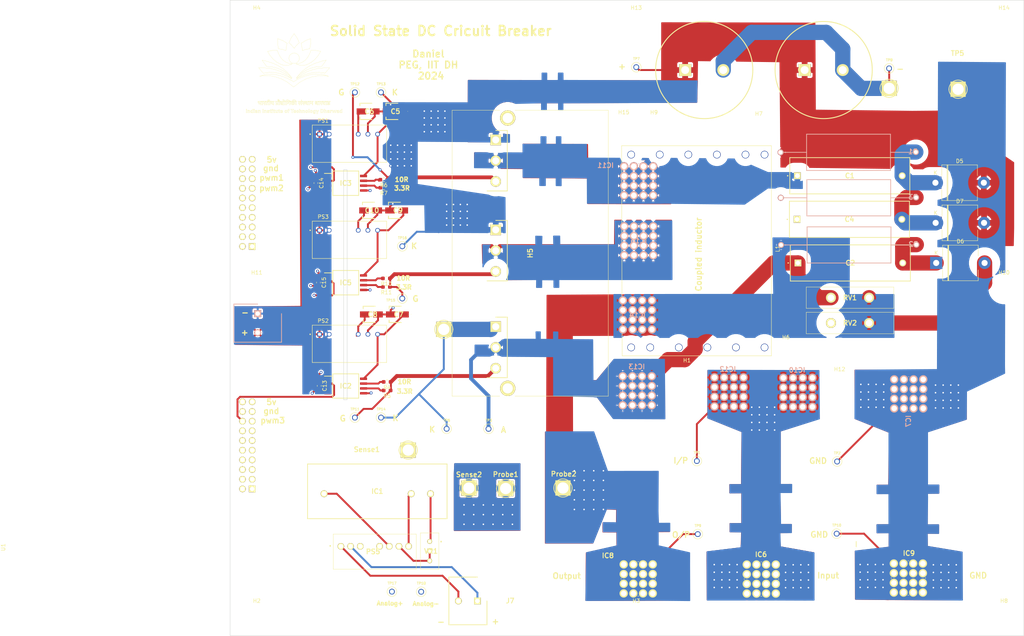
<source format=kicad_pcb>
(kicad_pcb (version 20241229) (generator "pcbnew") (generator_version "9.0")
  (layers (0 "F.Cu" power) (4 "In1.Cu" signal) (6 "In2.Cu" signal) (2 "B.Cu" power) (13 "F.Paste" user) (15 "B.Paste" user) (5 "F.SilkS" user "F.Silkscreen") (7 "B.SilkS" user "B.Silkscreen") (1 "F.Mask" user) (3 "B.Mask" user) (25 "Edge.Cuts" user))
  (net 0 "")
  (net 1 "GND")
  (net 2 "Net-(C2-Pad2)")
  (net 3 "Net-(IC1-Pad3)")
  (net 4 "Net-(IC1-Pad2)")
  (net 5 "Net-(IC1-Pad1)")
  (net 6 "Net-(C1-Pad2)")
  (net 7 "gnd3")
  (net 8 "-8_2")
  (net 9 "-8")
  (net 10 "-8_3")
  (net 11 "+15")
  (net 12 "Net-(IC2-Pad7)")
  (net 13 "Net-(IC2-Pad6)")
  (net 14 "pwm1")
  (net 15 "+15_2")
  (net 16 "Net-(IC3-Pad7)")
  (net 17 "Net-(IC3-Pad6)")
  (net 18 "pwm3")
  (net 19 "+15_3")
  (net 20 "Net-(IC5-Pad7)")
  (net 21 "Net-(IC5-Pad6)")
  (net 22 "pwm4")
  (net 23 "+12")
  (net 24 "-12V")
  (net 25 "GND1")
  (net 26 "G1")
  (net 27 "G2")
  (net 28 "G4")
  (net 29 "Net-(Probe1-Pad1)")
  (net 30 "Net-(J7-Pad2)")
  (net 31 "Net-(J7-Pad1)")
  (net 32 "Net-(PS5-Pad7)")
  (net 33 "Net-(PS5-Pad5)")
  (net 34 "Net-(PS5-Pad3)")
  (net 35 "L2'")
  (net 36 "L3'")
  (net 37 "L3")
  (net 38 "L1")
  (net 39 "Net-(J1-Pad10)")
  (net 40 "Net-(J1-Pad9)")
  (net 41 "Net-(J1-Pad8)")
  (net 42 "Net-(J1-Pad7)")
  (net 43 "Net-(J1-Pad6)")
  (net 44 "Net-(J1-Pad5)")
  (net 45 "Net-(J1-Pad4)")
  (net 46 "Net-(J1-Pad3)")
  (net 47 "Net-(J1-Pad2)")
  (net 48 "Net-(J1-Pad1)")
  (net 49 "Net-(H5-Pad2)")
  (net 50 "Net-(H5-Pad1)")
  (net 51 "Net-(J1-Pad20)")
  (net 52 "Net-(J1-Pad18)")
  (net 53 "Net-(J1-Pad16)")
  (net 54 "Net-(J1-Pad14)")
  (net 55 "Net-(J1-Pad12)")
  (net 56 "Net-(J1-Pad11)")
  (net 57 "Net-(J2-Pad20)")
  (net 58 "Net-(J2-Pad18)")
  (net 59 "Net-(J2-Pad14)")
  (net 60 "Net-(J2-Pad12)")
  (net 61 "Net-(J2-Pad11)")
  (net 62 "Net-(J2-Pad10)")
  (net 63 "Net-(J2-Pad9)")
  (net 64 "Net-(J2-Pad8)")
  (net 65 "Net-(J2-Pad7)")
  (net 66 "Net-(J2-Pad6)")
  (net 67 "Net-(J2-Pad5)")
  (net 68 "Net-(J2-Pad4)")
  (net 69 "Net-(J2-Pad3)")
  (net 70 "Net-(J2-Pad2)")
  (net 71 "Net-(J2-Pad1)")
  (net 72 "5v")
  (net 73 "Net-(J2-Pad15)")
  (net 74 "Net-(C11-Pad2)")
  (net 75 "L1'")
  (net 76 "gnd1")
  (net 77 "Net-(C4-Pad2)")
  (net 78 "Net-(Sense1-Pad1)")
  (net 79 "5v1")
  (net 80 "GND2")
  (net 81 "Net-(J2-Pad13)")
  (footprint "ECW-FG2J105K:ECWFG2J105K" (layer "F.Cu") (at 185.97 74.46)
    (property "Reference" "C1")
    (property "Value" "ECW-FG2J105K" (hide yes))
  )
  (footprint "ECW-FG2J105K:ECWFG2J105K" (layer "F.Cu") (at 186.11 97.34)
    (property "Reference" "C2")
    (property "Value" "ECW-FG2J105K" (hide yes))
  )
  (footprint "B43547A9107M060:CAPPRD1000W190D2550H2700" (layer "F.Cu") (at 156.52 46.72)
    (property "Reference" "C3")
    (property "Value" "B43547A9107M060" (hide yes))
  )
  (footprint "ECW-FG2J105K:ECWFG2J105K" (layer "F.Cu") (at 185.88 85.89)
    (property "Reference" "C4")
    (property "Value" "ECW-FG2J105K" (hide yes))
  )
  (footprint "VS-40TPS12A-M3:TO546P531X1558X2499-3P" (layer "F.Cu") (at 106.81 65.05 -90)
    (property "Reference" "D1")
    (property "Value" "VS-40TPS12A-M3" (hide yes))
  )
  (footprint "VS-40TPS12A-M3:TO546P531X1558X2499-3P" (layer "F.Cu") (at 106.81 114.05 -90)
    (property "Reference" "D2")
    (property "Value" "VS-40TPS12A-M3" (hide yes))
  )
  (footprint "VS-40TPS12A-M3:TO546P531X1558X2499-3P" (layer "F.Cu") (at 106.81 88.646 -90)
    (property "Reference" "D3")
    (property "Value" "VS-40TPS12A-M3" (hide yes))
  )
  (footprint "MountingHole:MountingHole_3.2mm_M3" (layer "F.Cu") (at 156.99 127.11)
    (property "Reference" "H1")
    (property "Value" "MountingHole")
  )
  (footprint "MountingHole:MountingHole_3.2mm_M3" (layer "F.Cu") (at 44.1 190.2)
    (property "Reference" "H2")
    (property "Value" "MountingHole")
  )
  (footprint "MountingHole:MountingHole_3.2mm_M3" (layer "F.Cu") (at 44.1 34.58)
    (property "Reference" "H4")
    (property "Value" "MountingHole")
  )
  (footprint "LA55-P:LA55P" (layer "F.Cu") (at 89.71 157.9 180)
    (property "Reference" "IC1")
    (property "Value" "LA55-P" (hide yes))
  )
  (footprint "Inductor:EE422120_bobbin_diff_modified" (layer "F.Cu") (at 177.35 68.91 -90)
    (property "Reference" "L1")
    (property "Value" "INDUCTOR")
  )
  (footprint "MOV-20D431K:MOV20D431K" (layer "F.Cu") (at 199.78 106.46)
    (property "Reference" "RV1")
    (property "Value" "MOV-20D431K" (hide yes))
  )
  (footprint "MOV-20D431K:MOV20D431K" (layer "F.Cu") (at 199.78 113.1)
    (property "Reference" "RV2")
    (property "Value" "MOV-20D431K" (hide yes))
  )
  (footprint "105-2210-201:1052210201" (layer "F.Cu") (at 83.85 146.45)
    (property "Reference" "Sense1")
    (property "Value" "105-2210-201" (hide yes))
  )
  (footprint "105-2210-201:1052210201" (layer "F.Cu") (at 210.06 51.53)
    (property "Reference" "TP4")
    (property "Value" "105-2210-201" (hide yes))
  )
  (footprint "105-2210-201:1052210201" (layer "F.Cu") (at 228.14 51.76)
    (property "Reference" "TP5")
    (property "Value" "105-2210-201" (hide yes))
  )
  (footprint "105-2210-201:1052210201" (layer "F.Cu") (at 99.77 156.42)
    (property "Reference" "Sense2")
    (property "Value" "105-2210-201" (hide yes))
  )
  (footprint "3296X-1-501RLF:3296X1223LF" (layer "F.Cu") (at 89.48 172.96 180)
    (property "Reference" "VR1")
    (property "Value" "3296X-1-501RLF" (hide yes))
  )
  (footprint "105-2210-201:1052210201" (layer "F.Cu") (at 109.43 156.53)
    (property "Reference" "Probe1")
    (property "Value" "105-2210-201" (hide yes))
  )
  (footprint "105-2210-201:1052210201" (layer "F.Cu") (at 124.45 156.39)
    (property "Reference" "Probe2")
    (property "Value" "105-2210-201" (hide yes))
  )
  (footprint "EEE-FK1H4R7R:EEE1AA220WR" (layer "F.Cu") (at 80.14 57.58 180)
    (property "Reference" "C5")
    (property "Value" "EEE-FK1H4R7R" (hide yes))
  )
  (footprint "EEE-FK1H4R7R:EEE1AA220WR" (layer "F.Cu") (at 73.32 57.58 180)
    (property "Reference" "C6")
    (property "Value" "EEE-FK1H4R7R" (hide yes))
  )
  (footprint "EEE-FK1H4R7R:EEE1AA220WR" (layer "F.Cu") (at 81 110.85 180)
    (property "Reference" "C7")
    (property "Value" "EEE-FK1H4R7R" (hide yes))
  )
  (footprint "EEE-FK1H4R7R:EEE1AA220WR" (layer "F.Cu") (at 74.18 110.85 180)
    (property "Reference" "C8")
    (property "Value" "EEE-FK1H4R7R" (hide yes))
  )
  (footprint "EEE-FK1H4R7R:EEE1AA220WR" (layer "F.Cu") (at 80.81 83.56 180)
    (property "Reference" "C9")
    (property "Value" "EEE-FK1H4R7R" (hide yes))
  )
  (footprint "EEE-FK1H4R7R:EEE1AA220WR" (layer "F.Cu") (at 73.99 83.56 180)
    (property "Reference" "C10")
    (property "Value" "EEE-FK1H4R7R" (hide yes))
  )
  (footprint "Capacitor_SMD:C_0603_1608Metric_Pad1.08x0.95mm_HandSolder" (layer "F.Cu") (at 60.49 129.59 -90)
    (property "Reference" "C13")
    (property "Value" "C")
  )
  (footprint "Capacitor_SMD:C_0603_1608Metric_Pad1.08x0.95mm_HandSolder" (layer "F.Cu") (at 59.63 76.38 -90)
    (property "Reference" "C14")
    (property "Value" "C")
  )
  (footprint "Capacitor_SMD:C_0603_1608Metric_Pad1.08x0.95mm_HandSolder" (layer "F.Cu") (at 60.3 102.48 -90)
    (property "Reference" "C15")
    (property "Value" "C")
  )
  (footprint "1ED3124MU12HXUMA1:SOIC127P1030X265-8N" (layer "F.Cu") (at 67.45 129.63)
    (property "Reference" "IC2")
    (property "Value" "1ED3124MU12HXUMA1" (hide yes))
  )
  (footprint "1ED3124MU12HXUMA1:SOIC127P1030X265-8N" (layer "F.Cu") (at 67.45 76.42)
    (property "Reference" "IC3")
    (property "Value" "1ED3124MU12HXUMA1" (hide yes))
  )
  (footprint "1ED3124MU12HXUMA1:SOIC127P1030X265-8N" (layer "F.Cu") (at 67.45 102.52)
    (property "Reference" "IC5")
    (property "Value" "1ED3124MU12HXUMA1" (hide yes))
  )
  (footprint "Resistor_SMD:R_0603_1608Metric_Pad0.98x0.95mm_HandSolder" (layer "F.Cu") (at 78.31 128.56 180)
    (property "Reference" "R4")
    (property "Value" "R_US")
  )
  (footprint "Resistor_SMD:R_0603_1608Metric_Pad0.98x0.95mm_HandSolder" (layer "F.Cu") (at 78.31 130.8 180)
    (property "Reference" "R5")
    (property "Value" "R_US")
  )
  (footprint "Resistor_SMD:R_0603_1608Metric_Pad0.98x0.95mm_HandSolder" (layer "F.Cu") (at 77.45 75.5 180)
    (property "Reference" "R6")
    (property "Value" "R_US")
  )
  (footprint "Resistor_SMD:R_0603_1608Metric_Pad0.98x0.95mm_HandSolder" (layer "F.Cu") (at 77.45 77.6 180)
    (property "Reference" "R7")
    (property "Value" "R_US")
  )
  (footprint "Resistor_SMD:R_0603_1608Metric_Pad0.98x0.95mm_HandSolder" (layer "F.Cu") (at 78.12 101.4 180)
    (property "Reference" "R10")
    (property "Value" "R_US")
  )
  (footprint "Resistor_SMD:R_0603_1608Metric_Pad0.98x0.95mm_HandSolder" (layer "F.Cu") (at 78.12 103.64 180)
    (property "Reference" "R11")
    (property "Value" "R_US")
  )
  (footprint "Diode_THT:D_P600_R-6_P12.70mm_Horizontal" (layer "F.Cu") (at 222.19 76.29)
    (property "Reference" "D5")
    (property "Value" "DIODE")
  )
  (footprint "Diode_THT:D_P600_R-6_P12.70mm_Horizontal" (layer "F.Cu") (at 222.39 97.34)
    (property "Reference" "D6")
    (property "Value" "DIODE")
  )
  (footprint "Diode_THT:D_P600_R-6_P12.70mm_Horizontal" (layer "F.Cu") (at 222.25 86.82)
    (property "Reference" "D7")
    (property "Value" "DIODE")
  )
  (footprint "796690-2:SHDR2W101P0X500_1X2_1000X1250X1500P" (layer "F.Cu") (at 102.01 186.03 180)
    (property "Reference" "J7")
    (property "Value" "796690-2" (hide yes))
  )
  (footprint "RS6-2415D:RS60505S" (layer "F.Cu") (at 66.18 171.69)
    (property "Reference" "PS5")
    (property "Value" "RS6-2415D" (hide yes))
  )
  (footprint "MountingHole:MountingHole_3.2mm_M3" (layer "F.Cu") (at 44.1 104.07)
    (property "Reference" "H11")
    (property "Value" "MountingHole")
  )
  (footprint "MountingHole:MountingHole_3.2mm_M3" (layer "F.Cu") (at 197.04 121.03 180)
    (property "Reference" "H12")
    (property "Value" "MountingHole")
  )
  (footprint "7461383:7461383" (layer "F.Cu") (at 172.69 184.1)
    (property "Reference" "IC6")
    (property "Value" "7461383" (hide yes))
  )
  (footprint "7461383:7461383" (layer "F.Cu") (at 140.39 176.44 -90)
    (property "Reference" "IC8")
    (property "Value" "7461383" (hide yes))
  )
  (footprint "7461383:7461383" (layer "F.Cu") (at 211.28 183.83)
    (property "Reference" "IC9")
    (property "Value" "7461383" (hide yes))
  )
  (footprint "MountingHole:MountingHole_3.2mm_M3" (layer "F.Cu") (at 240.19 34.58)
    (property "Reference" "H14")
    (property "Value" "MountingHole")
  )
  (footprint "5103310-5:SHDRRA20W66P254_2X10_3289X986X927P" (layer "F.Cu") (at 42.9 93 90)
    (property "Reference" "J1")
    (property "Value" "5103310-5" (hide yes))
  )
  (footprint "5103310-5:SHDRRA20W66P254_2X10_3289X986X927P" (layer "F.Cu") (at 42.9 156.64 90)
    (property "Reference" "J2")
    (property "Value" "5103310-5" (hide yes))
  )
  (footprint "MountingHole:MountingHole_3.2mm_M3" (layer "F.Cu") (at 182.95 121.03)
    (property "Reference" "H6")
    (property "Value" "MountingHole")
  )
  (footprint "MountingHole:MountingHole_3.2mm_M3" (layer "F.Cu") (at 175.84 62.39)
    (property "Reference" "H7")
    (property "Value" "MountingHole")
  )
  (footprint "MountingHole:MountingHole_3.2mm_M3" (layer "F.Cu") (at 240.19 190.2)
    (property "Reference" "H8")
    (property "Value" "MountingHole")
  )
  (footprint "MountingHole:MountingHole_3.2mm_M3" (layer "F.Cu") (at 148.33 62.03)
    (property "Reference" "H9")
    (property "Value" "MountingHole")
  )
  (footprint "MountingHole:MountingHole_3.2mm_M3" (layer "F.Cu") (at 240.19 104.07)
    (property "Reference" "H10")
    (property "Value" "MountingHole")
  )
  (footprint "MountingHole:MountingHole_3.2mm_M3" (layer "F.Cu") (at 140.4 62)
    (property "Reference" "H15")
    (property "Value" "MountingHole")
  )
  (footprint "OMNI-UNI-41-75:OMNIUNI4175" (layer "F.Cu") (at 109.86 59.31 -90)
    (property "Reference" "H5")
    (property "Value" "OMNI-UNI-41-75" (hide yes))
  )
  (footprint "R12P21509D (2):CONV_R12P21509D" (layer "F.Cu") (at 68.42 66.05)
    (property "Reference" "PS1")
    (property "Value" "R12P21509D")
  )
  (footprint "R12P21509D (2):CONV_R12P21509D" (layer "F.Cu") (at 68.42 118.56)
    (property "Reference" "PS2")
    (property "Value" "R12P21509D")
  )
  (footprint "R12P21509D (2):CONV_R12P21509D" (layer "F.Cu") (at 68.42 91.27)
    (property "Reference" "PS3")
    (property "Value" "R12P21509D")
  )
  (footprint "B43547A9107M060:CAPPRD1000W190D2550H2700" (layer "F.Cu") (at 187.87 46.72)
    (property "Reference" "C11")
    (property "Value" "B43547A9107M060" (hide yes))
  )
  (footprint "105-2210-201:1052210201" (layer "F.Cu") (at 93.18 114.77)
    (property "Reference" "K1")
    (property "Value" "105-2210-201" (hide yes))
  )
  (footprint "5000:KEYSTONE_5000" (layer "F.Cu") (at 159.59 149.32)
    (property "Reference" "TP1")
    (property "Value" "5000")
  )
  (footprint "5000:KEYSTONE_5000" (layer "F.Cu") (at 196.4 149.44)
    (property "Reference" "TP2")
    (property "Value" "5000")
  )
  (footprint "5000:KEYSTONE_5000" (layer "F.Cu") (at 104.92 140.87)
    (property "Reference" "TP3")
    (property "Value" "5000")
  )
  (footprint "5000:KEYSTONE_5000" (layer "F.Cu") (at 93.93 140.86)
    (property "Reference" "TP6")
    (property "Value" "5000")
  )
  (footprint "5000:KEYSTONE_5000" (layer "F.Cu") (at 143.69 45.97)
    (property "Reference" "TP7")
    (property "Value" "5000")
  )
  (footprint "5000:KEYSTONE_5000" (layer "F.Cu") (at 210.04 46.29)
    (property "Reference" "TP8")
    (property "Value" "5000")
  )
  (footprint "5000:KEYSTONE_5000" (layer "F.Cu") (at 159.83 168.5)
    (property "Reference" "TP9")
    (property "Value" "5000")
  )
  (footprint "5000:KEYSTONE_5000" (layer "F.Cu") (at 196.28 168.38)
    (property "Reference" "TP10")
    (property "Value" "5000")
  )
  (footprint "5000:KEYSTONE_5000" (layer "F.Cu") (at 69.85 137.922)
    (property "Reference" "TP11")
    (property "Value" "5000")
  )
  (footprint "5000:KEYSTONE_5000" (layer "F.Cu") (at 69.85 52.578)
    (property "Reference" "TP12")
    (property "Value" "5000")
  )
  (footprint "5000:KEYSTONE_5000" (layer "F.Cu") (at 76.708 52.578)
    (property "Reference" "TP13")
    (property "Value" "5000")
  )
  (footprint "5000:KEYSTONE_5000" (layer "F.Cu") (at 76.708 137.922)
    (property "Reference" "TP14")
    (property "Value" "5000")
  )
  (footprint "5000:KEYSTONE_5000" (layer "F.Cu") (at 82.29 106.66)
    (property "Reference" "TP15")
    (property "Value" "5000")
  )
  (footprint "5000:KEYSTONE_5000" (layer "F.Cu") (at 82.296 92.964)
    (property "Reference" "TP16")
    (property "Value" "5000")
  )
  (footprint "5000:KEYSTONE_5000" (layer "F.Cu") (at 79.57 183.59)
    (property "Reference" "TP17")
    (property "Value" "5000")
  )
  (footprint "5000:KEYSTONE_5000" (layer "F.Cu") (at 87.25 183.62)
    (property "Reference" "TP18")
    (property "Value" "5000")
  )
  (footprint "MountingHole:MountingHole_3.2mm_M3" (layer "F.Cu") (at 143.69 190.2)
    (property "Reference" "H3")
    (property "Value" "MountingHole")
  )
  (footprint "MountingHole:MountingHole_3.2mm_M3" (layer "F.Cu") (at 143.69 34.58)
    (property "Reference" "H13")
    (property "Value" "MountingHole")
  )
  (footprint "LAUNCHXL-F28379D (1):MOD_LAUNCHXL-F28379D" (layer "F.Cu") (at 8.05 109.98 90)
    (property "Reference" "U1")
    (property "Value" "LAUNCHXL-F28379D")
  )
  (footprint "5W:RESAD6000W85L2200D950" (layer "B.Cu") (at 229.39 68.31 180)
    (property "Reference" "R1")
    (property "Value" "SQP500JB-100R" (hide yes))
  )
  (footprint "5W:RESAD6000W85L2200D950" (layer "B.Cu") (at 229.52 92.61 180)
    (property "Reference" "R2")
    (property "Value" "SQP500JB-100R" (hide yes))
  )
  (footprint "5W:RESAD6000W85L2200D950" (layer "B.Cu") (at 229.45 80.23 180)
    (property "Reference" "R3")
    (property "Value" "SQP500JB-100R" (hide yes))
  )
  (footprint "796690-2:SHDR2W101P0X500_1X2_1000X1250X1500P" (layer "B.Cu") (at 44.35 110.64 -90)
    (property "Reference" "J5")
    (property "Value" "796690-2" (hide yes))
  )
  (footprint "7461383:7461383" (layer "B.Cu") (at 218.99 127.89 -90)
    (property "Reference" "IC7")
    (property "Value" "7461383" (hide yes))
  )
  (footprint "7461383:7461383" (layer "B.Cu") (at 182.29 127.48)
    (property "Reference" "IC10")
    (property "Value" "7461383" (hide yes))
  )
  (footprint "7461383:7461383" (layer "B.Cu") (at 140.5 71.99)
    (property "Reference" "IC11")
    (property "Value" "7461383" (hide yes))
  )
  (footprint "7461383:7461383" (layer "B.Cu") (at 164.21 127.38)
    (property "Reference" "IC12")
    (property "Value" "7461383" (hide yes))
  )
  (footprint "7461383:7461383" (layer "B.Cu") (at 140.13 127.07)
    (property "Reference" "IC13")
    (property "Value" "7461383" (hide yes))
  )
  (footprint "7461383:7461383" (layer "B.Cu") (at 140.18 107.17)
    (property "Reference" "IC14")
    (property "Value" "7461383" (hide yes))
  )
  (footprint "7461383:7461383" (layer "B.Cu") (at 140.53 87.71)
    (property "Reference" "IC15")
    (property "Value" "7461383" (hide yes))
  )
  (gr_line (start 52.270354 55.590382) (end 52.151457 55.548427) (stroke (width 0.048999)) (layer "F.SilkS"))
  (gr_line (start 51.068856 54.631449) (end 51.006273 54.638561) (stroke (width 0.048999)) (layer "F.SilkS"))
  (gr_line (start 53.856849 54.484046) (end 54.077984 54.523701) (stroke (width 0.048999)) (layer "F.SilkS"))
  (gr_line (start 54.830756 57.811855) (end 54.921915 57.681669) (stroke (width 0.048999)) (layer "F.SilkS"))
  (gr_line (start 54.933057 54.875514) (end 56.053686 54.875514) (stroke (width 0.048999)) (layer "F.SilkS"))
  (gr_line (start 57.797177 55.008654) (end 57.662357 55.008654) (stroke (width 0.048999)) (layer "F.SilkS"))
  (gr_line (start 48.023382 55.497552) (end 48.181096 55.544316) (stroke (width 0.048999)) (layer "F.SilkS"))
  (gr_line (start 59.706252 55.135344) (end 59.716565 55.090183) (stroke (width 0.048999)) (layer "F.SilkS"))
  (gr_line (start 54.487507 48.817749) (end 54.918811 48.340899) (stroke (width 0.048999)) (layer "F.SilkS"))
  (gr_line (start 66.516937 56.958153) (end 66.516937 57.817264) (stroke (width 0.048999)) (layer "F.SilkS"))
  (gr_line (start 54.412671 57.638799) (end 53.957598 57.638775) (stroke (width 0.048999)) (layer "F.SilkS"))
  (gr_line (start 44.088952 57.607889) (end 43.931707 57.628712) (stroke (width 0.048999)) (layer "F.SilkS"))
  (gr_line (start 46.160215 55.316901) (end 46.195131 55.201977) (stroke (width 0.048999)) (layer "F.SilkS"))
  (gr_line (start 57.694067 55.008654) (end 57.559387 55.008654) (stroke (width 0.048999)) (layer "F.SilkS"))
  (gr_line (start 61.718334 55.273338) (end 61.59226 55.312993) (stroke (width 0.048999)) (layer "F.SilkS"))
  (gr_line (start 65.028247 57.249353) (end 64.795888 57.927397) (stroke (width 0.048999)) (layer "F.SilkS"))
  (gr_line (start 48.695917 57.385084) (end 48.695917 57.691054) (stroke (width 0.048999)) (layer "F.SilkS"))
  (gr_line (start 52.864696 55.008724) (end 52.864696 55.883584) (stroke (width 0.048999)) (layer "F.SilkS"))
  (gr_line (start 60.851349 55.273344) (end 60.881456 55.311395) (stroke (width 0.048999)) (layer "F.SilkS"))
  (gr_line (start 43.900996 57.444109) (end 43.706387 57.444094) (stroke (width 0.048999)) (layer "F.SilkS"))
  (gr_line (start 58.274259 55.278124) (end 58.654607 55.278084) (stroke (width 0.048999)) (layer "F.SilkS"))
  (gr_line (start 47.973462 55.242176) (end 48.022596 55.138192) (stroke (width 0.048999)) (layer "F.SilkS"))
  (gr_line (start 61.458628 44.301891) (end 59.369858 44.96832) (stroke (width 0.048999)) (layer "F.SilkS"))
  (gr_line (start 52.419287 55.008724) (end 52.479571 55.111729) (stroke (width 0.048999)) (layer "F.SilkS"))
  (gr_line (start 53.687285 54.507045) (end 53.856849 54.484046) (stroke (width 0.048999)) (layer "F.SilkS"))
  (gr_line (start 50.202947 57.917924) (end 50.048506 57.939598) (stroke (width 0.048999)) (layer "F.SilkS"))
  (gr_line (start 53.424909 55.158428) (end 53.504987 55.206796) (stroke (width 0.048999)) (layer "F.SilkS"))
  (gr_line (start 61.39572 55.557117) (end 61.369584 55.422329) (stroke (width 0.048999)) (layer "F.SilkS"))
  (gr_line (start 56.172205 45.515875) (end 56.818908 45.426291) (stroke (width 0.048999)) (layer "F.SilkS"))
  (gr_line (start 65.460119 57.775641) (end 65.497543 57.607889) (stroke (width 0.048999)) (layer "F.SilkS"))
  (gr_line (start 59.566723 55.036658) (end 59.538917 55.11569) (stroke (width 0.048999)) (layer "F.SilkS"))
  (gr_line (start 47.54307 54.745605) (end 47.585095 54.875583) (stroke (width 0.048999)) (layer "F.SilkS"))
  (gr_line (start 45.486277 46.100708) (end 47.669251 46.30427) (stroke (width 0.048999)) (layer "F.SilkS"))
  (gr_line (start 49.315113 55.411238) (end 49.412544 55.442949) (stroke (width 0.048999)) (layer "F.SilkS"))
  (gr_line (start 50.613917 55.534914) (end 50.50617 55.610949) (stroke (width 0.048999)) (layer "F.SilkS"))
  (gr_line (start 42.542744 57.851887) (end 42.466334 57.603787) (stroke (width 0.048999)) (layer "F.SilkS"))
  (gr_line (start 49.186785 57.750162) (end 49.279598 57.802537) (stroke (width 0.048999)) (layer "F.SilkS"))
  (gr_line (start 47.903707 55.588163) (end 47.814151 55.460625) (stroke (width 0.048999)) (layer "F.SilkS"))
  (gr_line (start 50.13584 57.79169) (end 50.202956 57.787858) (stroke (width 0.048999)) (layer "F.SilkS"))
  (gr_line (start 56.039745 41.608176) (end 57.002407 41.298503) (stroke (width 0.048999)) (layer "F.SilkS"))
  (gr_line (start 54.143763 55.419099) (end 54.119162 55.548101) (stroke (width 0.048999)) (layer "F.SilkS"))
  (gr_line (start 46.347227 55.088661) (end 46.369391 55.216269) (stroke (width 0.048999)) (layer "F.SilkS"))
  (gr_line (start 59.63098 55.010245) (end 59.566723 55.036658) (stroke (width 0.048999)) (layer "F.SilkS"))
  (gr_line (start 49.209665 55.915263) (end 49.065469 55.793231) (stroke (width 0.048999)) (layer "F.SilkS"))
  (gr_line (start 43.156327 57.817264) (end 43.1617 57.92731) (stroke (width 0.048999)) (layer "F.SilkS"))
  (gr_line (start 54.372667 57.390482) (end 54.412671 57.638799) (stroke (width 0.048999)) (layer "F.SilkS"))
  (gr_line (start 42.963059 57.575615) (end 42.922994 57.423056) (stroke (width 0.048999)) (layer "F.SilkS"))
  (gr_line (start 62.567817 55.008654) (end 62.567817 54.875584) (stroke (width 0.048999)) (layer "F.SilkS"))
  (gr_line (start 50.620789 57.819977) (end 50.73899 57.726029) (stroke (width 0.048999)) (layer "F.SilkS"))
  (gr_line (start 63.8577 57.24933) (end 64.068407 57.249353) (stroke (width 0.048999)) (layer "F.SilkS"))
  (gr_line (start 60.168154 57.249353) (end 60.365547 57.249353) (stroke (width 0.048999)) (layer "F.SilkS"))
  (gr_line (start 47.748397 55.008654) (end 47.613647 55.008654) (stroke (width 0.048999)) (layer "F.SilkS"))
  (gr_line (start 59.913249 57.930037) (end 59.652736 57.249344) (stroke (width 0.048999)) (layer "F.SilkS"))
  (gr_line (start 44.452386 57.246747) (end 44.642847 57.246764) (stroke (width 0.048999)) (layer "F.SilkS"))
  (gr_line (start 45.657254 48.225236) (end 46.538456 48.178587) (stroke (width 0.048999)) (layer "F.SilkS"))
  (gr_line (start 54.092037 57.362231) (end 53.964499 57.513954) (stroke (width 0.048999)) (layer "F.SilkS"))
  (gr_line (start 66.316979 56.958203) (end 66.516937 56.958153) (stroke (width 0.048999)) (layer "F.SilkS"))
  (gr_line (start 59.532967 57.920653) (end 59.412598 58.15119) (stroke (width 0.048999)) (layer "F.SilkS"))
  (gr_line (start 54.894974 45.305175) (end 55.530154 45.475543) (stroke (width 0.048999)) (layer "F.SilkS"))
  (gr_line (start 62.713721 55.180683) (end 62.894366 55.12277) (stroke (width 0.048999)) (layer "F.SilkS"))
  (gr_line (start 52.078527 54.875584) (end 52.078527 55.008654) (stroke (width 0.048999)) (layer "F.SilkS"))
  (gr_line (start 48.695917 57.253414) (end 48.857057 57.253414) (stroke (width 0.048999)) (layer "F.SilkS"))
  (gr_line (start 42.120187 57.505904) (end 42.109459 57.43203) (stroke (width 0.048999)) (layer "F.SilkS"))
  (gr_line (start 58.825827 55.883584) (end 58.654607 55.883584) (stroke (width 0.048999)) (layer "F.SilkS"))
  (gr_line (start 59.159684 57.245363) (end 59.349039 57.342098) (stroke (width 0.048999)) (layer "F.SilkS"))
  (gr_line (start 63.365443 57.246738) (end 63.552087 57.246694) (stroke (width 0.048999)) (layer "F.SilkS"))
  (gr_line (start 56.480458 57.230665) (end 56.687099 57.358063) (stroke (width 0.048999)) (layer "F.SilkS"))
  (gr_line (start 48.275707 57.131194) (end 48.063607 57.131194) (stroke (width 0.048999)) (layer "F.SilkS"))
  (gr_line (start 47.396933 57.7139) (end 47.320209 57.874507) (stroke (width 0.048999)) (layer "F.SilkS"))
  (gr_line (start 46.697561 55.668023) (end 46.792622 55.842395) (stroke (width 0.048999)) (layer "F.SilkS"))
  (gr_line (start 50.277987 54.875514) (end 50.277987 55.008654) (stroke (width 0.048999)) (layer "F.SilkS"))
  (gr_line (start 52.078527 55.008654) (end 51.943777 55.008654) (stroke (width 0.048999)) (layer "F.SilkS"))
  (gr_line (start 57.797177 55.883584) (end 57.797177 55.008654) (stroke (width 0.048999)) (layer "F.SilkS"))
  (gr_line (start 61.178524 55.420748) (end 61.096216 55.473855) (stroke (width 0.048999)) (layer "F.SilkS"))
  (gr_line (start 50.319613 57.431835) (end 50.432943 57.283014) (stroke (width 0.048999)) (layer "F.SilkS"))
  (gr_line (start 49.848467 57.385084) (end 49.718267 57.385084) (stroke (width 0.048999)) (layer "F.SilkS"))
  (gr_line (start 49.704166 54.634577) (end 49.835746 54.667053) (stroke (width 0.048999)) (layer "F.SilkS"))
  (gr_line (start 46.68733 45.773694) (end 45.499619 44.136114) (stroke (width 0.048999)) (layer "F.SilkS"))
  (gr_line (start 63.786881 57.24537) (end 63.786867 57.423934) (stroke (width 0.048999)) (layer "F.SilkS"))
  (gr_line (start 43.73582 57.889798) (end 43.676791 57.740793) (stroke (width 0.048999)) (layer "F.SilkS"))
  (gr_line (start 45.386737 54.875584) (end 45.827387 54.875584) (stroke (width 0.048999)) (layer "F.SilkS"))
  (gr_line (start 58.939601 57.808945) (end 58.86962 57.581006) (stroke (width 0.048999)) (layer "F.SilkS"))
  (gr_line (start 44.532427 55.308261) (end 44.483293 55.277527) (stroke (width 0.048999)) (layer "F.SilkS"))
  (gr_line (start 53.71264 55.326194) (end 53.672984 55.452687) (stroke (width 0.048999)) (layer "F.SilkS"))
  (gr_line (start 49.609034 54.788324) (end 49.567845 54.666291) (stroke (width 0.048999)) (layer "F.SilkS"))
  (gr_line (start 54.727401 57.581032) (end 54.777092 57.789135) (stroke (width 0.048999)) (layer "F.SilkS"))
  (gr_line (start 61.133156 57.770221) (end 61.358405 57.703177) (stroke (width 0.048999)) (layer "F.SilkS"))
  (gr_line (start 50.426152 55.792434) (end 50.353951 55.71633) (stroke (width 0.048999)) (layer "F.SilkS"))
  (gr_line (start 63.265264 55.464365) (end 63.347641 55.639573) (stroke (width 0.048999)) (layer "F.SilkS"))
  (gr_line (start 55.438597 55.008654) (end 55.481528 55.088731) (stroke (width 0.048999)) (layer "F.SilkS"))
  (gr_line (start 48.221559 41.562151) (end 46.931938 41.817394) (stroke (width 0.048999)) (layer "F.SilkS"))
  (gr_line (start 58.753178 57.58907) (end 58.667402 57.841751) (stroke (width 0.048999)) (layer "F.SilkS"))
  (gr_line (start 53.504987 55.883584) (end 53.504987 55.661684) (stroke (width 0.048999)) (layer "F.SilkS"))
  (gr_line (start 48.376017 55.883584) (end 48.376017 55.629974) (stroke (width 0.048999)) (layer "F.SilkS"))
  (gr_line (start 46.931938 41.817394) (end 47.609645 42.925173) (stroke (width 0.048999)) (layer "F.SilkS"))
  (gr_line (start 58.103077 55.008654) (end 57.968257 55.008654) (stroke (width 0.048999)) (layer "F.SilkS"))
  (gr_line (start 55.691507 57.927304) (end 55.691507 57.522004) (stroke (width 0.048999)) (layer "F.SilkS"))
  (gr_line (start 50.44517 55.136275) (end 50.526711 55.125963) (stroke (width 0.048999)) (layer "F.SilkS"))
  (gr_line (start 65.278916 57.718004) (end 65.375442 57.814529) (stroke (width 0.048999)) (layer "F.SilkS"))
  (gr_line (start 63.197609 57.755483) (end 63.213571 57.927346) (stroke (width 0.048999)) (layer "F.SilkS"))
  (gr_line (start 59.613548 55.579295) (end 59.746663 55.6078) (stroke (width 0.048999)) (layer "F.SilkS"))
  (gr_line (start 50.94677 55.614155) (end 50.946767 55.008654) (stroke (width 0.048999)) (layer "F.SilkS"))
  (gr_line (start 51.615014 57.595761) (end 51.65277 57.761413) (stroke (width 0.048999)) (layer "F.SilkS"))
  (gr_line (start 62.464917 55.008654) (end 62.464917 55.883584) (stroke (width 0.048999)) (layer "F.SilkS"))
  (gr_line (start 59.607714 45.902011) (end 61.132474 45.773694) (stroke (width 0.048999)) (layer "F.SilkS"))
  (gr_line (start 57.968257 55.883584) (end 57.797177 55.883584) (stroke (width 0.048999)) (layer "F.SilkS"))
  (gr_line (start 58.151735 57.862031) (end 58.05109 57.594297) (stroke (width 0.048999)) (layer "F.SilkS"))
  (gr_line (start 57.388307 55.647404) (end 57.29708 55.691798) (stroke (width 0.048999)) (layer "F.SilkS"))
  (gr_line (start 55.01543 55.299475) (end 55.096274 55.278079) (stroke (width 0.048999)) (layer "F.SilkS"))
  (gr_line (start 54.606519 57.854861) (end 54.520589 57.587657) (stroke (width 0.048999)) (layer "F.SilkS"))
  (gr_line (start 51.846085 40.644498) (end 52.069495 39.688459) (stroke (width 0.048999)) (layer "F.SilkS"))
  (gr_line (start 49.011547 55.008724) (end 49.011547 54.875514) (stroke (width 0.048999)) (layer "F.SilkS"))
  (gr_line (start 48.857057 57.253414) (end 48.857057 57.385084) (stroke (width 0.048999)) (layer "F.SilkS"))
  (gr_line (start 49.501333 55.424695) (end 49.56315 55.379534) (stroke (width 0.048999)) (layer "F.SilkS"))
  (gr_line (start 53.439964 55.706078) (end 53.338491 55.723503) (stroke (width 0.048999)) (layer "F.SilkS"))
  (gr_line (start 55.454051 57.92734) (end 55.253937 57.927304) (stroke (width 0.048999)) (layer "F.SilkS"))
  (gr_line (start 57.469055 57.841751) (end 57.199047 57.951473) (stroke (width 0.048999)) (layer "F.SilkS"))
  (gr_line (start 59.53299 47.756743) (end 57.985726 47.954267) (stroke (width 0.048999)) (layer "F.SilkS"))
  (gr_line (start 45.418447 55.008724) (end 45.283767 55.008724) (stroke (width 0.048999)) (layer "F.SilkS"))
  (gr_line (start 50.946767 55.008654) (end 50.802567 55.008654) (stroke (width 0.048999)) (layer "F.SilkS"))
  (gr_line (start 46.11264 55.492049) (end 46.096817 55.492074) (stroke (width 0.048999)) (layer "F.SilkS"))
  (gr_line (start 50.585427 55.408032) (end 50.789896 55.408004) (stroke (width 0.048999)) (layer "F.SilkS"))
  (gr_line (start 50.513295 55.272549) (end 50.487158 55.327257) (stroke (width 0.048999)) (layer "F.SilkS"))
  (gr_line (start 61.623813 57.220581) (end 61.660593 57.429331) (stroke (width 0.048999)) (layer "F.SilkS"))
  (gr_line (start 47.215729 57.524612) (end 47.396933 57.7139) (stroke (width 0.048999)) (layer "F.SilkS"))
  (gr_line (start 62.333574 46.100708) (end 60.150552 46.30427) (stroke (width 0.048999)) (layer "F.SilkS"))
  (gr_line (start 47.136546 54.818503) (end 47.172995 54.891332) (stroke (width 0.048999)) (layer "F.SilkS"))
  (gr_line (start 48.196916 55.157658) (end 48.129524 55.32088) (stroke (width 0.048999)) (layer "F.SilkS"))
  (gr_line (start 49.718267 57.385084) (end 49.718267 57.253414) (stroke (width 0.048999)) (layer "F.SilkS"))
  (gr_line (start 46.195131 55.201977) (end 46.174503 55.087125) (stroke (width 0.048999)) (layer "F.SilkS"))
  (gr_line (start 52.514998 56.940624) (end 52.622326 56.947321) (stroke (width 0.048999)) (layer "F.SilkS"))
  (gr_line (start 45.112477 55.883654) (end 45.112477 55.526934) (stroke (width 0.048999)) (layer "F.SilkS"))
  (gr_line (start 52.693477 55.008724) (end 52.419287 55.008724) (stroke (width 0.048999)) (layer "F.SilkS"))
  (gr_line (start 62.970778 57.775641) (end 63.008203 57.607889) (stroke (width 0.048999)) (layer "F.SilkS"))
  (gr_line (start 60.001897 55.883584) (end 60.001897 55.688634) (stroke (width 0.048999)) (layer "F.SilkS"))
  (gr_line (start 57.254968 55.242785) (end 57.186947 55.338685) (stroke (width 0.048999)) (layer "F.SilkS"))
  (gr_line (start 46.227927 57.927304) (end 46.027867 57.927304) (stroke (width 0.048999)) (layer "F.SilkS"))
  (gr_line (start 56.556014 55.363671) (end 56.605148 55.377124) (stroke (width 0.048999)) (layer "F.SilkS"))
  (gr_line (start 47.590075 57.756794) (end 47.590057 57.385084) (stroke (width 0.048999)) (layer "F.SilkS"))
  (gr_line (start 48.547196 55.008654) (end 48.547167 55.883584) (stroke (width 0.048999)) (layer "F.SilkS"))
  (gr_line (start 46.466843 47.894571) (end 45.674922 48.07092) (stroke (width 0.048999)) (layer "F.SilkS"))
  (gr_line (start 56.927732 57.352426) (end 57.203158 57.233286) (stroke (width 0.048999)) (layer "F.SilkS"))
  (gr_line (start 52.046817 55.008724) (end 52.046817 54.875514) (stroke (width 0.048999)) (layer "F.SilkS"))
  (gr_line (start 49.693898 54.407167) (end 49.745403 54.403256) (stroke (width 0.048999)) (layer "F.SilkS"))
  (gr_line (start 55.246832 55.496841) (end 55.231086 55.495261) (stroke (width 0.048999)) (layer "F.SilkS"))
  (gr_line (start 64.440301 57.425235) (end 64.297917 57.927374) (stroke (width 0.048999)) (layer "F.SilkS"))
  (gr_line (start 61.80392 55.156113) (end 61.884833 55.203575) (stroke (width 0.048999)) (layer "F.SilkS"))
  (gr_line (start 59.738804 55.750451) (end 59.484354 55.682221) (stroke (width 0.048999)) (layer "F.SilkS"))
  (gr_line (start 56.064345 57.246747) (end 56.254797 57.246764) (stroke (width 0.048999)) (layer "F.SilkS"))
  (gr_line (start 44.456437 57.370174) (end 44.452386 57.246747) (stroke (width 0.048999)) (layer "F.SilkS"))
  (gr_line (start 47.609645 42.925173) (end 48.418406 43.872419) (stroke (width 0.048999)) (layer "F.SilkS"))
  (gr_line (start 53.782677 49.801752) (end 52.978871 49.319996) (stroke (width 0.048999)) (layer "F.SilkS"))
  (gr_line (start 45.962146 55.273344) (end 45.992253 55.311395) (stroke (width 0.048999)) (layer "F.SilkS"))
  (gr_line (start 57.125831 54.893275) (end 57.208279 54.947427) (stroke (width 0.048999)) (layer "F.SilkS"))
  (gr_line (start 53.257723 55.316894) (end 53.213329 55.428612) (stroke (width 0.048999)) (layer "F.SilkS"))
  (gr_line (start 62.014521 57.92734) (end 61.814617 57.927304) (stroke (width 0.048999)) (layer "F.SilkS"))
  (gr_line (start 57.694067 54.875584) (end 57.694067 55.008654) (stroke (width 0.048999)) (layer "F.SilkS"))
  (gr_line (start 63.213571 57.927346) (end 63.03378 57.927362) (stroke (width 0.048999)) (layer "F.SilkS"))
  (gr_line (start 57.969675 42.500095) (end 57.464485 43.393074) (stroke (width 0.048999)) (layer "F.SilkS"))
  (gr_line (start 65.702889 57.927346) (end 65.522983 57.927362) (stroke (width 0.048999)) (layer "F.SilkS"))
  (gr_line (start 55.627355 44.860732) (end 55.069204 45.019573) (stroke (width 0.048999)) (layer "F.SilkS"))
  (gr_line (start 56.524436 55.008654) (end 56.569459 55.090266) (stroke (width 0.048999)) (layer "F.SilkS"))
  (gr_line (start 49.663016 54.553803) (end 49.645533 54.41588) (stroke (width 0.048999)) (layer "F.SilkS"))
  (gr_line (start 59.716565 55.090183) (end 59.6944 55.032059) (stroke (width 0.048999)) (layer "F.SilkS"))
  (gr_line (start 58.654607 55.008654) (end 58.071297 55.008654) (stroke (width 0.048999)) (layer "F.SilkS"))
  (gr_line (start 50.277987 55.008654) (end 50.143236 55.008654) (stroke (width 0.048999)) (layer "F.SilkS"))
  (gr_line (start 46.289383 55.420748) (end 46.206935 55.473855) (stroke (width 0.048999)) (layer "F.SilkS"))
  (gr_line (start 65.910177 57.337847) (end 66.126217 57.240058) (stroke (width 0.048999)) (layer "F.SilkS"))
  (gr_line (start 65.324351 57.383616) (end 65.309653 57.444109) (stroke (width 0.048999)) (layer "F.SilkS"))
  (gr_line (start 62.771575 55.52929) (end 62.714426 55.473883) (stroke (width 0.048999)) (layer "F.SilkS"))
  (gr_line (start 46.665357 57.927304) (end 46.462637 57.927304) (stroke (width 0.048999)) (layer "F.SilkS"))
  (gr_line (start 47.615068 57.869365) (end 47.590075 57.756794) (stroke (width 0.048999)) (layer "F.SilkS"))
  (gr_line (start 59.355737 57.252123) (end 59.542244 57.25209) (stroke (width 0.048999)) (layer "F.SilkS"))
  (gr_line (start 62.238187 57.433528) (end 62.140676 57.374323) (stroke (width 0.048999)) (layer "F.SilkS"))
  (gr_line (start 62.293697 55.883584) (end 62.293697 55.008654) (stroke (width 0.048999)) (layer "F.SilkS"))
  (gr_line (start 56.569459 55.090266) (end 56.592528 55.216271) (stroke (width 0.048999)) (layer "F.SilkS"))
  (gr_line (start 50.920236 57.726054) (end 50.855632 57.873594) (stroke (width 0.048999)) (layer "F.SilkS"))
  (gr_line (start 55.570267 55.377974) (end 55.675642 55.36369) (stroke (width 0.048999)) (layer "F.SilkS"))
  (gr_line (start 47.787387 57.691054) (end 47.87743 57.79169) (stroke (width 0.048999)) (layer "F.SilkS"))
  (gr_line (start 58.168743 55.312971) (end 58.274259 55.278124) (stroke (width 0.048999)) (layer "F.SilkS"))
  (gr_line (start 61.557691 57.772194) (end 61.316798 57.916694) (stroke (width 0.048999)) (layer "F.SilkS"))
  (gr_line (start 55.293646 55.31927) (end 55.329329 55.202047) (stroke (width 0.048999)) (layer "F.SilkS"))
  (gr_line (start 56.086144 55.404887) (end 56.077432 55.360563) (stroke (width 0.048999)) (layer "F.SilkS"))
  (gr_line (start 55.503691 55.216338) (end 55.468844 55.362067) (stroke (width 0.048999)) (layer "F.SilkS"))
  (gr_line (start 63.008196 57.492615) (end 62.999069 57.402502) (stroke (width 0.048999)) (layer "F.SilkS"))
  (gr_line (start 54.555857 49.301032) (end 53.782677 49.801752) (stroke (width 0.048999)) (layer "F.SilkS"))
  (gr_line (start 47.307677 54.875584) (end 47.428147 54.875584) (stroke (width 0.048999)) (layer "F.SilkS"))
  (gr_line (start 51.228937 54.875584) (end 51.357317 54.875584) (stroke (width 0.048999)) (layer "F.SilkS"))
  (gr_line (start 52.289865 45.475562) (end 52.925065 45.305187) (stroke (width 0.048999)) (layer "F.SilkS"))
  (gr_line (start 46.818433 57.445352) (end 46.900741 57.290051) (stroke (width 0.048999)) (layer "F.SilkS"))
  (gr_line (start 64.297917 57.927374) (end 64.079117 57.927374) (stroke (width 0.048999)) (layer "F.SilkS"))
  (gr_line (start 58.654607 55.416054) (end 58.375657 55.416054) (stroke (width 0.048999)) (layer "F.SilkS"))
  (gr_line (start 63.374847 57.927374) (end 63.374847 57.415954) (stroke (width 0.048999)) (layer "F.SilkS"))
  (gr_line (start 56.798629 55.188492) (end 56.768522 55.083116) (stroke (width 0.048999)) (layer "F.SilkS"))
  (gr_line (start 59.867567 57.249353) (end 60.0165 57.719364) (stroke (width 0.048999)) (layer "F.SilkS"))
  (gr_line (start 59.754547 55.28602) (end 59.841667 55.286064) (stroke (width 0.048999)) (layer "F.SilkS"))
  (gr_line (start 54.557017 49.018522) (end 55.130545 48.656114) (stroke (width 0.048999)) (layer "F.SilkS"))
  (gr_line (start 62.853937 55.278907) (end 62.829407 55.335149) (stroke (width 0.048999)) (layer "F.SilkS"))
  (gr_line (start 63.347641 55.639573) (end 63.261292 55.816245) (stroke (width 0.048999)) (layer "F.SilkS"))
  (gr_line (start 50.809624 41.296537) (end 51.765424 41.601951) (stroke (width 0.048999)) (layer "F.SilkS"))
  (gr_line (start 59.013892 58.162771) (end 58.896599 57.976896) (stroke (width 0.048999)) (layer "F.SilkS"))
  (gr_line (start 43.32785 56.95817) (end 43.539857 56.958153) (stroke (width 0.048999)) (layer "F.SilkS"))
  (gr_line (start 48.972113 57.670973) (end 48.972067 57.249353) (stroke (width 0.048999)) (layer "F.SilkS"))
  (gr_line (start 42.815449 57.370229) (end 42.691804 57.458678) (stroke (width 0.048999)) (layer "F.SilkS"))
  (gr_line (start 59.076349 47.376375) (end 60.489729 47.334467) (stroke (width 0.048999)) (layer "F.SilkS"))
  (gr_line (start 53.063551 55.549968) (end 53.03895 55.419225) (stroke (width 0.048999)) (layer "F.SilkS"))
  (gr_line (start 49.028218 48.502599) (end 50.530302 49.025933) (stroke (width 0.048999)) (layer "F.SilkS"))
  (gr_line (start 44.68066 57.426593) (end 44.656477 57.530019) (stroke (width 0.048999)) (layer "F.SilkS"))
  (gr_line (start 44.638616 55.626771) (end 44.595824 55.570529) (stroke (width 0.048999)) (layer "F.SilkS"))
  (gr_line (start 56.185245 55.278116) (end 56.213681 55.316169) (stroke (width 0.048999)) (layer "F.SilkS"))
  (gr_line (start 66.291401 57.735422) (end 66.323598 57.575615) (stroke (width 0.048999)) (layer "F.SilkS"))
  (gr_line (start 57.203158 57.233286) (end 57.471085 57.340169) (stroke (width 0.048999)) (layer "F.SilkS"))
  (gr_line (start 41.505517 56.954164) (end 41.505517 57.927304) (stroke (width 0.048999)) (layer "F.SilkS"))
  (gr_line (start 55.161367 55.349444) (end 55.207226 55.360527) (stroke (width 0.048999)) (layer "F.SilkS"))
  (gr_line (start 52.027308 57.841751) (end 51.757317 57.951473) (stroke (width 0.048999)) (layer "F.SilkS"))
  (gr_line (start 48.498657 57.253414) (end 48.498657 57.120624) (stroke (width 0.048999)) (layer "F.SilkS"))
  (gr_line (start 43.701789 57.63688) (end 43.820358 57.530042) (stroke (width 0.048999)) (layer "F.SilkS"))
  (gr_line (start 47.780071 55.274125) (end 47.818117 55.274164) (stroke (width 0.048999)) (layer "F.SilkS"))
  (gr_line (start 61.316798 57.916694) (end 61.142425 57.927362) (stroke (width 0.048999)) (layer "F.SilkS"))
  (gr_line (start 57.133178 46.733053) (end 58.273283 46.24568) (stroke (width 0.048999)) (layer "F.SilkS"))
  (gr_line (start 51.196465 54.6695) (end 51.068856 54.631449) (stroke (width 0.048999)) (layer "F.SilkS"))
  (gr_line (start 54.919337 57.489734) (end 54.832219 57.364912) (stroke (width 0.048999)) (layer "F.SilkS"))
  (gr_line (start 65.685485 57.482983) (end 65.686867 57.755483) (stroke (width 0.048999)) (layer "F.SilkS"))
  (gr_line (start 53.957598 57.638775) (end 53.974891 57.745997) (stroke (width 0.048999)) (layer "F.SilkS"))
  (gr_line (start 60.109146 57.915271) (end 60.027186 58.185193) (stroke (width 0.048999)) (layer "F.SilkS"))
  (gr_line (start 57.076832 55.409909) (end 56.928594 55.449286) (stroke (width 0.048999)) (layer "F.SilkS"))
  (gr_line (start 42.012865 57.374324) (end 41.90944 57.426593) (stroke (width 0.048999)) (layer "F.SilkS"))
  (gr_line (start 59.341041 57.585014) (end 59.318515 57.452928) (stroke (width 0.048999)) (layer "F.SilkS"))
  (gr_line (start 56.068317 57.927304) (end 56.068317 57.370174) (stroke (width 0.048999)) (layer "F.SilkS"))
  (gr_line (start 50.537034 55.839197) (end 50.426152 55.792434) (stroke (width 0.048999)) (layer "F.SilkS"))
  (gr_line (start 61.049418 55.316901) (end 61.084403 55.201977) (stroke (width 0.048999)) (layer "F.SilkS"))
  (gr_line (start 46.369391 55.216269) (end 46.347227 55.334399) (stroke (width 0.048999)) (layer "F.SilkS"))
  (gr_line (start 44.700387 55.103434) (end 44.629091 55.010252) (stroke (width 0.048999)) (layer "F.SilkS"))
  (gr_line (start 63.426857 55.008654) (end 63.274816 55.008654) (stroke (width 0.048999)) (layer "F.SilkS"))
  (gr_line (start 54.921915 57.681669) (end 55.117927 57.681674) (stroke (width 0.048999)) (layer "F.SilkS"))
  (gr_line (start 66.522369 57.92731) (end 66.320867 57.927304) (stroke (width 0.048999)) (layer "F.SilkS"))
  (gr_line (start 57.074709 49.025933) (end 58.617539 48.502599) (stroke (width 0.048999)) (layer "F.SilkS"))
  (gr_line (start 56.969864 55.181384) (end 56.860377 55.24794) (stroke (width 0.048999)) (layer "F.SilkS"))
  (gr_line (start 44.642847 57.246764) (end 44.648358 57.348655) (stroke (width 0.048999)) (layer "F.SilkS"))
  (gr_line (start 60.840237 56.95954) (end 61.161311 56.960923) (stroke (width 0.048999)) (layer "F.SilkS"))
  (gr_line (start 55.265181 39.55236) (end 54.703306 38.323583) (stroke (width 0.048999)) (layer "F.SilkS"))
  (gr_line (start 45.112477 55.008724) (end 44.968277 55.008724) (stroke (width 0.048999)) (layer "F.SilkS"))
  (gr_line (start 61.020984 55.00865) (end 60.684817 55.008654) (stroke (width 0.048999)) (layer "F.SilkS"))
  (gr_line (start 55.231086 55.495261) (end 55.479856 55.81855) (stroke (width 0.048999)) (layer "F.SilkS"))
  (gr_line (start 61.234947 55.818554) (end 61.082738 55.910478) (stroke (width 0.048999)) (layer "F.SilkS"))
  (gr_line (start 51.764017 57.813274) (end 51.869951 57.764636) (stroke (width 0.048999)) (layer "F.SilkS"))
  (gr_line (start 54.436393 45.095329) (end 54.894974 45.305175) (stroke (width 0.048999)) (layer "F.SilkS"))
  (gr_line (start 54.052605 55.639539) (end 53.955173 55.693132) (stroke (width 0.048999)) (layer "F.SilkS"))
  (gr_line (start 52.134799 55.356633) (end 52.208466 55.327292) (stroke (width 0.048999)) (layer "F.SilkS"))
  (gr_line (start 46.345667 55.818554) (end 46.193527 55.910478) (stroke (width 0.048999)) (layer "F.SilkS"))
  (gr_line (start 45.283767 55.008724) (end 45.283767 55.883654) (stroke (width 0.048999)) (layer "F.SilkS"))
  (gr_line (start 61.298227 54.875514) (end 62.190587 54.875514) (stroke (width 0.048999)) (layer "F.SilkS"))
  (gr_line (start 48.173141 55.683851) (end 48.029712 55.660713) (stroke (width 0.048999)) (layer "F.SilkS"))
  (gr_line (start 63.556058 57.37688) (end 63.620689 57.286428) (stroke (width 0.048999)) (layer "F.SilkS"))
  (gr_line (start 52.30916 55.115704) (end 52.241769 55.008726) (stroke (width 0.048999)) (layer "F.SilkS"))
  (gr_line (start 52.925065 45.305187) (end 53.383646 45.095341) (stroke (width 0.048999)) (layer "F.SilkS"))
  (gr_line (start 57.806973 47.596974) (end 59.076349 47.376375) (stroke (width 0.048999)) (layer "F.SilkS"))
  (gr_line (start 59.484354 55.682221) (end 59.391663 55.496839) (stroke (width 0.048999)) (layer "F.SilkS"))
  (gr_line (start 50.802567 55.254354) (end 50.585427 55.254354) (stroke (width 0.048999)) (layer "F.SilkS"))
  (gr_line (start 46.665397 57.5608) (end 46.665357 57.927304) (stroke (width 0.048999)) (layer "F.SilkS"))
  (gr_line (start 56.782807 55.333524) (end 57.0229 55.263413) (stroke (width 0.048999)) (layer "F.SilkS"))
  (gr_line (start 57.559387 55.008654) (end 57.559387 55.883584) (stroke (width 0.048999)) (layer "F.SilkS"))
  (gr_line (start 58.960577 54.875584) (end 58.960577 55.008654) (stroke (width 0.048999)) (layer "F.SilkS"))
  (gr_line (start 49.412544 55.442949) (end 49.501333 55.424695) (stroke (width 0.048999)) (layer "F.SilkS"))
  (gr_line (start 48.498607 57.756794) (end 48.498657 57.385084) (stroke (width 0.048999)) (layer "F.SilkS"))
  (gr_line (start 66.17592 57.370229) (end 66.052405 57.458678) (stroke (width 0.048999)) (layer "F.SilkS"))
  (gr_line (start 53.650825 54.73766) (end 53.638141 54.805821) (stroke (width 0.048999)) (layer "F.SilkS"))
  (gr_line (start 56.1914 47.292479) (end 57.133178 46.733053) (stroke (width 0.048999)) (layer "F.SilkS"))
  (gr_line (start 62.055907 55.883584) (end 61.884827 55.883584) (stroke (width 0.048999)) (layer "F.SilkS"))
  (gr_line (start 59.746663 55.6078) (end 59.89009 55.587172) (stroke (width 0.048999)) (layer "F.SilkS"))
  (gr_line (start 62.625637 57.444094) (end 62.7023 57.284356) (stroke (width 0.048999)) (layer "F.SilkS"))
  (gr_line (start 62.464917 55.883584) (end 62.293697 55.883584) (stroke (width 0.048999)) (layer "F.SilkS"))
  (gr_line (start 46.701534 55.385835) (end 46.662714 55.499992) (stroke (width 0.048999)) (layer "F.SilkS"))
  (gr_line (start 50.585427 55.254354) (end 50.513295 55.272549) (stroke (width 0.048999)) (layer "F.SilkS"))
  (gr_line (start 52.479571 55.111729) (end 52.509678 55.279691) (stroke (width 0.048999)) (layer "F.SilkS"))
  (gr_line (start 61.377607 54.875584) (end 61.377607 55.008654) (stroke (width 0.048999)) (layer "F.SilkS"))
  (gr_line (start 62.88624 57.814529) (end 62.970778 57.775641) (stroke (width 0.048999)) (layer "F.SilkS"))
  (gr_line (start 61.358405 57.703177) (end 61.445799 57.429353) (stroke (width 0.048999)) (layer "F.SilkS"))
  (gr_line (start 49.173526 57.249353) (end 49.173526 57.653464) (stroke (width 0.048999)) (layer "F.SilkS"))
  (gr_line (start 60.172977 55.883584) (end 60.001897 55.883584) (stroke (width 0.048999)) (layer "F.SilkS"))
  (gr_line (start 51.260646 55.008654) (end 51.125897 55.008654) (stroke (width 0.048999)) (layer "F.SilkS"))
  (gr_line (start 56.244813 44.56437) (end 55.627355 44.860732) (stroke (width 0.048999)) (layer "F.SilkS"))
  (gr_line (start 51.757317 57.951473) (end 51.511692 57.862031) (stroke (width 0.048999)) (layer "F.SilkS"))
  (gr_line (start 53.493843 55.503181) (end 53.506527 55.436625) (stroke (width 0.048999)) (layer "F.SilkS"))
  (gr_line (start 59.598494 41.562053) (end 58.339065 41.517214) (stroke (width 0.048999)) (layer "F.SilkS"))
  (gr_line (start 51.633822 57.457881) (end 51.615014 57.595761) (stroke (width 0.048999)) (layer "F.SilkS"))
  (gr_line (start 62.835011 57.383616) (end 62.820312 57.444109) (stroke (width 0.048999)) (layer "F.SilkS"))
  (gr_line (start 49.533621 48.01353) (end 48.035907 47.813635) (stroke (width 0.048999)) (layer "F.SilkS"))
  (gr_line (start 57.388307 55.883584) (end 57.388307 55.647404) (stroke (width 0.048999)) (layer "F.SilkS"))
  (gr_line (start 47.944397 57.917924) (end 47.790025 57.939598) (stroke (width 0.048999)) (layer "F.SilkS"))
  (gr_line (start 62.158876 55.008654) (end 62.158876 54.875584) (stroke (width 0.048999)) (layer "F.SilkS"))
  (gr_line (start 50.773489 57.261228) (end 50.897308 57.390482) (stroke (width 0.048999)) (layer "F.SilkS"))
  (gr_line (start 58.05109 57.594297) (end 58.126132 57.352426) (stroke (width 0.048999)) (layer "F.SilkS"))
  (gr_line (start 49.954574 54.769293) (end 50.017993 54.840589) (stroke (width 0.048999)) (layer "F.SilkS"))
  (gr_line (start 56.077432 55.360563) (end 56.108305 55.299511) (stroke (width 0.048999)) (layer "F.SilkS"))
  (gr_line (start 55.031379 55.469874) (end 54.994861 55.40729) (stroke (width 0.048999)) (layer "F.SilkS"))
  (gr_line (start 48.695957 57.048143) (end 48.695917 57.253414) (stroke (width 0.048999)) (layer "F.SilkS"))
  (gr_line (start 55.918867 55.883584) (end 55.747787 55.883584) (stroke (width 0.048999)) (layer "F.SilkS"))
  (gr_line (start 50.045797 57.691054) (end 50.13584 57.79169) (stroke (width 0.048999)) (layer "F.SilkS"))
  (gr_line (start 59.621435 54.873932) (end 59.730086 54.892186) (stroke (width 0.048999)) (layer "F.SilkS"))
  (gr_line (start 58.481114 44.639474) (end 59.401644 43.872362) (stroke (width 0.048999)) (layer "F.SilkS"))
  (gr_line (start 50.623483 57.226634) (end 50.773489 57.261228) (stroke (width 0.048999)) (layer "F.SilkS"))
  (gr_line (start 53.672955 55.88357) (end 53.504987 55.883584) (stroke (width 0.048999)) (layer "F.SilkS"))
  (gr_line (start 49.700234 54.548291) (end 49.663016 54.553803) (stroke (width 0.048999)) (layer "F.SilkS"))
  (gr_line (start 57.203166 57.366261) (end 57.075576 57.457881) (stroke (width 0.048999)) (layer "F.SilkS"))
  (gr_line (start 45.521417 55.008654) (end 45.386737 55.008654) (stroke (width 0.048999)) (layer "F.SilkS"))
  (gr_line (start 55.452668 57.512596) (end 55.454051 57.92734) (stroke (width 0.048999)) (layer "F.SilkS"))
  (gr_line (start 46.883612 57.585147) (end 46.818433 57.445352) (stroke (width 0.048999)) (layer "F.SilkS"))
  (gr_line (start 56.296198 55.355755) (end 56.382477 55.316936) (stroke (width 0.048999)) (layer "F.SilkS"))
  (gr_line (start 44.278209 57.755483) (end 44.294231 57.927346) (stroke (width 0.048999)) (layer "F.SilkS"))
  (gr_line (start 54.12153 55.301247) (end 54.143763 55.419099) (stroke (width 0.048999)) (layer "F.SilkS"))
  (gr_line (start 58.103077 54.875584) (end 58.103077 55.008654) (stroke (width 0.048999)) (layer "F.SilkS"))
  (gr_line (start 53.307937 57.927304) (end 53.307937 57.117754) (stroke (width 0.048999)) (layer "F.SilkS"))
  (gr_line (start 49.611237 57.696444) (end 49.61499 57.877646) (stroke (width 0.048999)) (layer "F.SilkS"))
  (gr_line (start 46.219858 57.348655) (end 46.440089 57.230665) (stroke (width 0.048999)) (layer "F.SilkS"))
  (gr_line (start 61.051197 57.767634) (end 61.133156 57.770221) (stroke (width 0.048999)) (layer "F.SilkS"))
  (gr_line (start 58.397325 57.951473) (end 58.151735 57.862031) (stroke (width 0.048999)) (layer "F.SilkS"))
  (gr_line (start 43.990753 57.345982) (end 43.915694 57.383616) (stroke (width 0.048999)) (layer "F.SilkS"))
  (gr_line (start 63.033884 55.398576) (end 63.265264 55.464365) (stroke (width 0.048999)) (layer "F.SilkS"))
  (gr_line (start 56.418161 55.202012) (end 56.399907 55.089526) (stroke (width 0.048999)) (layer "F.SilkS"))
  (gr_line (start 45.898725 55.466672) (end 45.861438 55.403322) (stroke (width 0.048999)) (layer "F.SilkS"))
  (gr_line (start 41.685347 57.927304) (end 41.685347 57.370174) (stroke (width 0.048999)) (layer "F.SilkS"))
  (gr_line (start 61.26843 57.130021) (end 61.051196 57.116508) (stroke (width 0.048999)) (layer "F.SilkS"))
  (gr_line (start 47.459857 57.253414) (end 47.590057 57.253414) (stroke (width 0.048999)) (layer "F.SilkS"))
  (gr_line (start 50.789896 55.408004) (end 50.789896 55.534914) (stroke (width 0.048999)) (layer "F.SilkS"))
  (gr_line (start 62.449517 57.927304) (end 62.252117 57.927304) (stroke (width 0.048999)) (layer "F.SilkS"))
  (gr_line (start 64.079117 57.927374) (end 63.8577 57.24933) (stroke (width 0.048999)) (layer "F.SilkS"))
  (gr_line (start 48.268987 57.247954) (end 48.268987 57.927304) (stroke (width 0.048999)) (layer "F.SilkS"))
  (gr_line (start 59.827246 58.185183) (end 59.913249 57.930037) (stroke (width 0.048999)) (layer "F.SilkS"))
  (gr_line (start 60.307727 55.008654) (end 60.172977 55.008654) (stroke (width 0.048999)) (layer "F.SilkS"))
  (gr_line (start 63.552087 57.246694) (end 63.556058 57.37688) (stroke (width 0.048999)) (layer "F.SilkS"))
  (gr_line (start 45.075088 57.358063) (end 45.093974 57.5608) (stroke (width 0.048999)) (layer "F.SilkS"))
  (gr_line (start 52.509678 55.279691) (end 52.489816 55.412108) (stroke (width 0.048999)) (layer "F.SilkS"))
  (gr_line (start 50.328653 55.610955) (end 50.353951 55.519028) (stroke (width 0.048999)) (layer "F.SilkS"))
  (gr_line (start 42.691804 57.458678) (end 42.667839 57.598405) (stroke (width 0.048999)) (layer "F.SilkS"))
  (gr_line (start 53.44471 55.295501) (end 53.365468 55.279677) (stroke (width 0.048999)) (layer "F.SilkS"))
  (gr_line (start 52.489816 55.412108) (end 52.437547 55.509539) (stroke (width 0.048999)) (layer "F.SilkS"))
  (gr_line (start 47.054099 54.959562) (end 47.030333 54.931059) (stroke (width 0.048999)) (layer "F.SilkS"))
  (gr_line (start 60.881456 55.311395) (end 60.962302 55.355721) (stroke (width 0.048999)) (layer "F.SilkS"))
  (gr_line (start 47.787387 57.385084) (end 47.787387 57.691054) (stroke (width 0.048999)) (layer "F.SilkS"))
  (gr_line (start 50.045767 57.048143) (end 50.045797 57.253414) (stroke (width 0.048999)) (layer "F.SilkS"))
  (gr_line (start 43.539857 56.958153) (end 43.539857 57.131194) (stroke (width 0.048999)) (layer "F.SilkS"))
  (gr_line (start 59.469232 55.29654) (end 59.416194 55.248173) (stroke (width 0.048999)) (layer "F.SilkS"))
  (gr_line (start 52.858319 54.902489) (end 52.742559 54.973784) (stroke (width 0.048999)) (layer "F.SilkS"))
  (gr_line (start 52.622326 56.947321) (end 52.622357 57.085694) (stroke (width 0.048999)) (layer "F.SilkS"))
  (gr_line (start 47.10292 57.823925) (end 47.207599 57.743291) (stroke (width 0.048999)) (layer "F.SilkS"))
  (gr_line (start 46.073028 55.355721) (end 46.160215 55.316901) (stroke (width 0.048999)) (layer "F.SilkS"))
  (gr_line (start 47.094883 57.352749) (end 47.000935 57.419864) (stroke (width 0.048999)) (layer "F.SilkS"))
  (gr_line (start 59.89009 55.587172) (end 60.001879 55.525353) (stroke (width 0.048999)) (layer "F.SilkS"))
  (gr_line (start 43.820358 57.530042) (end 44.088956 57.492615) (stroke (width 0.048999)) (layer "F.SilkS"))
  (gr_line (start 54.983719 55.360525) (end 55.01543 55.299475) (stroke (width 0.048999)) (layer "F.SilkS"))
  (gr_line (start 51.65277 57.761413) (end 51.764016 57.813274) (stroke (width 0.048999)) (layer "F.SilkS"))
  (gr_line (start 51.975445 54.702749) (end 51.913628 54.816906) (stroke (width 0.048999)) (layer "F.SilkS"))
  (gr_line (start 47.223736 54.625105) (end 47.149234 54.652913) (stroke (width 0.048999)) (layer "F.SilkS"))
  (gr_line (start 47.669251 46.30427) (end 49.040275 46.618104) (stroke (width 0.048999)) (layer "F.SilkS"))
  (gr_line (start 52.742559 54.973784) (end 52.718862 54.945279) (stroke (width 0.048999)) (layer "F.SilkS"))
  (gr_line (start 49.848487 57.756794) (end 49.848467 57.385084) (stroke (width 0.048999)) (layer "F.SilkS"))
  (gr_line (start 58.667402 57.841751) (end 58.397325 57.951473) (stroke (width 0.048999)) (layer "F.SilkS"))
  (gr_line (start 41.885337 57.927304) (end 41.685347 57.927304) (stroke (width 0.048999)) (layer "F.SilkS"))
  (gr_line (start 50.017993 54.840589) (end 50.024377 54.840654) (stroke (width 0.048999)) (layer "F.SilkS"))
  (gr_line (start 48.376017 55.469884) (end 48.376017 55.008654) (stroke (width 0.048999)) (layer "F.SilkS"))
  (gr_line (start 49.42045 57.837401) (end 49.2205 57.944798) (stroke (width 0.048999)) (layer "F.SilkS"))
  (gr_line (start 52.132868 49.891936) (end 53.782677 51.176945) (stroke (width 0.048999)) (layer "F.SilkS"))
  (gr_line (start 55.898669 47.924336) (end 54.557024 49.018522) (stroke (width 0.048999)) (layer "F.SilkS"))
  (gr_line (start 58.339065 41.517214) (end 57.969675 42.500095) (stroke (width 0.048999)) (layer "F.SilkS"))
  (gr_line (start 47.967044 55.008702) (end 47.716617 55.008654) (stroke (width 0.048999)) (layer "F.SilkS"))
  (gr_line (start 45.499619 44.136114) (end 46.361223 44.301891) (stroke (width 0.048999)) (layer "F.SilkS"))
  (gr_line (start 48.743443 47.376375) (end 47.330044 47.334467) (stroke (width 0.048999)) (layer "F.SilkS"))
  (gr_line (start 54.128709 54.710759) (end 54.012252 54.649707) (stroke (width 0.048999)) (layer "F.SilkS"))
  (gr_line (start 44.700433 55.664056) (end 44.638616 55.626771) (stroke (width 0.048999)) (layer "F.SilkS"))
  (gr_line (start 64.555677 57.249353) (end 64.69792 57.76104) (stroke (width 0.048999)) (layer "F.SilkS"))
  (gr_line (start 58.654607 55.278084) (end 58.654607 55.008654) (stroke (width 0.048999)) (layer "F.SilkS"))
  (gr_line (start 45.827387 55.008654) (end 45.692707 55.008654) (stroke (width 0.048999)) (layer "F.SilkS"))
  (gr_line (start 47.818117 55.274164) (end 47.973462 55.242176) (stroke (width 0.048999)) (layer "F.SilkS"))
  (gr_line (start 59.855952 55.007877) (end 59.871914 55.083981) (stroke (width 0.048999)) (layer "F.SilkS"))
  (gr_line (start 52.067081 48.864531) (end 50.898005 48.396435) (stroke (width 0.048999)) (layer "F.SilkS"))
  (gr_line (start 56.503367 57.927304) (end 56.503367 57.505904) (stroke (width 0.048999)) (layer "F.SilkS"))
  (gr_line (start 46.533502 55.713184) (end 46.488342 55.488911) (stroke (width 0.048999)) (layer "F.SilkS"))
  (gr_line (start 47.149234 54.652913) (end 47.122263 54.732921) (stroke (width 0.048999)) (layer "F.SilkS"))
  (gr_line (start 62.011877 57.342104) (end 62.207784 57.240072) (stroke (width 0.048999)) (layer "F.SilkS"))
  (gr_line (start 52.241769 55.008726) (end 52.046817 55.008724) (stroke (width 0.048999)) (layer "F.SilkS"))
  (gr_line (start 55.83335 54.545846) (end 55.909314 54.578322) (stroke (width 0.048999)) (layer "F.SilkS"))
  (gr_line (start 46.027867 57.927304) (end 46.027867 57.370174) (stroke (width 0.048999)) (layer "F.SilkS"))
  (gr_line (start 54.194378 57.426489) (end 54.092037 57.362231) (stroke (width 0.048999)) (layer "F.SilkS"))
  (gr_line (start 50.693227 55.715558) (end 50.842998 55.687819) (stroke (width 0.048999)) (layer "F.SilkS"))
  (gr_line (start 56.319827 55.492074) (end 56.586263 55.812244) (stroke (width 0.048999)) (layer "F.SilkS"))
  (gr_line (start 55.888869 57.515291) (end 55.888907 57.927304) (stroke (width 0.048999)) (layer "F.SilkS"))
  (gr_line (start 56.818908 45.426291) (end 57.468041 45.206908) (stroke (width 0.048999)) (layer "F.SilkS"))
  (gr_line (start 60.275947 54.875584) (end 60.716597 54.875584) (stroke (width 0.048999)) (layer "F.SilkS"))
  (gr_line (start 48.035907 47.813635) (end 46.466843 47.894571) (stroke (width 0.048999)) (layer "F.SilkS"))
  (gr_line (start 63.374847 57.415954) (end 63.365443 57.246738) (stroke (width 0.048999)) (layer "F.SilkS"))
  (gr_line (start 46.853256 57.864297) (end 46.803634 57.731462) (stroke (width 0.048999)) (layer "F.SilkS"))
  (gr_line (start 43.539857 57.131194) (end 43.327827 57.131194) (stroke (width 0.048999)) (layer "F.SilkS"))
  (gr_line (start 65.144542 57.889798) (end 65.085372 57.740793) (stroke (width 0.048999)) (layer "F.SilkS"))
  (gr_line (start 61.445799 57.429353) (end 61.405961 57.241869) (stroke (width 0.048999)) (layer "F.SilkS"))
  (gr_line (start 61.161311 56.960923) (end 61.495352 57.048108) (stroke (width 0.048999)) (layer "F.SilkS"))
  (gr_line (start 47.944406 57.787858) (end 47.944397 57.917924) (stroke (width 0.048999)) (layer "F.SilkS"))
  (gr_line (start 64.579967 57.927374) (end 64.440301 57.425235) (stroke (width 0.048999)) (layer "F.SilkS"))
  (gr_line (start 62.894366 55.12277) (end 63.103597 55.122754) (stroke (width 0.048999)) (layer "F.SilkS"))
  (gr_line (start 63.620689 57.286428) (end 63.786881 57.24537) (stroke (width 0.048999)) (layer "F.SilkS"))
  (gr_line (start 50.526711 55.125963) (end 50.634567 55.125974) (stroke (width 0.048999)) (layer "F.SilkS"))
  (gr_line (start 56.838209 54.933485) (end 56.916612 54.889996) (stroke (width 0.048999)) (layer "F.SilkS"))
  (gr_line (start 58.354267 55.568955) (end 58.299558 55.579268) (stroke (width 0.048999)) (layer "F.SilkS"))
  (gr_line (start 53.90261 37.158262) (end 53.104362 38.31908) (stroke (width 0.048999)) (layer "F.SilkS"))
  (gr_line (start 62.739738 57.530042) (end 63.008196 57.492615) (stroke (width 0.048999)) (layer "F.SilkS"))
  (gr_line (start 46.488327 54.875584) (end 46.488327 55.008654) (stroke (width 0.048999)) (layer "F.SilkS"))
  (gr_line (start 60.027186 58.185193) (end 59.827246 58.185183) (stroke (width 0.048999)) (layer "F.SilkS"))
  (gr_line (start 57.985726 47.954267) (end 56.606886 48.345865) (stroke (width 0.048999)) (layer "F.SilkS"))
  (gr_line (start 61.884827 55.883584) (end 61.884827 55.671134) (stroke (width 0.048999)) (layer "F.SilkS"))
  (gr_line (start 62.621147 57.63688) (end 62.739738 57.530042) (stroke (width 0.048999)) (layer "F.SilkS"))
  (gr_line (start 50.065573 54.67269) (end 50.121046 54.875514) (stroke (width 0.048999)) (layer "F.SilkS"))
  (gr_line (start 51.943777 55.008654) (end 51.943777 55.883584) (stroke (width 0.048999)) (layer "F.SilkS"))
  (gr_line (start 60.410696 55.008654) (end 60.275947 55.008654) (stroke (width 0.048999)) (layer "F.SilkS"))
  (gr_line (start 56.268299 57.530019) (end 56.268307 57.927304) (stroke (width 0.048999)) (layer "F.SilkS"))
  (gr_line (start 61.886297 55.355784) (end 61.818205 55.297939) (stroke (width 0.048999)) (layer "F.SilkS"))
  (gr_line (start 62.924397 55.259114) (end 62.853937 55.278907) (stroke (width 0.048999)) (layer "F.SilkS"))
  (gr_line (start 56.292551 57.426593) (end 56.268299 57.530019) (stroke (width 0.048999)) (layer "F.SilkS"))
  (gr_line (start 44.807438 54.935689) (end 44.870022 55.111526) (stroke (width 0.048999)) (layer "F.SilkS"))
  (gr_line (start 47.204777 55.883584) (end 47.033557 55.883584) (stroke (width 0.048999)) (layer "F.SilkS"))
  (gr_line (start 42.765806 57.240058) (end 42.956348 57.332611) (stroke (width 0.048999)) (layer "F.SilkS"))
  (gr_line (start 53.019326 57.117754) (end 53.019326 56.956824) (stroke (width 0.048999)) (layer "F.SilkS"))
  (gr_line (start 65.110366 57.63688) (end 65.229078 57.530042) (stroke (width 0.048999)) (layer "F.SilkS"))
  (gr_line (start 50.898005 48.396435) (end 49.533621 48.01353) (stroke (width 0.048999)) (layer "F.SilkS"))
  (gr_line (start 45.827387 54.875584) (end 45.827387 55.008654) (stroke (width 0.048999)) (layer "F.SilkS"))
  (gr_line (start 56.606886 48.345865) (end 55.446814 48.828973) (stroke (width 0.048999)) (layer "F.SilkS"))
  (gr_line (start 53.123766 55.211539) (end 53.214088 55.159198) (stroke (width 0.048999)) (layer "F.SilkS"))
  (gr_line (start 62.688274 55.801189) (end 62.616909 55.752058) (stroke (width 0.048999)) (layer "F.SilkS"))
  (gr_line (start 50.618256 57.952975) (end 50.379139 57.868368) (stroke (width 0.048999)) (layer "F.SilkS"))
  (gr_line (start 44.870067 55.644184) (end 44.836753 55.666347) (stroke (width 0.048999)) (layer "F.SilkS"))
  (gr_line (start 53.932103 55.316158) (end 53.828331 55.279708) (stroke (width 0.048999)) (layer "F.SilkS"))
  (gr_line (start 47.000935 57.419864) (end 47.093488 57.491089) (stroke (width 0.048999)) (layer "F.SilkS"))
  (gr_line (start 63.103597 55.008654) (end 62.567817 55.008654) (stroke (width 0.048999)) (layer "F.SilkS"))
  (gr_line (start 49.277826 55.303424) (end 49.315113 55.411238) (stroke (width 0.048999)) (layer "F.SilkS"))
  (gr_line (start 46.803634 57.731462) (end 46.990087 57.731444) (stroke (width 0.048999)) (layer "F.SilkS"))
  (gr_line (start 43.96678 57.814529) (end 44.051387 57.775641) (stroke (width 0.048999)) (layer "F.SilkS"))
  (gr_line (start 46.488342 55.488911) (end 46.569952 55.274883) (stroke (width 0.048999)) (layer "F.SilkS"))
  (gr_line (start 65.229078 57.530042) (end 65.497536 57.492615) (stroke (width 0.048999)) (layer "F.SilkS"))
  (gr_line (start 44.868518 57.230665) (end 45.075088 57.358063) (stroke (width 0.048999)) (layer "F.SilkS"))
  (gr_line (start 59.431945 55.388186) (end 59.531049 55.328809) (stroke (width 0.048999)) (layer "F.SilkS"))
  (gr_line (start 61.723074 55.593508) (end 61.838764 55.55232) (stroke (width 0.048999)) (layer "F.SilkS"))
  (gr_line (start 46.206935 55.473855) (end 46.11264 55.492049) (stroke (width 0.048999)) (layer "F.SilkS"))
  (gr_line (start 63.786867 57.423934) (end 63.604663 57.469717) (stroke (width 0.048999)) (layer "F.SilkS"))
  (gr_line (start 48.303885 55.665656) (end 48.173141 55.683851) (stroke (width 0.048999)) (layer "F.SilkS"))
  (gr_line (start 48.129524 55.32088) (end 47.957592 55.385835) (stroke (width 0.048999)) (layer "F.SilkS"))
  (gr_line (start 55.495294 57.403682) (end 55.452668 57.512596) (stroke (width 0.048999)) (layer "F.SilkS"))
  (gr_line (start 54.395387 57.726054) (end 54.330851 57.873594) (stroke (width 0.048999)) (layer "F.SilkS"))
  (gr_line (start 52.156161 54.658423) (end 51.975445 54.702749) (stroke (width 0.048999)) (layer "F.SilkS"))
  (gr_line (start 57.260549 55.02862) (end 57.278803 55.127583) (stroke (width 0.048999)) (layer "F.SilkS"))
  (gr_line (start 46.355374 57.374324) (end 46.252019 57.426593) (stroke (width 0.048999)) (layer "F.SilkS"))
  (gr_line (start 53.869591 54.625105) (end 53.762542 54.640159) (stroke (width 0.048999)) (layer "F.SilkS"))
  (gr_line (start 45.639927 57.927304) (end 45.639927 56.954164) (stroke (width 0.048999)) (layer "F.SilkS"))
  (gr_line (start 55.069207 45.019573) (end 54.436393 45.095329) (stroke (width 0.048999)) (layer "F.SilkS"))
  (gr_line (start 42.955023 57.829314) (end 42.886655 57.905837) (stroke (width 0.048999)) (layer "F.SilkS"))
  (gr_line (start 44.968277 55.008724) (end 44.968277 54.875584) (stroke (width 0.048999)) (layer "F.SilkS"))
  (gr_line (start 51.228937 55.008654) (end 51.228937 54.875584) (stroke (width 0.048999)) (layer "F.SilkS"))
  (gr_line (start 49.277826 55.008724) (end 49.277826 55.303424) (stroke (width 0.048999)) (layer "F.SilkS"))
  (gr_line (start 57.199047 57.951473) (end 56.953404 57.862031) (stroke (width 0.048999)) (layer "F.SilkS"))
  (gr_line (start 61.884833 55.203575) (end 61.884827 55.008724) (stroke (width 0.048999)) (layer "F.SilkS"))
  (gr_line (start 52.577743 54.634657) (end 52.733855 54.752718) (stroke (width 0.048999)) (layer "F.SilkS"))
  (gr_line (start 50.802567 55.008654) (end 50.802567 55.254354) (stroke (width 0.048999)) (layer "F.SilkS"))
  (gr_line (start 48.681847 54.875584) (end 48.681847 55.008654) (stroke (width 0.048999)) (layer "F.SilkS"))
  (gr_line (start 53.504987 55.008654) (end 52.967667 55.008654) (stroke (width 0.048999)) (layer "F.SilkS"))
  (gr_line (start 57.705686 57.927304) (end 57.705686 56.956824) (stroke (width 0.048999)) (layer "F.SilkS"))
  (gr_line (start 54.603357 54.875584) (end 54.603357 55.008654) (stroke (width 0.048999)) (layer "F.SilkS"))
  (gr_line (start 52.478577 57.927304) (end 52.281387 57.927304) (stroke (width 0.048999)) (layer "F.SilkS"))
  (gr_line (start 44.870067 55.526934) (end 44.870067 55.644184) (stroke (width 0.048999)) (layer "F.SilkS"))
  (gr_line (start 59.349039 57.342098) (end 59.355737 57.252123) (stroke (width 0.048999)) (layer "F.SilkS"))
  (gr_line (start 51.737731 54.780451) (end 51.767838 54.671033) (stroke (width 0.048999)) (layer "F.SilkS"))
  (gr_line (start 62.252117 57.522004) (end 62.238187 57.433528) (stroke (width 0.048999)) (layer "F.SilkS"))
  (gr_line (start 58.66945 57.340169) (end 58.753178 57.58907) (stroke (width 0.048999)) (layer "F.SilkS"))
  (gr_line (start 61.818896 55.712393) (end 61.699233 55.733022) (stroke (width 0.048999)) (layer "F.SilkS"))
  (gr_line (start 50.423714 55.46195) (end 50.386496 55.442925) (stroke (width 0.048999)) (layer "F.SilkS"))
  (gr_line (start 59.364685 55.10133) (end 59.38211 55.012262) (stroke (width 0.048999)) (layer "F.SilkS"))
  (gr_line (start 50.855632 57.873594) (end 50.618256 57.952975) (stroke (width 0.048999)) (layer "F.SilkS"))
  (gr_line (start 56.120155 55.463569) (end 56.086144 55.404887) (stroke (width 0.048999)) (layer "F.SilkS"))
  (gr_line (start 47.214188 54.485648) (end 47.364794 54.523701) (stroke (width 0.048999)) (layer "F.SilkS"))
  (gr_line (start 56.108305 55.299511) (end 56.185245 55.278116) (stroke (width 0.048999)) (layer "F.SilkS"))
  (gr_line (start 47.613647 55.883584) (end 47.442427 55.883584) (stroke (width 0.048999)) (layer "F.SilkS"))
  (gr_line (start 44.629091 55.010252) (end 44.570478 55.030952) (stroke (width 0.048999)) (layer "F.SilkS"))
  (gr_line (start 50.489349 57.513954) (end 50.734947 57.513954) (stroke (width 0.048999)) (layer "F.SilkS"))
  (gr_line (start 46.792622 55.842395) (end 46.642085 55.908952) (stroke (width 0.048999)) (layer "F.SilkS"))
  (gr_line (start 47.339457 54.875514) (end 47.339457 55.008654) (stroke (width 0.048999)) (layer "F.SilkS"))
  (gr_line (start 47.442427 55.008654) (end 47.307677 55.008654) (stroke (width 0.048999)) (layer "F.SilkS"))
  (gr_line (start 59.20535 57.378235) (end 59.108771 57.425269) (stroke (width 0.048999)) (layer "F.SilkS"))
  (gr_line (start 63.002171 55.744113) (end 63.132149 55.714841) (stroke (width 0.048999)) (layer "F.SilkS"))
  (gr_line (start 57.662357 54.875584) (end 58.103077 54.875584) (stroke (width 0.048999)) (layer "F.SilkS"))
  (gr_line (start 48.070327 57.927304) (end 48.070327 57.247954) (stroke (width 0.048999)) (layer "F.SilkS"))
  (gr_line (start 55.451127 56.958153) (end 55.451127 57.342104) (stroke (width 0.048999)) (layer "F.SilkS"))
  (gr_line (start 45.861438 55.403322) (end 45.851126 55.355721) (stroke (width 0.048999)) (layer "F.SilkS"))
  (gr_line (start 49.546536 46.24568) (end 48.212104 45.902011) (stroke (width 0.048999)) (layer "F.SilkS"))
  (gr_line (start 53.461365 55.549109) (end 53.493843 55.503181) (stroke (width 0.048999)) (layer "F.SilkS"))
  (gr_line (start 53.909927 41.017865) (end 53.927075 40.992008) (stroke (width 0.048999)) (layer "F.SilkS"))
  (gr_line (start 61.814547 56.958153) (end 62.011877 56.958153) (stroke (width 0.048999)) (layer "F.SilkS"))
  (gr_line (start 47.364794 54.523701) (end 47.471775 54.619598) (stroke (width 0.048999)) (layer "F.SilkS"))
  (gr_line (start 61.082738 55.910478) (end 60.787936 55.466672) (stroke (width 0.048999)) (layer "F.SilkS"))
  (gr_line (start 45.093974 57.5608) (end 45.093997 57.927304) (stroke (width 0.048999)) (layer "F.SilkS"))
  (gr_line (start 52.631856 43.091502) (end 52.924304 42.649674) (stroke (width 0.048999)) (layer "F.SilkS"))
  (gr_line (start 59.532979 57.419842) (end 59.532967 57.920653) (stroke (width 0.048999)) (layer "F.SilkS"))
  (gr_line (start 61.193647 55.008654) (end 61.236368 55.088661) (stroke (width 0.048999)) (layer "F.SilkS"))
  (gr_line (start 53.214088 55.159198) (end 53.322669 55.141774) (stroke (width 0.048999)) (layer "F.SilkS"))
  (gr_line (start 56.705877 57.927304) (end 56.503367 57.927304) (stroke (width 0.048999)) (layer "F.SilkS"))
  (gr_line (start 62.91028 57.345982) (end 62.835011 57.383616) (stroke (width 0.048999)) (layer "F.SilkS"))
  (gr_line (start 50.121046 54.875514) (end 50.277987 54.875514) (stroke (width 0.048999)) (layer "F.SilkS"))
  (gr_line (start 51.765424 41.601951) (end 51.846085 40.644498) (stroke (width 0.048999)) (layer "F.SilkS"))
  (gr_line (start 54.210166 57.513954) (end 54.194378 57.426489) (stroke (width 0.048999)) (layer "F.SilkS"))
  (gr_line (start 56.896843 38.992495) (end 55.738323 39.6974) (stroke (width 0.048999)) (layer "F.SilkS"))
  (gr_line (start 41.297407 57.927304) (end 41.297407 56.954164) (stroke (width 0.048999)) (layer "F.SilkS"))
  (gr_line (start 58.525349 57.43991) (end 58.401566 57.366261) (stroke (width 0.048999)) (layer "F.SilkS"))
  (gr_line (start 63.573467 57.593009) (end 63.573507 57.927374) (stroke (width 0.048999)) (layer "F.SilkS"))
  (gr_line (start 59.80682 55.220996) (end 59.681581 55.168727) (stroke (width 0.048999)) (layer "F.SilkS"))
  (gr_line (start 50.048506 57.939598) (end 49.873489 57.869365) (stroke (width 0.048999)) (layer "F.SilkS"))
  (gr_line (start 53.460643 54.775642) (end 53.486778 54.663994) (stroke (width 0.048999)) (layer "F.SilkS"))
  (gr_line (start 59.542244 57.25209) (end 59.532979 57.419842) (stroke (width 0.048999)) (layer "F.SilkS"))
  (gr_line (start 66.516937 57.817264) (end 66.522369 57.92731) (stroke (width 0.048999)) (layer "F.SilkS"))
  (gr_line (start 57.29065 55.545185) (end 57.38829 55.477791) (stroke (width 0.048999)) (layer "F.SilkS"))
  (gr_line (start 54.230957 55.008654) (end 53.672987 55.008654) (stroke (width 0.048999)) (layer "F.SilkS"))
  (gr_line (start 46.488327 55.008654) (end 46.304437 55.008654) (stroke (width 0.048999)) (layer "F.SilkS"))
  (gr_line (start 49.589382 39.842219) (end 49.795336 41.133821) (stroke (width 0.048999)) (layer "F.SilkS"))
  (gr_line (start 49.837266 54.875514) (end 49.951436 54.875514) (stroke (width 0.048999)) (layer "F.SilkS"))
  (gr_line (start 53.653965 54.886665) (end 53.524057 54.926251) (stroke (width 0.048999)) (layer "F.SilkS"))
  (gr_line (start 53.969458 55.419025) (end 53.932103 55.316158) (stroke (width 0.048999)) (layer "F.SilkS"))
  (gr_line (start 52.1131 57.58907) (end 52.027308 57.841751) (stroke (width 0.048999)) (layer "F.SilkS"))
  (gr_line (start 60.684817 54.875584) (end 61.377607 54.875584) (stroke (width 0.048999)) (layer "F.SilkS"))
  (gr_line (start 43.706387 57.444094) (end 43.782841 57.284356) (stroke (width 0.048999)) (layer "F.SilkS"))
  (gr_line (start 51.669587 54.875584) (end 51.669587 55.008654) (stroke (width 0.048999)) (layer "F.SilkS"))
  (gr_line (start 42.755004 57.940825) (end 42.542744 57.851887) (stroke (width 0.048999)) (layer "F.SilkS"))
  (gr_line (start 57.01732 54.873895) (end 57.125831 54.893275) (stroke (width 0.048999)) (layer "F.SilkS"))
  (gr_line (start 47.106443 54.503072) (end 47.214188 54.485648) (stroke (width 0.048999)) (layer "F.SilkS"))
  (gr_line (start 53.504987 55.206796) (end 53.504987 55.008654) (stroke (width 0.048999)) (layer "F.SilkS"))
  (gr_line (start 47.093488 57.491089) (end 47.215729 57.524612) (stroke (width 0.048999)) (layer "F.SilkS"))
  (gr_line (start 54.178667 55.008654) (end 54.178667 54.875584) (stroke (width 0.048999)) (layer "F.SilkS"))
  (gr_line (start 61.814617 57.927304) (end 61.814547 56.958153) (stroke (width 0.048999)) (layer "F.SilkS"))
  (gr_line (start 51.767838 54.671033) (end 51.851817 54.58789) (stroke (width 0.048999)) (layer "F.SilkS"))
  (gr_line (start 52.900942 48.340899) (end 51.628392 47.292479) (stroke (width 0.048999)) (layer "F.SilkS"))
  (gr_line (start 55.691507 57.522004) (end 55.677594 57.433528) (stroke (width 0.048999)) (layer "F.SilkS"))
  (gr_line (start 58.86962 57.581006) (end 58.941658 57.348735) (stroke (width 0.048999)) (layer "F.SilkS"))
  (gr_line (start 49.563147 55.542824) (end 49.209665 55.915263) (stroke (width 0.048999)) (layer "F.SilkS"))
  (gr_line (start 63.173268 55.636366) (end 63.133613 55.563468) (stroke (width 0.048999)) (layer "F.SilkS"))
  (gr_line (start 51.885243 57.43991) (end 51.7613 57.366261) (stroke (width 0.048999)) (layer "F.SilkS"))
  (gr_line (start 66.323598 57.575615) (end 66.283447 57.423056) (stroke (width 0.048999)) (layer "F.SilkS"))
  (gr_line (start 59.323583 57.69269) (end 59.341041 57.585014) (stroke (width 0.048999)) (layer "F.SilkS"))
  (gr_line (start 51.628392 47.292479) (end 50.68663 46.733053) (stroke (width 0.048999)) (layer "F.SilkS"))
  (gr_line (start 58.024607 41.133772) (end 58.230533 39.842193) (stroke (width 0.048999)) (layer "F.SilkS"))
  (gr_line (start 53.823591 55.571305) (end 53.92583 55.534088) (stroke (width 0.048999)) (layer "F.SilkS"))
  (gr_line (start 45.847967 56.954164) (end 45.847967 57.927304) (stroke (width 0.048999)) (layer "F.SilkS"))
  (gr_line (start 60.787936 55.466672) (end 60.750789 55.403322) (stroke (width 0.048999)) (layer "F.SilkS"))
  (gr_line (start 45.283767 55.883654) (end 45.112477 55.883654) (stroke (width 0.048999)) (layer "F.SilkS"))
  (gr_line (start 53.908024 57.283014) (end 54.098773 57.226634) (stroke (width 0.048999)) (layer "F.SilkS"))
  (gr_line (start 65.63851 57.316416) (end 65.685485 57.482983) (stroke (width 0.048999)) (layer "F.SilkS"))
  (gr_line (start 63.008203 57.607889) (end 62.851167 57.628712) (stroke (width 0.048999)) (layer "F.SilkS"))
  (gr_line (start 49.655799 54.773192) (end 49.609034 54.788324) (stroke (width 0.048999)) (layer "F.SilkS"))
  (gr_line (start 66.283447 57.423056) (end 66.17592 57.370229) (stroke (width 0.048999)) (layer "F.SilkS"))
  (gr_line (start 62.7023 57.284356) (end 62.907684 57.229369) (stroke (width 0.048999)) (layer "F.SilkS"))
  (gr_line (start 43.915694 57.383616) (end 43.900996 57.444109) (stroke (width 0.048999)) (layer "F.SilkS"))
  (gr_line (start 44.456437 57.927304) (end 44.456437 57.370174) (stroke (width 0.048999)) (layer "F.SilkS"))
  (gr_line (start 61.884827 55.008724) (end 61.298227 55.008724) (stroke (width 0.048999)) (layer "F.SilkS"))
  (gr_line (start 57.094585 57.761413) (end 57.205746 57.813274) (stroke (width 0.048999)) (layer "F.SilkS"))
  (gr_line (start 51.260646 54.875584) (end 51.260646 55.008654) (stroke (width 0.048999)) (layer "F.SilkS"))
  (gr_line (start 42.466334 57.603787) (end 42.549609 57.337847) (stroke (width 0.048999)) (layer "F.SilkS"))
  (gr_line (start 44.891347 57.927304) (end 44.891347 57.505904) (stroke (width 0.048999)) (layer "F.SilkS"))
  (gr_line (start 61.096216 55.473855) (end 61.00185 55.492049) (stroke (width 0.048999)) (layer "F.SilkS"))
  (gr_line (start 49.406998 57.591644) (end 49.406976 57.249353) (stroke (width 0.048999)) (layer "F.SilkS"))
  (gr_line (start 60.001897 54.875514) (end 60.307727 54.875514) (stroke (width 0.048999)) (layer "F.SilkS"))
  (gr_line (start 61.495352 57.048108) (end 61.623813 57.220581) (stroke (width 0.048999)) (layer "F.SilkS"))
  (gr_line (start 63.604663 57.469717) (end 63.573467 57.593009) (stroke (width 0.048999)) (layer "F.SilkS"))
  (gr_line (start 53.691246 54.679745) (end 53.650825 54.73766) (stroke (width 0.048999)) (layer "F.SilkS"))
  (gr_line (start 48.368387 57.385084) (end 48.368387 57.253414) (stroke (width 0.048999)) (layer "F.SilkS"))
  (gr_line (start 62.655041 55.327249) (end 62.713721 55.180683) (stroke (width 0.048999)) (layer "F.SilkS"))
  (gr_line (start 50.045797 57.385084) (end 50.045797 57.691054) (stroke (width 0.048999)) (layer "F.SilkS"))
  (gr_line (start 55.888907 57.927304) (end 55.691507 57.927304) (stroke (width 0.048999)) (layer "F.SilkS"))
  (gr_line (start 55.530154 45.475543) (end 56.172205 45.515875) (stroke (width 0.048999)) (layer "F.SilkS"))
  (gr_line (start 62.999069 57.402502) (end 62.91028 57.345982) (stroke (width 0.048999)) (layer "F.SilkS"))
  (gr_line (start 54.603357 55.008654) (end 54.476657 55.008654) (stroke (width 0.048999)) (layer "F.SilkS"))
  (gr_line (start 57.705686 56.956824) (end 57.904487 56.956824) (stroke (width 0.048999)) (layer "F.SilkS"))
  (gr_line (start 48.212104 45.902011) (end 46.68733 45.773694) (stroke (width 0.048999)) (layer "F.SilkS"))
  (gr_line (start 53.793485 55.707632) (end 53.755432 55.70135) (stroke (width 0.048999)) (layer "F.SilkS"))
  (gr_line (start 63.261292 55.816245) (end 63.008376 55.885173) (stroke (width 0.048999)) (layer "F.SilkS"))
  (gr_line (start 50.207007 57.385084) (end 50.045797 57.385084) (stroke (width 0.048999)) (layer "F.SilkS"))
  (gr_line (start 56.687099 57.358063) (end 56.705847 57.5608) (stroke (width 0.048999)) (layer "F.SilkS"))
  (gr_line (start 51.637877 55.008654) (end 51.637877 54.875584) (stroke (width 0.048999)) (layer "F.SilkS"))
  (gr_line (start 48.139837 55.008654) (end 48.179492 55.072006) (stroke (width 0.048999)) (layer "F.SilkS"))
  (gr_line (start 56.557705 55.507945) (end 56.462503 55.460346) (stroke (width 0.048999)) (layer "F.SilkS"))
  (gr_line (start 50.350047 55.411216) (end 50.323075 55.366055) (stroke (width 0.048999)) (layer "F.SilkS"))
  (gr_line (start 60.684817 55.008654) (end 60.684817 54.875584) (stroke (width 0.048999)) (layer "F.SilkS"))
  (gr_line (start 53.927075 40.992008) (end 54.535443 40.230394) (stroke (width 0.048999)) (layer "F.SilkS"))
  (gr_line (start 62.694615 55.633161) (end 62.838114 55.714841) (stroke (width 0.048999)) (layer "F.SilkS"))
  (gr_line (start 55.446814 48.828973) (end 54.555857 49.301032) (stroke (width 0.048999)) (layer "F.SilkS"))
  (gr_line (start 62.293697 55.008654) (end 62.158876 55.008654) (stroke (width 0.048999)) (layer "F.SilkS"))
  (gr_line (start 56.703416 55.380325) (end 56.739934 55.371613) (stroke (width 0.048999)) (layer "F.SilkS"))
  (gr_line (start 50.554468 55.691793) (end 50.693227 55.715558) (stroke (width 0.048999)) (layer "F.SilkS"))
  (gr_line (start 52.489781 54.749511) (end 52.336037 54.683791) (stroke (width 0.048999)) (layer "F.SilkS"))
  (gr_line (start 50.355407 43.393085) (end 49.850288 42.500116) (stroke (width 0.048999)) (layer "F.SilkS"))
  (gr_line (start 42.699 57.747451) (end 42.804647 57.811874) (stroke (width 0.048999)) (layer "F.SilkS"))
  (gr_line (start 52.478577 57.249353) (end 52.604926 57.249353) (stroke (width 0.048999)) (layer "F.SilkS"))
  (gr_line (start 50.916022 38.98904) (end 49.601241 38.475655) (stroke (width 0.048999)) (layer "F.SilkS"))
  (gr_line (start 58.404007 57.813274) (end 58.510026 57.764636) (stroke (width 0.048999)) (layer "F.SilkS"))
  (gr_line (start 60.716597 55.008654) (end 60.581847 55.008654) (stroke (width 0.048999)) (layer "F.SilkS"))
  (gr_line (start 52.543105 39.543092) (end 53.27962 40.225136) (stroke (width 0.048999)) (layer "F.SilkS"))
  (gr_line (start 46.538456 48.178587) (end 47.679857 48.245596) (stroke (width 0.048999)) (layer "F.SilkS"))
  (gr_line (start 44.629093 54.873941) (end 44.807438 54.935689) (stroke (width 0.048999)) (layer "F.SilkS"))
  (gr_line (start 42.322907 57.927304) (end 42.120187 57.927304) (stroke (width 0.048999)) (layer "F.SilkS"))
  (gr_line (start 62.055712 57.403682) (end 62.013138 57.512596) (stroke (width 0.048999)) (layer "F.SilkS"))
  (gr_line (start 50.330246 55.224994) (end 50.37701 55.168752) (stroke (width 0.048999)) (layer "F.SilkS"))
  (gr_line (start 56.739143 55.35488) (end 56.738354 55.336546) (stroke (width 0.048999)) (layer "F.SilkS"))
  (gr_line (start 57.002407 41.298503) (end 58.024609 41.133775) (stroke (width 0.048999)) (layer "F.SilkS"))
  (gr_line (start 62.405156 57.331301) (end 62.449479 57.515291) (stroke (width 0.048999)) (layer "F.SilkS"))
  (gr_line (start 42.667839 57.598405) (end 42.699 57.747451) (stroke (width 0.048999)) (layer "F.SilkS"))
  (gr_line (start 60.275947 55.008654) (end 60.275947 54.875584) (stroke (width 0.048999)) (layer "F.SilkS"))
  (gr_line (start 49.406976 57.249353) (end 49.611237 57.249353) (stroke (width 0.048999)) (layer "F.SilkS"))
  (gr_line (start 41.90944 57.426593) (end 41.885325 57.530019) (stroke (width 0.048999)) (layer "F.SilkS"))
  (gr_line (start 62.013138 57.512596) (end 62.014521 57.92734) (stroke (width 0.048999)) (layer "F.SilkS"))
  (gr_line (start 56.053686 54.875514) (end 56.053686 55.008654) (stroke (width 0.048999)) (layer "F.SilkS"))
  (gr_line (start 47.428147 54.875584) (end 47.398039 54.789929) (stroke (width 0.048999)) (layer "F.SilkS"))
  (gr_line (start 52.361443 55.569753) (end 52.270354 55.590382) (stroke (width 0.048999)) (layer "F.SilkS"))
  (gr_line (start 47.114977 57.233277) (end 47.2942 57.282463) (stroke (width 0.048999)) (layer "F.SilkS"))
  (gr_line (start 57.904487 57.927304) (end 57.705686 57.927304) (stroke (width 0.048999)) (layer "F.SilkS"))
  (gr_line (start 44.459461 54.934567) (end 44.534798 54.890102) (stroke (width 0.048999)) (layer "F.SilkS"))
  (gr_line (start 64.830754 57.249353) (end 65.028247 57.249353) (stroke (width 0.048999)) (layer "F.SilkS"))
  (gr_line (start 53.672987 55.008654) (end 53.672987 55.219424) (stroke (width 0.048999)) (layer "F.SilkS"))
  (gr_line (start 44.689349 55.392253) (end 44.700387 55.392254) (stroke (width 0.048999)) (layer "F.SilkS"))
  (gr_line (start 44.276826 57.482983) (end 44.278209 57.755483) (stroke (width 0.048999)) (layer "F.SilkS"))
  (gr_line (start 56.434052 55.912114) (end 56.120155 55.463569) (stroke (width 0.048999)) (layer "F.SilkS"))
  (gr_line (start 59.432775 54.939991) (end 59.513621 54.891554) (stroke (width 0.048999)) (layer "F.SilkS"))
  (gr_line (start 58.18073 55.530136) (end 58.134733 55.404896) (stroke (width 0.048999)) (layer "F.SilkS"))
  (gr_line (start 44.079473 57.402502) (end 43.990753 57.345982) (stroke (width 0.048999)) (layer "F.SilkS"))
  (gr_line (start 55.908619 54.722587) (end 55.83335 54.753462) (stroke (width 0.048999)) (layer "F.SilkS"))
  (gr_line (start 57.144086 55.571321) (end 57.29065 55.545185) (stroke (width 0.048999)) (layer "F.SilkS"))
  (gr_line (start 55.675642 55.36369) (end 55.747776 55.327239) (stroke (width 0.048999)) (layer "F.SilkS"))
  (gr_line (start 53.767104 57.603812) (end 53.794754 57.431835) (stroke (width 0.048999)) (layer "F.SilkS"))
  (gr_line (start 41.685347 57.370174) (end 41.681296 57.246747) (stroke (width 0.048999)) (layer "F.SilkS"))
  (gr_line (start 57.968257 55.008654) (end 57.968257 55.883584) (stroke (width 0.048999)) (layer "F.SilkS"))
  (gr_line (start 52.604926 57.249353) (end 52.604926 57.390404) (stroke (width 0.048999)) (layer "F.SilkS"))
  (gr_line (start 61.084403 55.201977) (end 61.063705 55.087125) (stroke (width 0.048999)) (layer "F.SilkS"))
  (gr_line (start 55.130545 48.656114) (end 56.708368 47.928784) (stroke (width 0.048999)) (layer "F.SilkS"))
  (gr_line (start 56.708368 47.928784) (end 57.806973 47.596974) (stroke (width 0.048999)) (layer "F.SilkS"))
  (gr_line (start 49.972017 55.883584) (end 49.972017 55.008654) (stroke (width 0.048999)) (layer "F.SilkS"))
  (gr_line (start 47.590057 57.385084) (end 47.459857 57.385084) (stroke (width 0.048999)) (layer "F.SilkS"))
  (gr_line (start 53.506527 55.436625) (end 53.506527 55.339894) (stroke (width 0.048999)) (layer "F.SilkS"))
  (gr_line (start 54.703306 38.323583) (end 53.90261 37.158262) (stroke (width 0.048999)) (layer "F.SilkS"))
  (gr_line (start 49.850288 42.500116) (end 49.480966 41.517295) (stroke (width 0.048999)) (layer "F.SilkS"))
  (gr_line (start 54.777092 57.789135) (end 54.830756 57.811855) (stroke (width 0.048999)) (layer "F.SilkS"))
  (gr_line (start 44.888407 48.35416) (end 45.657254 48.225236) (stroke (width 0.048999)) (layer "F.SilkS"))
  (gr_line (start 62.779432 55.843982) (end 62.688274 55.801189) (stroke (width 0.048999)) (layer "F.SilkS"))
  (gr_line (start 57.464485 43.393074) (end 56.873287 44.088985) (stroke (width 0.048999)) (layer "F.SilkS"))
  (gr_line (start 62.878536 55.420801) (end 62.959241 55.403377) (stroke (width 0.048999)) (layer "F.SilkS"))
  (gr_line (start 53.322669 55.141774) (end 53.424909 55.158428) (stroke (width 0.048999)) (layer "F.SilkS"))
  (gr_line (start 49.795336 41.133821) (end 50.809624 41.296537) (stroke (width 0.048999)) (layer "F.SilkS"))
  (gr_line (start 54.248787 57.261228) (end 54.372667 57.390482) (stroke (width 0.048999)) (layer "F.SilkS"))
  (gr_line (start 46.451969 57.43203) (end 46.355374 57.374324) (stroke (width 0.048999)) (layer "F.SilkS"))
  (gr_line (start 44.58 55.5) (end 44.61408 55.41992) (stroke (width 0.048999)) (layer "F.SilkS"))
  (gr_line (start 59.391663 55.496839) (end 59.431945 55.388186) (stroke (width 0.048999)) (layer "F.SilkS"))
  (gr_line (start 48.268987 57.927304) (end 48.070327 57.927304) (stroke (width 0.048999)) (layer "F.SilkS"))
  (gr_line (start 57.334185 47.141161) (end 55.898669 47.924336) (stroke (width 0.048999)) (layer "F.SilkS"))
  (gr_line (start 47.030333 54.931059) (end 46.976462 54.833488) (stroke (width 0.048999)) (layer "F.SilkS"))
  (gr_line (start 57.012585 55.01182) (end 56.948329 55.035794) (stroke (width 0.048999)) (layer "F.SilkS"))
  (gr_line (start 53.524057 54.926251) (end 53.508173 54.905621) (stroke (width 0.048999)) (layer "F.SilkS"))
  (gr_line (start 62.959241 55.403377) (end 63.033884 55.398576) (stroke (width 0.048999)) (layer "F.SilkS"))
  (gr_line (start 47.122263 54.732921) (end 47.136546 54.818503) (stroke (width 0.048999)) (layer "F.SilkS"))
  (gr_line (start 51.021649 46.389054) (end 52.256077 47.461554) (stroke (width 0.048999)) (layer "F.SilkS"))
  (gr_line (start 52.478577 57.390404) (end 52.478577 57.927304) (stroke (width 0.048999)) (layer "F.SilkS"))
  (gr_line (start 51.111417 47.928784) (end 50.012822 47.596974) (stroke (width 0.048999)) (layer "F.SilkS"))
  (gr_line (start 42.097432 57.230665) (end 42.304071 57.358063) (stroke (width 0.048999)) (layer "F.SilkS"))
  (gr_line (start 51.297102 54.78519) (end 51.196465 54.6695) (stroke (width 0.048999)) (layer "F.SilkS"))
  (gr_line (start 59.338168 57.821168) (end 59.155781 57.913999) (stroke (width 0.048999)) (layer "F.SilkS"))
  (gr_line (start 62.832557 55.571314) (end 62.771575 55.52929) (stroke (width 0.048999)) (layer "F.SilkS"))
  (gr_line (start 52.38044 54.549841) (end 52.577743 54.634657) (stroke (width 0.048999)) (layer "F.SilkS"))
  (gr_line (start 50.353951 55.71633) (end 50.328653 55.610955) (stroke (width 0.048999)) (layer "F.SilkS"))
  (gr_line (start 50.351991 45.20685) (end 51.001066 45.426303) (stroke (width 0.048999)) (layer "F.SilkS"))
  (gr_line (start 43.533207 57.927304) (end 43.334547 57.927304) (stroke (width 0.048999)) (layer "F.SilkS"))
  (gr_line (start 51.534907 55.883584) (end 51.363617 55.883584) (stroke (width 0.048999)) (layer "F.SilkS"))
  (gr_line (start 63.03378 57.927362) (end 63.026944 57.83467) (stroke (width 0.048999)) (layer "F.SilkS"))
  (gr_line (start 59.318515 57.452928) (end 59.20535 57.378235) (stroke (width 0.048999)) (layer "F.SilkS"))
  (gr_line (start 44.870067 55.392254) (end 45.112477 55.392254) (stroke (width 0.048999)) (layer "F.SilkS"))
  (gr_line (start 53.762542 54.640159) (end 53.691246 54.679745) (stroke (width 0.048999)) (layer "F.SilkS"))
  (gr_line (start 50.68663 46.733053) (end 49.546536 46.24568) (stroke (width 0.048999)) (layer "F.SilkS"))
  (gr_line (start 53.672984 55.452687) (end 53.672955 55.88357) (stroke (width 0.048999)) (layer "F.SilkS"))
  (gr_line (start 61.051196 57.116508) (end 61.051197 57.767634) (stroke (width 0.048999)) (layer "F.SilkS"))
  (gr_line (start 48.5236 57.869365) (end 48.498607 57.756794) (stroke (width 0.048999)) (layer "F.SilkS"))
  (gr_line (start 59.538917 55.11569) (end 59.59927 55.24079) (stroke (width 0.048999)) (layer "F.SilkS"))
  (gr_line (start 58.292914 57.761413) (end 58.404007 57.813274) (stroke (width 0.048999)) (layer "F.SilkS"))
  (gr_line (start 51.92315 54.875588) (end 52.078527 54.875584) (stroke (width 0.048999)) (layer "F.SilkS"))
  (gr_line (start 59.085145 57.692185) (end 59.201377 57.778204) (stroke (width 0.048999)) (layer "F.SilkS"))
  (gr_line (start 52.208466 55.327292) (end 52.290907 55.390644) (stroke (width 0.048999)) (layer "F.SilkS"))
  (gr_line (start 44.61408 55.41992) (end 44.689349 55.392253) (stroke (width 0.048999)) (layer "F.SilkS"))
  (gr_line (start 63.026944 57.83467) (end 62.824555 57.943391) (stroke (width 0.048999)) (layer "F.SilkS"))
  (gr_line (start 55.757314 54.578322) (end 55.83335 54.545846) (stroke (width 0.048999)) (layer "F.SilkS"))
  (gr_line (start 57.0229 55.263413) (end 57.10444 55.115523) (stroke (width 0.048999)) (layer "F.SilkS"))
  (gr_line (start 55.563662 47.461554) (end 54.487535 48.817749) (stroke (width 0.048999)) (layer "F.SilkS"))
  (gr_line (start 55.451127 57.342104) (end 55.647313 57.240072) (stroke (width 0.048999)) (layer "F.SilkS"))
  (gr_line (start 47.590057 57.120624) (end 47.787359 57.048143) (stroke (width 0.048999)) (layer "F.SilkS"))
  (gr_line (start 62.829407 55.335149) (end 62.843551 55.38275) (stroke (width 0.048999)) (layer "F.SilkS"))
  (gr_line (start 55.757314 54.722587) (end 55.727067 54.648854) (stroke (width 0.048999)) (layer "F.SilkS"))
  (gr_line (start 46.027867 57.370174) (end 46.023758 57.246747) (stroke (width 0.048999)) (layer "F.SilkS"))
  (gr_line (start 49.835746 54.667053) (end 49.954574 54.769293) (stroke (width 0.048999)) (layer "F.SilkS"))
  (gr_line (start 56.213681 55.316169) (end 56.296198 55.355755) (stroke (width 0.048999)) (layer "F.SilkS"))
  (gr_line (start 59.38211 55.012262) (end 59.432775 54.939991) (stroke (width 0.048999)) (layer "F.SilkS"))
  (gr_line (start 52.192648 44.860745) (end 51.575195 44.564384) (stroke (width 0.048999)) (layer "F.SilkS"))
  (gr_line (start 44.051387 57.775641) (end 44.088952 57.607889) (stroke (width 0.048999)) (layer "F.SilkS"))
  (gr_line (start 46.954298 54.718633) (end 46.972493 54.625105) (stroke (width 0.048999)) (layer "F.SilkS"))
  (gr_line (start 61.660593 57.429331) (end 61.557691 57.772194) (stroke (width 0.048999)) (layer "F.SilkS"))
  (gr_line (start 51.910442 57.580986) (end 51.885243 57.43991) (stroke (width 0.048999)) (layer "F.SilkS"))
  (gr_line (start 56.948329 55.035794) (end 56.925329 55.097334) (stroke (width 0.048999)) (layer "F.SilkS"))
  (gr_line (start 56.335801 55.492056) (end 56.319827 55.492074) (stroke (width 0.048999)) (layer "F.SilkS"))
  (gr_line (start 62.907684 57.229369) (end 63.149172 57.316416) (stroke (width 0.048999)) (layer "F.SilkS"))
  (gr_line (start 50.499864 57.745997) (end 50.620789 57.819977) (stroke (width 0.048999)) (layer "F.SilkS"))
  (gr_line (start 44.483293 55.277527) (end 44.438061 55.229228) (stroke (width 0.048999)) (layer "F.SilkS"))
  (gr_line (start 52.718862 54.945279) (end 52.617389 54.841507) (stroke (width 0.048999)) (layer "F.SilkS"))
  (gr_line (start 50.202956 57.787858) (end 50.202947 57.917924) (stroke (width 0.048999)) (layer "F.SilkS"))
  (gr_line (start 43.905105 57.943391) (end 43.73582 57.889798) (stroke (width 0.048999)) (layer "F.SilkS"))
  (gr_line (start 56.671722 55.52537) (end 56.557705 55.507945) (stroke (width 0.048999)) (layer "F.SilkS"))
  (gr_line (start 45.692707 55.008654) (end 45.692707 55.883584) (stroke (width 0.048999)) (layer "F.SilkS"))
  (gr_line (start 62.843551 55.38275) (end 62.878536 55.420801) (stroke (width 0.048999)) (layer "F.SilkS"))
  (gr_line (start 56.582986 55.296348) (end 56.556014 55.363671) (stroke (width 0.048999)) (layer "F.SilkS"))
  (gr_line (start 53.92583 55.534088) (end 53.969458 55.419025) (stroke (width 0.048999)) (layer "F.SilkS"))
  (gr_line (start 56.873287 44.088985) (end 56.244813 44.56437) (stroke (width 0.048999)) (layer "F.SilkS"))
  (gr_line (start 49.567845 54.666291) (end 49.628827 54.64406) (stroke (width 0.048999)) (layer "F.SilkS"))
  (gr_line (start 45.386737 55.008654) (end 45.386737 54.875584) (stroke (width 0.048999)) (layer "F.SilkS"))
  (gr_line (start 61.198329 47.855853) (end 59.53299 47.756743) (stroke (width 0.048999)) (layer "F.SilkS"))
  (gr_line (start 44.405585 55.164763) (end 44.392902 55.085731) (stroke (width 0.048999)) (layer "F.SilkS"))
  (gr_line (start 52.325694 57.00394) (end 52.514998 56.940624) (stroke (width 0.048999)) (layer "F.SilkS"))
  (gr_line (start 54.24915 54.6219) (end 54.37202 54.748809) (stroke (width 0.048999)) (layer "F.SilkS"))
  (gr_line (start 49.601241 38.475655) (end 49.589382 39.842219) (stroke (width 0.048999)) (layer "F.SilkS"))
  (gr_line (start 55.747776 55.327239) (end 55.747787 55.008654) (stroke (width 0.048999)) (layer "F.SilkS"))
  (gr_line (start 46.662714 55.499992) (end 46.697561 55.668023) (stroke (width 0.048999)) (layer "F.SilkS"))
  (gr_line (start 57.10444 55.115523) (end 57.078306 55.036979) (stroke (width 0.048999)) (layer "F.SilkS"))
  (gr_line (start 46.409087 55.008654) (end 46.409087 54.875514) (stroke (width 0.048999)) (layer "F.SilkS"))
  (gr_line (start 52.069497 39.688455) (end 50.916022 38.98904) (stroke (width 0.048999)) (layer "F.SilkS"))
  (gr_line (start 49.611237 57.249353) (end 49.611237 57.696444) (stroke (width 0.048999)) (layer "F.SilkS"))
  (gr_line (start 42.956348 57.332611) (end 42.9563 56.958203) (stroke (width 0.048999)) (layer "F.SilkS"))
  (gr_line (start 49.848467 57.253414) (end 49.848467 57.120624) (stroke (width 0.048999)) (layer "F.SilkS"))
  (gr_line (start 53.748255 55.163391) (end 53.863179 55.141787) (stroke (width 0.048999)) (layer "F.SilkS"))
  (gr_line (start 61.00185 55.492049) (end 60.986097 55.492074) (stroke (width 0.048999)) (layer "F.SilkS"))
  (gr_line (start 48.376017 55.629974) (end 48.303885 55.665656) (stroke (width 0.048999)) (layer "F.SilkS"))
  (gr_line (start 47.356084 54.709086) (end 47.299004 54.648871) (stroke (width 0.048999)) (layer "F.SilkS"))
  (gr_line (start 45.692707 55.883584) (end 45.521417 55.883584) (stroke (width 0.048999)) (layer "F.SilkS"))
  (gr_line (start 54.305437 55.008654) (end 54.178667 55.008654) (stroke (width 0.048999)) (layer "F.SilkS"))
  (gr_line (start 47.716617 54.875584) (end 48.681847 54.875584) (stroke (width 0.048999)) (layer "F.SilkS"))
  (gr_line (start 56.382477 55.316936) (end 56.418161 55.202012) (stroke (width 0.048999)) (layer "F.SilkS"))
  (gr_line (start 44.771798 55.677569) (end 44.700433 55.664056) (stroke (width 0.048999)) (layer "F.SilkS"))
  (gr_line (start 63.133613 55.563468) (end 63.022731 55.538031) (stroke (width 0.048999)) (layer "F.SilkS"))
  (gr_line (start 53.213329 55.428612) (end 53.25375 55.543605) (stroke (width 0.048999)) (layer "F.SilkS"))
  (gr_line (start 53.365468 55.279677) (end 53.257723 55.316894) (stroke (width 0.048999)) (layer "F.SilkS"))
  (gr_line (start 49.563147 55.883584) (end 49.563147 55.542824) (stroke (width 0.048999)) (layer "F.SilkS"))
  (gr_line (start 47.372702 57.433365) (end 47.191547 57.433384) (stroke (width 0.048999)) (layer "F.SilkS"))
  (gr_line (start 49.56315 55.379534) (end 49.563147 55.008724) (stroke (width 0.048999)) (layer "F.SilkS"))
  (gr_line (start 65.522983 57.927362) (end 65.516424 57.83467) (stroke (width 0.048999)) (layer "F.SilkS"))
  (gr_line (start 44.11446 57.927362) (end 44.107704 57.83467) (stroke (width 0.048999)) (layer "F.SilkS"))
  (gr_line (start 62.190587 55.008724) (end 62.055907 55.008724) (stroke (width 0.048999)) (layer "F.SilkS"))
  (gr_line (start 50.50617 55.610949) (end 50.554468 55.691793) (stroke (width 0.048999)) (layer "F.SilkS"))
  (gr_line (start 57.662357 55.008654) (end 57.662357 54.875584) (stroke (width 0.048999)) (layer "F.SilkS"))
  (gr_line (start 43.988156 57.229369) (end 44.229854 57.316416) (stroke (width 0.048999)) (layer "F.SilkS"))
  (gr_line (start 46.174503 55.087125) (end 46.13171 55.00865) (stroke (width 0.048999)) (layer "F.SilkS"))
  (gr_line (start 56.592528 55.216271) (end 56.582986 55.296348) (stroke (width 0.048999)) (layer "F.SilkS"))
  (gr_line (start 50.948365 55.777373) (end 50.839016 55.832012) (stroke (width 0.048999)) (layer "F.SilkS"))
  (gr_line (start 60.771343 55.295506) (end 60.851349 55.273344) (stroke (width 0.048999)) (layer "F.SilkS"))
  (gr_line (start 56.021906 55.008654) (end 56.021906 54.875584) (stroke (width 0.048999)) (layer "F.SilkS"))
  (gr_line (start 48.275707 56.958153) (end 48.275707 57.131194) (stroke (width 0.048999)) (layer "F.SilkS"))
  (gr_line (start 62.252117 57.927304) (end 62.252117 57.522004) (stroke (width 0.048999)) (layer "F.SilkS"))
  (gr_line (start 62.820312 57.444109) (end 62.625637 57.444094) (stroke (width 0.048999)) (layer "F.SilkS"))
  (gr_line (start 44.648358 57.348655) (end 44.868518 57.230665) (stroke (width 0.048999)) (layer "F.SilkS"))
  (gr_line (start 54.098773 57.226634) (end 54.248787 57.261228) (stroke (width 0.048999)) (layer "F.SilkS"))
  (gr_line (start 55.747787 55.496834) (end 55.684365 55.515858) (stroke (width 0.048999)) (layer "F.SilkS"))
  (gr_line (start 54.994861 55.40729) (end 54.983719 55.360525) (stroke (width 0.048999)) (layer "F.SilkS"))
  (gr_line (start 49.172448 55.501635) (end 49.124081 55.42316) (stroke (width 0.048999)) (layer "F.SilkS"))
  (gr_line (start 47.033557 55.343114) (end 46.825937 55.343114) (stroke (width 0.048999)) (layer "F.SilkS"))
  (gr_line (start 59.205338 58.07095) (end 59.328903 57.98237) (stroke (width 0.048999)) (layer "F.SilkS"))
  (gr_line (start 47.398039 54.789929) (end 47.356084 54.709086) (stroke (width 0.048999)) (layer "F.SilkS"))
  (gr_line (start 53.382941 44.896597) (end 52.941104 44.604181) (stroke (width 0.048999)) (layer "F.SilkS"))
  (gr_line (start 61.369584 55.422329) (end 61.456004 55.209906) (stroke (width 0.048999)) (layer "F.SilkS"))
  (gr_line (start 62.929203 55.546051) (end 62.832539 55.57135) (stroke (width 0.048999)) (layer "F.SilkS"))
  (gr_line (start 50.734947 57.513954) (end 50.719115 57.426489) (stroke (width 0.048999)) (layer "F.SilkS"))
  (gr_line (start 66.126217 57.240058) (end 66.316966 57.332611) (stroke (width 0.048999)) (layer "F.SilkS"))
  (gr_line (start 53.836207 55.710833) (end 53.793485 55.707632) (stroke (width 0.048999)) (layer "F.SilkS"))
  (gr_line (start 56.021906 54.875584) (end 56.671717 54.875584) (stroke (width 0.048999)) (layer "F.SilkS"))
  (gr_line (start 52.256077 47.461554) (end 53.332199 48.817749) (stroke (width 0.048999)) (layer "F.SilkS"))
  (gr_line (start 50.312763 55.306606) (end 50.330246 55.224994) (stroke (width 0.048999)) (layer "F.SilkS"))
  (gr_line (start 54.230957 54.875514) (end 54.230957 55.008654) (stroke (width 0.048999)) (layer "F.SilkS"))
  (gr_line (start 59.59927 55.24079) (end 59.754547 55.28602) (stroke (width 0.048999)) (layer "F.SilkS"))
  (gr_line (start 53.774457 55.566564) (end 53.823591 55.571305) (stroke (width 0.048999)) (layer "F.SilkS"))
  (gr_line (start 50.634567 55.008654) (end 50.246207 55.008654) (stroke (width 0.048999)) (layer "F.SilkS"))
  (gr_line (start 60.986097 55.492074) (end 61.234947 55.818554) (stroke (width 0.048999)) (layer "F.SilkS"))
  (gr_line (start 44.294231 57.927346) (end 44.11446 57.927362) (stroke (width 0.048999)) (layer "F.SilkS"))
  (gr_line (start 53.224403 55.703709) (end 53.129272 55.64503) (stroke (width 0.048999)) (layer "F.SilkS"))
  (gr_line (start 52.999377 54.875514) (end 52.999377 55.008724) (stroke (width 0.048999)) (layer "F.SilkS"))
  (gr_line (start 50.246207 55.008654) (end 50.246207 54.875584) (stroke (width 0.048999)) (layer "F.SilkS"))
  (gr_line (start 51.363617 55.008654) (end 51.228937 55.008654) (stroke (width 0.048999)) (layer "F.SilkS"))
  (gr_line (start 47.787387 57.253414) (end 47.948387 57.253414) (stroke (width 0.048999)) (layer "F.SilkS"))
  (gr_line (start 63.103597 55.122754) (end 63.103597 55.008654) (stroke (width 0.048999)) (layer "F.SilkS"))
  (gr_line (start 201.40508 171.82674) (end 201.40508 170.43654) (stroke (width 0.2)) (layer "F.SilkS"))
  (gr_line (start 54.095941 57.819977) (end 54.21414 57.726029) (stroke (width 0.048999)) (layer "F.SilkS"))
  (gr_line (start 45.639927 56.954164) (end 45.847967 56.954164) (stroke (width 0.048999)) (layer "F.SilkS"))
  (gr_line (start 42.120187 57.927304) (end 42.120187 57.505904) (stroke (width 0.048999)) (layer "F.SilkS"))
  (gr_line (start 46.990087 57.633314) (end 46.883612 57.585147) (stroke (width 0.048999)) (layer "F.SilkS"))
  (gr_line (start 53.508173 54.905621) (end 53.473326 54.846243) (stroke (width 0.048999)) (layer "F.SilkS"))
  (gr_line (start 55.684365 55.515858) (end 55.590837 55.522141) (stroke (width 0.048999)) (layer "F.SilkS"))
  (gr_line (start 51.260651 54.530019) (end 51.396971 54.696379) (stroke (width 0.048999)) (layer "F.SilkS"))
  (gr_line (start 43.533207 57.247954) (end 43.533207 57.927304) (stroke (width 0.048999)) (layer "F.SilkS"))
  (gr_line (start 54.837483 57.944766) (end 54.606519 57.854861) (stroke (width 0.048999)) (layer "F.SilkS"))
  (gr_line (start 53.805917 56.956824) (end 53.805917 57.117754) (stroke (width 0.048999)) (layer "F.SilkS"))
  (gr_line (start 49.124081 55.42316) (end 49.106656 55.31618) (stroke (width 0.048999)) (layer "F.SilkS"))
  (gr_line (start 44.891347 57.505904) (end 44.880679 57.43203) (stroke (width 0.048999)) (layer "F.SilkS"))
  (gr_line (start 47.191547 57.433384) (end 47.094883 57.352749) (stroke (width 0.048999)) (layer "F.SilkS"))
  (gr_line (start 52.693477 55.883584) (end 52.693477 55.008724) (stroke (width 0.048999)) (layer "F.SilkS"))
  (gr_line (start 58.230533 39.842193) (end 58.218703 38.475607) (stroke (width 0.048999)) (layer "F.SilkS"))
  (gr_line (start 50.634567 55.125974) (end 50.634567 55.008654) (stroke (width 0.048999)) (layer "F.SilkS"))
  (gr_line (start 62.190587 54.875514) (end 62.190587 55.008724) (stroke (width 0.048999)) (layer "F.SilkS"))
  (gr_line (start 64.068407 57.249353) (end 64.193366 57.76104) (stroke (width 0.048999)) (layer "F.SilkS"))
  (gr_line (start 62.055907 55.008724) (end 62.055907 55.883584) (stroke (width 0.048999)) (layer "F.SilkS"))
  (gr_line (start 53.921851 45.000586) (end 53.382941 44.896597) (stroke (width 0.048999)) (layer "F.SilkS"))
  (gr_line (start 47.716617 55.008654) (end 47.716617 54.875584) (stroke (width 0.048999)) (layer "F.SilkS"))
  (gr_line (start 41.297407 56.954164) (end 41.505517 56.954164) (stroke (width 0.048999)) (layer "F.SilkS"))
  (gr_line (start 51.869951 57.764636) (end 51.910442 57.580986) (stroke (width 0.048999)) (layer "F.SilkS"))
  (gr_line (start 49.173526 57.653464) (end 49.186785 57.750162) (stroke (width 0.048999)) (layer "F.SilkS"))
  (gr_line (start 59.201377 57.778204) (end 59.323583 57.69269) (stroke (width 0.048999)) (layer "F.SilkS"))
  (gr_line (start 50.353951 55.519028) (end 50.423714 55.46195) (stroke (width 0.048999)) (layer "F.SilkS"))
  (gr_line (start 53.019326 56.956824) (end 53.805917 56.956824) (stroke (width 0.048999)) (layer "F.SilkS"))
  (gr_line (start 45.093997 57.927304) (end 44.891347 57.927304) (stroke (width 0.048999)) (layer "F.SilkS"))
  (gr_line (start 47.948387 57.385084) (end 47.787387 57.385084) (stroke (width 0.048999)) (layer "F.SilkS"))
  (gr_line (start 60.365547 57.249353) (end 60.109146 57.915271) (stroke (width 0.048999)) (layer "F.SilkS"))
  (gr_line (start 50.48259 57.638775) (end 50.499864 57.745997) (stroke (width 0.048999)) (layer "F.SilkS"))
  (gr_line (start 43.1617 57.92731) (end 42.960397 57.927304) (stroke (width 0.048999)) (layer "F.SilkS"))
  (gr_line (start 52.864696 55.883584) (end 52.693477 55.883584) (stroke (width 0.048999)) (layer "F.SilkS"))
  (gr_line (start 47.590057 57.253414) (end 47.590057 57.120624) (stroke (width 0.048999)) (layer "F.SilkS"))
  (gr_line (start 53.262717 49.018522) (end 52.689208 48.656114) (stroke (width 0.048999)) (layer "F.SilkS"))
  (gr_line (start 59.850517 55.168518) (end 59.80682 55.220996) (stroke (width 0.048999)) (layer "F.SilkS"))
  (gr_line (start 50.045797 57.253414) (end 50.207007 57.253414) (stroke (width 0.048999)) (layer "F.SilkS"))
  (gr_line (start 52.290907 55.390644) (end 52.321782 55.338375) (stroke (width 0.048999)) (layer "F.SilkS"))
  (gr_line (start 54.535443 40.230394) (end 55.265181 39.55236) (stroke (width 0.048999)) (layer "F.SilkS"))
  (gr_line (start 43.334547 57.247954) (end 43.533207 57.247954) (stroke (width 0.048999)) (layer "F.SilkS"))
  (gr_line (start 55.265907 55.008648) (end 54.933057 55.008654) (stroke (width 0.048999)) (layer "F.SilkS"))
  (gr_line (start 48.852936 57.787858) (end 48.852927 57.917924) (stroke (width 0.048999)) (layer "F.SilkS"))
  (gr_line (start 59.108771 57.425269) (end 59.06854 57.580972) (stroke (width 0.048999)) (layer "F.SilkS"))
  (gr_line (start 54.178667 54.875584) (end 54.276947 54.875584) (stroke (width 0.048999)) (layer "F.SilkS"))
  (gr_line (start 48.418406 43.872419) (end 49.338946 44.639516) (stroke (width 0.048999)) (layer "F.SilkS"))
  (gr_line (start 53.755432 55.70135) (end 53.774457 55.566564) (stroke (width 0.048999)) (layer "F.SilkS"))
  (gr_line (start 60.307727 54.875514) (end 60.307727 55.008654) (stroke (width 0.048999)) (layer "F.SilkS"))
  (gr_line (start 54.444989 54.875583) (end 54.603357 54.875584) (stroke (width 0.048999)) (layer "F.SilkS"))
  (gr_line (start 49.279598 57.802537) (end 49.391073 57.740423) (stroke (width 0.048999)) (layer "F.SilkS"))
  (gr_line (start 45.521417 55.883584) (end 45.521417 55.008654) (stroke (width 0.048999)) (layer "F.SilkS"))
  (gr_line (start 62.122757 48.225236) (end 62.931396 48.35416) (stroke (width 0.048999)) (layer "F.SilkS"))
  (gr_line (start 42.9563 56.958203) (end 43.156327 56.958153) (stroke (width 0.048999)) (layer "F.SilkS"))
  (gr_line (start 63.573507 57.927374) (end 63.374847 57.927374) (stroke (width 0.048999)) (layer "F.SilkS"))
  (gr_line (start 55.308629 55.087121) (end 55.265907 55.008648) (stroke (width 0.048999)) (layer "F.SilkS"))
  (gr_line (start 53.517376 57.117754) (end 53.517376 57.927304) (stroke (width 0.048999)) (layer "F.SilkS"))
  (gr_line (start 47.033557 55.008654) (end 46.409087 55.008654) (stroke (width 0.048999)) (layer "F.SilkS"))
  (gr_line (start 53.517376 57.927304) (end 53.307937 57.927304) (stroke (width 0.048999)) (layer "F.SilkS"))
  (gr_line (start 58.273975 57.457881) (end 58.25521 57.595761) (stroke (width 0.048999)) (layer "F.SilkS"))
  (gr_line (start 55.479856 55.81855) (end 55.327714 55.910543) (stroke (width 0.048999)) (layer "F.SilkS"))
  (gr_line (start 50.432943 57.283014) (end 50.623483 57.226634) (stroke (width 0.048999)) (layer "F.SilkS"))
  (gr_line (start 51.7613 57.366261) (end 51.633822 57.457881) (stroke (width 0.048999)) (layer "F.SilkS"))
  (gr_line (start 50.842998 55.687819) (end 50.94677 55.614155) (stroke (width 0.048999)) (layer "F.SilkS"))
  (gr_line (start 54.305437 55.883584) (end 54.305437 55.008654) (stroke (width 0.048999)) (layer "F.SilkS"))
  (gr_line (start 48.681847 55.008654) (end 48.547196 55.008654) (stroke (width 0.048999)) (layer "F.SilkS"))
  (gr_line (start 56.395977 57.374324) (end 56.292551 57.426593) (stroke (width 0.048999)) (layer "F.SilkS"))
  (gr_line (start 52.151457 55.548427) (end 52.102254 55.438243) (stroke (width 0.048999)) (layer "F.SilkS"))
  (gr_line (start 53.892997 40.992008) (end 53.909927 41.017865) (stroke (width 0.048999)) (layer "F.SilkS"))
  (gr_line (start 55.580206 57.374323) (end 55.495294 57.403682) (stroke (width 0.048999)) (layer "F.SilkS"))
  (gr_line (start 51.669587 55.008654) (end 51.534907 55.008654) (stroke (width 0.048999)) (layer "F.SilkS"))
  (gr_line (start 51.411012 57.594297) (end 51.486002 57.352426) (stroke (width 0.048999)) (layer "F.SilkS"))
  (gr_line (start 59.155781 57.913999) (end 58.939601 57.808945) (stroke (width 0.048999)) (layer "F.SilkS"))
  (gr_line (start 48.181096 55.544316) (end 48.30313 55.521387) (stroke (width 0.048999)) (layer "F.SilkS"))
  (gr_line (start 62.059543 48.048697) (end 61.198329 47.855853) (stroke (width 0.048999)) (layer "F.SilkS"))
  (gr_line (start 45.418447 54.875584) (end 45.418447 55.008724) (stroke (width 0.048999)) (layer "F.SilkS"))
  (gr_line (start 58.896599 57.976896) (end 59.087137 57.976934) (stroke (width 0.048999)) (layer "F.SilkS"))
  (gr_line (start 54.093339 57.952975) (end 53.85436 57.868368) (stroke (width 0.048999)) (layer "F.SilkS"))
  (gr_line (start 49.563147 55.008724) (end 49.277826 55.008724) (stroke (width 0.048999)) (layer "F.SilkS"))
  (gr_line (start 52.52785 43.63035) (end 52.631856 43.091502) (stroke (width 0.048999)) (layer "F.SilkS"))
  (gr_line (start 46.304437 55.008654) (end 46.347227 55.088661) (stroke (width 0.048999)) (layer "F.SilkS"))
  (gr_line (start 60.750789 55.403322) (end 60.740398 55.355721) (stroke (width 0.048999)) (layer "F.SilkS"))
  (gr_line (start 46.990087 57.731444) (end 47.10292 57.823925) (stroke (width 0.048999)) (layer "F.SilkS"))
  (gr_line (start 44.656477 57.530019) (end 44.656427 57.927304) (stroke (width 0.048999)) (layer "F.SilkS"))
  (gr_line (start 53.506527 55.339894) (end 53.44471 55.295501) (stroke (width 0.048999)) (layer "F.SilkS"))
  (gr_line (start 58.825827 55.008654) (end 58.825827 55.883584) (stroke (width 0.048999)) (layer "F.SilkS"))
  (gr_line (start 49.106677 55.008724) (end 49.011547 55.008724) (stroke (width 0.048999)) (layer "F.SilkS"))
  (gr_line (start 56.786776 54.999135) (end 56.838209 54.933485) (stroke (width 0.048999)) (layer "F.SilkS"))
  (gr_line (start 66.115484 57.940825) (end 65.903294 57.851887) (stroke (width 0.048999)) (layer "F.SilkS"))
  (gr_line (start 50.024377 54.840654) (end 49.976844 54.728169) (stroke (width 0.048999)) (layer "F.SilkS"))
  (gr_line (start 48.498657 57.120624) (end 48.695957 57.048143) (stroke (width 0.048999)) (layer "F.SilkS"))
  (gr_line (start 45.882069 55.295506) (end 45.962146 55.273344) (stroke (width 0.048999)) (layer "F.SilkS"))
  (gr_line (start 61.545567 55.430286) (end 61.593934 55.554689) (stroke (width 0.048999)) (layer "F.SilkS"))
  (gr_line (start 66.052405 57.458678) (end 66.028518 57.598405) (stroke (width 0.048999)) (layer "F.SilkS"))
  (gr_line (start 53.828331 55.279708) (end 53.71264 55.326194) (stroke (width 0.048999)) (layer "F.SilkS"))
  (gr_line (start 45.847967 57.927304) (end 45.639927 57.927304) (stroke (width 0.048999)) (layer "F.SilkS"))
  (gr_line (start 51.915209 54.848615) (end 51.92315 54.875588) (stroke (width 0.048999)) (layer "F.SilkS"))
  (gr_line (start 60.001879 55.525353) (end 60.001897 54.875514) (stroke (width 0.048999)) (layer "F.SilkS"))
  (gr_line (start 63.132149 55.714841) (end 63.173268 55.636366) (stroke (width 0.048999)) (layer "F.SilkS"))
  (gr_line (start 61.142425 57.927362) (end 60.840217 57.927304) (stroke (width 0.048999)) (layer "F.SilkS"))
  (gr_line (start 61.886297 55.449313) (end 61.886297 55.355784) (stroke (width 0.048999)) (layer "F.SilkS"))
  (gr_line (start 44.107704 57.83467) (end 43.905105 57.943391) (stroke (width 0.048999)) (layer "F.SilkS"))
  (gr_line (start 52.604926 57.390404) (end 52.478577 57.390404) (stroke (width 0.048999)) (layer "F.SilkS"))
  (gr_line (start 66.315434 57.829314) (end 66.247135 57.905837) (stroke (width 0.048999)) (layer "F.SilkS"))
  (gr_line (start 61.298227 55.008724) (end 61.298227 54.875514) (stroke (width 0.048999)) (layer "F.SilkS"))
  (gr_line (start 60.172977 55.008654) (end 60.172977 55.883584) (stroke (width 0.048999)) (layer "F.SilkS"))
  (gr_line (start 51.534907 55.008654) (end 51.534907 55.883584) (stroke (width 0.048999)) (layer "F.SilkS"))
  (gr_line (start 49.972017 55.008654) (end 49.837266 55.008654) (stroke (width 0.048999)) (layer "F.SilkS"))
  (gr_line (start 59.416194 55.248173) (end 59.378909 55.183568) (stroke (width 0.048999)) (layer "F.SilkS"))
  (gr_line (start 49.61499 57.877646) (end 49.620423 57.927336) (stroke (width 0.048999)) (layer "F.SilkS"))
  (gr_line (start 43.334547 57.927304) (end 43.334547 57.247954) (stroke (width 0.048999)) (layer "F.SilkS"))
  (gr_line (start 52.281387 57.156744) (end 52.325694 57.00394) (stroke (width 0.048999)) (layer "F.SilkS"))
  (gr_line (start 61.838764 55.55232) (end 61.886297 55.449313) (stroke (width 0.048999)) (layer "F.SilkS"))
  (gr_line (start 46.787883 55.203587) (end 47.033557 55.203604) (stroke (width 0.048999)) (layer "F.SilkS"))
  (gr_line (start 61.200775 48.178587) (end 62.122757 48.225236) (stroke (width 0.048999)) (layer "F.SilkS"))
  (gr_line (start 54.832219 57.364912) (end 54.744476 57.445321) (stroke (width 0.048999)) (layer "F.SilkS"))
  (gr_line (start 60.962302 55.355721) (end 61.049418 55.316901) (stroke (width 0.048999)) (layer "F.SilkS"))
  (gr_line (start 59.401644 43.872362) (end 60.210368 42.925142) (stroke (width 0.048999)) (layer "F.SilkS"))
  (gr_line (start 58.134733 55.404896) (end 58.168743 55.312971) (stroke (width 0.048999)) (layer "F.SilkS"))
  (gr_line (start 50.789896 55.534914) (end 50.613917 55.534914) (stroke (width 0.048999)) (layer "F.SilkS"))
  (gr_line (start 53.562882 54.570467) (end 53.687285 54.507045) (stroke (width 0.048999)) (layer "F.SilkS"))
  (gr_line (start 66.028518 57.598405) (end 66.059654 57.747451) (stroke (width 0.048999)) (layer "F.SilkS"))
  (gr_line (start 49.620423 57.927336) (end 49.427207 57.927374) (stroke (width 0.048999)) (layer "F.SilkS"))
  (gr_line (start 44.410326 55.001333) (end 44.459461 54.934567) (stroke (width 0.048999)) (layer "F.SilkS"))
  (gr_line (start 58.273283 46.24568) (end 59.607714 45.902011) (stroke (width 0.048999)) (layer "F.SilkS"))
  (gr_line (start 52.180657 57.390404) (end 52.180657 57.249353) (stroke (width 0.048999)) (layer "F.SilkS"))
  (gr_line (start 56.860377 55.24794) (end 56.798629 55.188492) (stroke (width 0.048999)) (layer "F.SilkS"))
  (gr_line (start 52.924304 42.649674) (end 53.361085 42.349718) (stroke (width 0.048999)) (layer "F.SilkS"))
  (gr_line (start 58.510026 57.764636) (end 58.5505 57.580986) (stroke (width 0.048999)) (layer "F.SilkS"))
  (gr_line (start 48.785891 57.79169) (end 48.852936 57.787858) (stroke (width 0.048999)) (layer "F.SilkS"))
  (gr_line (start 61.59226 55.312993) (end 61.545567 55.430286) (stroke (width 0.048999)) (layer "F.SilkS"))
  (gr_line (start 57.144102 55.71396) (end 56.920737 55.661691) (stroke (width 0.048999)) (layer "F.SilkS"))
  (gr_line (start 55.02258 57.293927) (end 55.113956 57.489739) (stroke (width 0.048999)) (layer "F.SilkS"))
  (gr_line (start 58.097844 45.568546) (end 56.798106 46.389054) (stroke (width 0.048999)) (layer "F.SilkS"))
  (gr_line (start 59.378909 55.183568) (end 59.364685 55.10133) (stroke (width 0.048999)) (layer "F.SilkS"))
  (gr_line (start 49.734297 55.883584) (end 49.563147 55.883584) (stroke (width 0.048999)) (layer "F.SilkS"))
  (gr_line (start 49.338946 44.639516) (end 50.351991 45.20685) (stroke (width 0.048999)) (layer "F.SilkS"))
  (gr_line (start 44.656427 57.927304) (end 44.456437 57.927304) (stroke (width 0.048999)) (layer "F.SilkS"))
  (gr_line (start 62.931396 48.35416) (end 62.059543 48.048697) (stroke (width 0.048999)) (layer "F.SilkS"))
  (gr_line (start 58.375657 55.416054) (end 58.383539 55.550701) (stroke (width 0.048999)) (layer "F.SilkS"))
  (gr_line (start 45.992253 55.311395) (end 46.073028 55.355721) (stroke (width 0.048999)) (layer "F.SilkS"))
  (gr_line (start 46.972493 54.625105) (end 47.024762 54.551369) (stroke (width 0.048999)) (layer "F.SilkS"))
  (gr_line (start 48.852927 57.917924) (end 48.698557 57.939598) (stroke (width 0.048999)) (layer "F.SilkS"))
  (gr_line (start 55.253937 56.958153) (end 55.451127 56.958153) (stroke (width 0.048999)) (layer "F.SilkS"))
  (gr_line (start 47.207599 57.743291) (end 47.113583 57.666906) (stroke (width 0.048999)) (layer "F.SilkS"))
  (gr_line (start 62.6552 57.889798) (end 62.596171 57.740793) (stroke (width 0.048999)) (layer "F.SilkS"))
  (gr_line (start 49.334903 55.57767) (end 49.24451 55.552302) (stroke (width 0.048999)) (layer "F.SilkS"))
  (gr_line (start 65.396884 57.229369) (end 65.63851 57.316416) (stroke (width 0.048999)) (layer "F.SilkS"))
  (gr_line (start 57.075576 57.457881) (end 57.056811 57.595761) (stroke (width 0.048999)) (layer "F.SilkS"))
  (gr_line (start 62.567817 54.875584) (end 63.426857 54.875584) (stroke (width 0.048999)) (layer "F.SilkS"))
  (gr_line (start 50.37701 55.168752) (end 50.44517 55.136275) (stroke (width 0.048999)) (layer "F.SilkS"))
  (gr_line (start 52.733855 54.752718) (end 52.847176 54.885064) (stroke (width 0.048999)) (layer "F.SilkS"))
  (gr_line (start 60.410696 55.883584) (end 60.410696 55.008654) (stroke (width 0.048999)) (layer "F.SilkS"))
  (gr_line (start 49.040275 46.618104) (end 50.485569 47.141161) (stroke (width 0.048999)) (layer "F.SilkS"))
  (gr_line (start 52.978871 49.319996) (end 52.067081 48.864531) (stroke (width 0.048999)) (layer "F.SilkS"))
  (gr_line (start 43.676791 57.740793) (end 43.701789 57.63688) (stroke (width 0.048999)) (layer "F.SilkS"))
  (gr_line (start 50.896087 54.503044) (end 50.968218 54.477676) (stroke (width 0.048999)) (layer "F.SilkS"))
  (gr_line (start 54.276947 54.875584) (end 54.217429 54.791534) (stroke (width 0.048999)) (layer "F.SilkS"))
  (gr_line (start 56.916612 54.889996) (end 57.01732 54.873895) (stroke (width 0.048999)) (layer "F.SilkS"))
  (gr_line (start 52.617389 54.841507) (end 52.489781 54.749511) (stroke (width 0.048999)) (layer "F.SilkS"))
  (gr_line (start 59.681581 55.168727) (end 59.706252 55.135344) (stroke (width 0.048999)) (layer "F.SilkS"))
  (gr_line (start 53.504987 55.661684) (end 53.439964 55.706078) (stroke (width 0.048999)) (layer "F.SilkS"))
  (gr_line (start 57.327019 57.43991) (end 57.203166 57.366261) (stroke (width 0.048999)) (layer "F.SilkS"))
  (gr_line (start 46.347227 55.334399) (end 46.289383 55.420748) (stroke (width 0.048999)) (layer "F.SilkS"))
  (gr_line (start 53.061947 55.298724) (end 53.123766 55.211539) (stroke (width 0.048999)) (layer "F.SilkS"))
  (gr_line (start 55.960225 40.652163) (end 56.039745 41.608176) (stroke (width 0.048999)) (layer "F.SilkS"))
  (gr_line (start 50.379139 57.868368) (end 50.291954 57.603812) (stroke (width 0.048999)) (layer "F.SilkS"))
  (gr_line (start 47.085473 57.947511) (end 46.853256 57.864297) (stroke (width 0.048999)) (layer "F.SilkS"))
  (gr_line (start 44.570478 55.030952) (end 44.548247 55.094512) (stroke (width 0.048999)) (layer "F.SilkS"))
  (gr_line (start 48.30313 55.521387) (end 48.376028 55.469885) (stroke (width 0.048999)) (layer "F.SilkS"))
  (gr_line (start 63.274816 55.008654) (end 63.274816 55.259114) (stroke (width 0.048999)) (layer "F.SilkS"))
  (gr_line (start 56.738354 55.336546) (end 56.782807 55.333524) (stroke (width 0.048999)) (layer "F.SilkS"))
  (gr_line (start 43.782841 57.284356) (end 43.988156 57.229369) (stroke (width 0.048999)) (layer "F.SilkS"))
  (gr_line (start 44.229854 57.316416) (end 44.276826 57.482983) (stroke (width 0.048999)) (layer "F.SilkS"))
  (gr_line (start 41.505517 57.927304) (end 41.297407 57.927304) (stroke (width 0.048999)) (layer "F.SilkS"))
  (gr_line (start 60.888024 41.817382) (end 59.598494 41.562053) (stroke (width 0.048999)) (layer "F.SilkS"))
  (gr_line (start 54.21414 57.726029) (end 54.395387 57.726054) (stroke (width 0.048999)) (layer "F.SilkS"))
  (gr_line (start 53.415368 55.575245) (end 53.461365 55.549109) (stroke (width 0.048999)) (layer "F.SilkS"))
  (gr_line (start 49.427207 57.927374) (end 49.42045 57.837401) (stroke (width 0.048999)) (layer "F.SilkS"))
  (gr_line (start 55.443351 49.891936) (end 57.074709 49.025933) (stroke (width 0.048999)) (layer "F.SilkS"))
  (gr_line (start 54.645296 57.296131) (end 54.837483 57.236056) (stroke (width 0.048999)) (layer "F.SilkS"))
  (gr_line (start 56.260229 57.348655) (end 56.480458 57.230665) (stroke (width 0.048999)) (layer "F.SilkS"))
  (gr_line (start 56.925329 55.097334) (end 56.938783 55.147373) (stroke (width 0.048999)) (layer "F.SilkS"))
  (gr_line (start 50.143236 55.008654) (end 50.143236 55.883584) (stroke (width 0.048999)) (layer "F.SilkS"))
  (gr_line (start 55.329329 55.202047) (end 55.308629 55.087121) (stroke (width 0.048999)) (layer "F.SilkS"))
  (gr_line (start 52.141882 54.517296) (end 52.38044 54.549841) (stroke (width 0.048999)) (layer "F.SilkS"))
  (gr_line (start 52.180657 57.249353) (end 52.281387 57.249353) (stroke (width 0.048999)) (layer "F.SilkS"))
  (gr_line (start 48.498657 57.385084) (end 48.368387 57.385084) (stroke (width 0.048999)) (layer "F.SilkS"))
  (gr_line (start 62.671636 55.405722) (end 62.655041 55.327249) (stroke (width 0.048999)) (layer "F.SilkS"))
  (gr_line (start 55.117927 57.681674) (end 55.030811 57.881692) (stroke (width 0.048999)) (layer "F.SilkS"))
  (gr_line (start 52.281387 57.390404) (end 52.180657 57.390404) (stroke (width 0.048999)) (layer "F.SilkS"))
  (gr_line (start 46.409087 54.875514) (end 47.339457 54.875514) (stroke (width 0.048999)) (layer "F.SilkS"))
  (gr_line (start 56.671717 55.008654) (end 56.524436 55.008654) (stroke (width 0.048999)) (layer "F.SilkS"))
  (gr_line (start 54.837483 57.236056) (end 55.02258 57.293927) (stroke (width 0.048999)) (layer "F.SilkS"))
  (gr_line (start 44.088956 57.492615) (end 44.079473 57.402502) (stroke (width 0.048999)) (layer "F.SilkS"))
  (gr_line (start 50.487158 55.327257) (end 50.515664 55.388239) (stroke (width 0.048999)) (layer "F.SilkS"))
  (gr_line (start 46.13171 55.00865) (end 45.795607 55.008654) (stroke (width 0.048999)) (layer "F.SilkS"))
  (gr_line (start 49.734297 55.008724) (end 49.734297 55.883584) (stroke (width 0.048999)) (layer "F.SilkS"))
  (gr_line (start 48.857057 57.385084) (end 48.695917 57.385084) (stroke (width 0.048999)) (layer "F.SilkS"))
  (gr_line (start 62.838114 55.714841) (end 63.002171 55.744113) (stroke (width 0.048999)) (layer "F.SilkS"))
  (gr_line (start 53.782677 51.176945) (end 55.443351 49.891936) (stroke (width 0.048999)) (layer "F.SilkS"))
  (gr_line (start 51.357317 54.875584) (end 51.297102 54.78519) (stroke (width 0.048999)) (layer "F.SilkS"))
  (gr_line (start 42.804647 57.811874) (end 42.930861 57.735422) (stroke (width 0.048999)) (layer "F.SilkS"))
  (gr_line (start 52.321782 55.338375) (end 52.335295 55.251187) (stroke (width 0.048999)) (layer "F.SilkS"))
  (gr_line (start 52.437547 55.509539) (end 52.361443 55.569753) (stroke (width 0.048999)) (layer "F.SilkS"))
  (gr_line (start 51.637877 54.875584) (end 51.761497 54.875584) (stroke (width 0.048999)) (layer "F.SilkS"))
  (gr_line (start 65.686867 57.755483) (end 65.702889 57.927346) (stroke (width 0.048999)) (layer "F.SilkS"))
  (gr_line (start 52.622357 57.085694) (end 52.580609 57.081643) (stroke (width 0.048999)) (layer "F.SilkS"))
  (gr_line (start 56.778074 55.512686) (end 56.671722 55.52537) (stroke (width 0.048999)) (layer "F.SilkS"))
  (gr_line (start 49.391073 57.740423) (end 49.406998 57.591644) (stroke (width 0.048999)) (layer "F.SilkS"))
  (gr_line (start 52.580609 57.081643) (end 52.478578 57.170223) (stroke (width 0.048999)) (layer "F.SilkS"))
  (gr_line (start 44.784015 57.374324) (end 44.68066 57.426593) (stroke (width 0.048999)) (layer "F.SilkS"))
  (gr_line (start 62.158876 54.875584) (end 62.599527 54.875584) (stroke (width 0.048999)) (layer "F.SilkS"))
  (gr_line (start 50.291954 57.603812) (end 50.319613 57.431835) (stroke (width 0.048999)) (layer "F.SilkS"))
  (gr_line (start 51.772557 55.883584) (end 51.772557 55.008654) (stroke (width 0.048999)) (layer "F.SilkS"))
  (gr_line (start 47.748397 54.875584) (end 47.748397 55.008654) (stroke (width 0.048999)) (layer "F.SilkS"))
  (gr_line (start 56.992713 55.533267) (end 57.144086 55.571321) (stroke (width 0.048999)) (layer "F.SilkS"))
  (gr_line (start 42.549609 57.337847) (end 42.765806 57.240058) (stroke (width 0.048999)) (layer "F.SilkS"))
  (gr_line (start 53.486778 54.663994) (end 53.562882 54.570467) (stroke (width 0.048999)) (layer "F.SilkS"))
  (gr_line (start 65.1915 57.284356) (end 65.396884 57.229369) (stroke (width 0.048999)) (layer "F.SilkS"))
  (gr_line (start 50.515664 55.388239) (end 50.585427 55.408032) (stroke (width 0.048999)) (layer "F.SilkS"))
  (gr_line (start 47.442427 55.883584) (end 47.442427 55.008654) (stroke (width 0.048999)) (layer "F.SilkS"))
  (gr_line (start 44.836753 55.666347) (end 44.771798 55.677569) (stroke (width 0.048999)) (layer "F.SilkS"))
  (gr_line (start 55.727067 54.648854) (end 55.757314 54.578322) (stroke (width 0.048999)) (layer "F.SilkS"))
  (gr_line (start 54.878824 42.632895) (end 55.178787 43.069667) (stroke (width 0.048999)) (layer "F.SilkS"))
  (gr_line (start 62.596171 57.740793) (end 62.621147 57.63688) (stroke (width 0.048999)) (layer "F.SilkS"))
  (gr_line (start 55.747787 55.883584) (end 55.747787 55.496834) (stroke (width 0.048999)) (layer "F.SilkS"))
  (gr_line (start 60.581847 55.883584) (end 60.410696 55.883584) (stroke (width 0.048999)) (layer "F.SilkS"))
  (gr_line (start 61.456004 55.209906) (end 61.68181 55.135473) (stroke (width 0.048999)) (layer "F.SilkS"))
  (gr_line (start 61.818205 55.297939) (end 61.718334 55.273338) (stroke (width 0.048999)) (layer "F.SilkS"))
  (gr_line (start 49.880111 54.587039) (end 49.740655 54.54592) (stroke (width 0.048999)) (layer "F.SilkS"))
  (gr_line (start 52.046817 54.875514) (end 52.999377 54.875514) (stroke (width 0.048999)) (layer "F.SilkS"))
  (gr_line (start 53.964499 57.513954) (end 54.210166 57.513954) (stroke (width 0.048999)) (layer "F.SilkS"))
  (gr_line (start 53.361085 42.349718) (end 53.898086 42.236489) (stroke (width 0.048999)) (layer "F.SilkS"))
  (gr_line (start 44.700387 55.392254) (end 44.700387 55.103434) (stroke (width 0.048999)) (layer "F.SilkS"))
  (gr_line (start 55.327714 55.910543) (end 55.031379 55.469874) (stroke (width 0.048999)) (layer "F.SilkS"))
  (gr_line (start 47.87743 57.79169) (end 47.944406 57.787858) (stroke (width 0.048999)) (layer "F.SilkS"))
  (gr_line (start 61.699233 55.733022) (end 61.572531 55.713159) (stroke (width 0.048999)) (layer "F.SilkS"))
  (gr_line (start 56.920737 55.661691) (end 56.778074 55.512686) (stroke (width 0.048999)) (layer "F.SilkS"))
  (gr_line (start 59.194536 58.194548) (end 59.013892 58.162771) (stroke (width 0.048999)) (layer "F.SilkS"))
  (gr_line (start 44.595824 55.570529) (end 44.58 55.5) (stroke (width 0.048999)) (layer "F.SilkS"))
  (gr_line (start 52.281387 57.927304) (end 52.281387 57.390404) (stroke (width 0.048999)) (layer "F.SilkS"))
  (gr_line (start 55.747787 55.008654) (end 55.438597 55.008654) (stroke (width 0.048999)) (layer "F.SilkS"))
  (gr_line (start 55.738323 39.6974) (end 55.960225 40.652163) (stroke (width 0.048999)) (layer "F.SilkS"))
  (gr_line (start 50.73899 57.726029) (end 50.920236 57.726054) (stroke (width 0.048999)) (layer "F.SilkS"))
  (gr_line (start 51.647778 45.515904) (end 52.289865 45.475562) (stroke (width 0.048999)) (layer "F.SilkS"))
  (gr_line (start 55.292017 43.606725) (end 55.188031 44.145613) (stroke (width 0.048999)) (layer "F.SilkS"))
  (gr_line (start 56.068317 57.370174) (end 56.064345 57.246747) (stroke (width 0.048999)) (layer "F.SilkS"))
  (gr_line (start 55.476749 55.504716) (end 55.376878 55.46039) (stroke (width 0.048999)) (layer "F.SilkS"))
  (gr_line (start 53.794754 57.431835) (end 53.908024 57.283014) (stroke (width 0.048999)) (layer "F.SilkS"))
  (gr_line (start 53.307937 57.117754) (end 53.019326 57.117754) (stroke (width 0.048999)) (layer "F.SilkS"))
  (gr_line (start 62.599527 54.875584) (end 62.599527 55.008654) (stroke (width 0.048999)) (layer "F.SilkS"))
  (gr_line (start 51.125897 55.008654) (end 51.125897 55.899404) (stroke (width 0.048999)) (layer "F.SilkS"))
  (gr_line (start 52.281387 57.249353) (end 52.281387 57.156744) (stroke (width 0.048999)) (layer "F.SilkS"))
  (gr_line (start 62.449479 57.515291) (end 62.449517 57.927304) (stroke (width 0.048999)) (layer "F.SilkS"))
  (gr_line (start 57.186947 55.338685) (end 57.076832 55.409909) (stroke (width 0.048999)) (layer "F.SilkS"))
  (gr_line (start 47.024762 54.551369) (end 47.106443 54.503072) (stroke (width 0.048999)) (layer "F.SilkS"))
  (gr_line (start 60.740398 55.355721) (end 60.771343 55.295506) (stroke (width 0.048999)) (layer "F.SilkS"))
  (gr_line (start 42.322898 57.5608) (end 42.322907 57.927304) (stroke (width 0.048999)) (layer "F.SilkS"))
  (gr_line (start 55.113956 57.489739) (end 54.919337 57.489734) (stroke (width 0.048999)) (layer "F.SilkS"))
  (gr_line (start 53.955173 55.693132) (end 53.836207 55.710833) (stroke (width 0.048999)) (layer "F.SilkS"))
  (gr_line (start 58.126132 57.352426) (end 58.401577 57.233286) (stroke (width 0.048999)) (layer "F.SilkS"))
  (gr_line (start 65.497536 57.492615) (end 65.48827 57.402502) (stroke (width 0.048999)) (layer "F.SilkS"))
  (gr_line (start 60.840217 57.927304) (end 60.840237 56.95954) (stroke (width 0.048999)) (layer "F.SilkS"))
  (gr_line (start 47.172995 54.891332) (end 47.054099 54.959562) (stroke (width 0.048999)) (layer "F.SilkS"))
  (gr_line (start 61.236368 55.088661) (end 61.258739 55.216269) (stroke (width 0.048999)) (layer "F.SilkS"))
  (gr_line (start 41.871897 57.246764) (end 41.87727 57.348655) (stroke (width 0.048999)) (layer "F.SilkS"))
  (gr_line (start 55.647313 57.240072) (end 55.844823 57.331301) (stroke (width 0.048999)) (layer "F.SilkS"))
  (gr_line (start 51.006273 54.638561) (end 50.951564 54.655294) (stroke (width 0.048999)) (layer "F.SilkS"))
  (gr_line (start 48.698557 57.939598) (end 48.5236 57.869365) (stroke (width 0.048999)) (layer "F.SilkS"))
  (gr_line (start 64.336865 57.249353) (end 64.555677 57.249353) (stroke (width 0.048999)) (layer "F.SilkS"))
  (gr_line (start 47.957592 55.385835) (end 48.023382 55.497552) (stroke (width 0.048999)) (layer "F.SilkS"))
  (gr_line (start 46.646728 57.358063) (end 46.665397 57.5608) (stroke (width 0.048999)) (layer "F.SilkS"))
  (gr_line (start 56.605148 55.377124) (end 56.665432 55.382696) (stroke (width 0.048999)) (layer "F.SilkS"))
  (gr_line (start 66.247135 57.905837) (end 66.115484 57.940825) (stroke (width 0.048999)) (layer "F.SilkS"))
  (gr_line (start 46.096817 55.492074) (end 46.345667 55.818554) (stroke (width 0.048999)) (layer "F.SilkS"))
  (gr_line (start 64.69792 57.76104) (end 64.830754 57.249353) (stroke (width 0.048999)) (layer "F.SilkS"))
  (gr_line (start 56.665432 55.382696) (end 56.703416 55.380325) (stroke (width 0.048999)) (layer "F.SilkS"))
  (gr_line (start 51.761497 54.875584) (end 51.744843 54.835929) (stroke (width 0.048999)) (layer "F.SilkS"))
  (gr_line (start 47.585095 54.875583) (end 47.748397 54.875584) (stroke (width 0.048999)) (layer "F.SilkS"))
  (gr_line (start 61.405961 57.241869) (end 61.26843 57.130021) (stroke (width 0.048999)) (layer "F.SilkS"))
  (gr_line (start 48.179492 55.072006) (end 48.196916 55.157658) (stroke (width 0.048999)) (layer "F.SilkS"))
  (gr_line (start 60.489729 47.334467) (end 62.020347 47.53873) (stroke (width 0.048999)) (layer "F.SilkS"))
  (gr_line (start 52.941104 44.604181) (end 52.641139 44.167409) (stroke (width 0.048999)) (layer "F.SilkS"))
  (gr_line (start 50.968218 54.477676) (end 51.057774 54.468134) (stroke (width 0.048999)) (layer "F.SilkS"))
  (gr_line (start 62.887248 55.874089) (end 62.779432 55.843982) (stroke (width 0.048999)) (layer "F.SilkS"))
  (gr_line (start 46.642085 55.908952) (end 46.533502 55.713184) (stroke (width 0.048999)) (layer "F.SilkS"))
  (gr_line (start 65.516424 57.83467) (end 65.313756 57.943391) (stroke (width 0.048999)) (layer "F.SilkS"))
  (gr_line (start 49.065469 55.793231) (end 49.334903 55.57767) (stroke (width 0.048999)) (layer "F.SilkS"))
  (gr_line (start 65.826954 57.603787) (end 65.910177 57.337847) (stroke (width 0.048999)) (layer "F.SilkS"))
  (gr_line (start 52.029321 57.340169) (end 52.1131 57.58907) (stroke (width 0.048999)) (layer "F.SilkS"))
  (gr_line (start 61.258739 55.216269) (end 61.236368 55.334399) (stroke (width 0.048999)) (layer "F.SilkS"))
  (gr_line (start 44.619543 55.20839) (end 44.532427 55.308261) (stroke (width 0.048999)) (layer "F.SilkS"))
  (gr_line (start 41.681296 57.246747) (end 41.871897 57.246764) (stroke (width 0.048999)) (layer "F.SilkS"))
  (gr_line (start 49.76201 54.7693) (end 49.71211 54.766159) (stroke (width 0.048999)) (layer "F.SilkS"))
  (gr_line (start 54.37202 54.748809) (end 54.444989 54.875583) (stroke (width 0.048999)) (layer "F.SilkS"))
  (gr_line (start 51.980193 54.535549) (end 52.141882 54.517296) (stroke (width 0.048999)) (layer "F.SilkS"))
  (gr_line (start 56.492501 57.43203) (end 56.395977 57.374324) (stroke (width 0.048999)) (layer "F.SilkS"))
  (gr_line (start 53.03895 55.419225) (end 53.061947 55.298724) (stroke (width 0.048999)) (layer "F.SilkS"))
  (gr_line (start 59.569154 55.503191) (end 59.613548 55.579295) (stroke (width 0.048999)) (layer "F.SilkS"))
  (gr_line (start 55.468844 55.362067) (end 55.570248 55.37795) (stroke (width 0.048999)) (layer "F.SilkS"))
  (gr_line (start 60.716597 54.875584) (end 60.716597 55.008654) (stroke (width 0.048999)) (layer "F.SilkS"))
  (gr_line (start 55.188031 44.145613) (end 54.895623 44.587456) (stroke (width 0.048999)) (layer "F.SilkS"))
  (gr_line (start 50.948377 55.899404) (end 50.948365 55.777373) (stroke (width 0.048999)) (layer "F.SilkS"))
  (gr_line (start 49.903836 54.839065) (end 49.852402 54.802544) (stroke (width 0.048999)) (layer "F.SilkS"))
  (gr_line (start 54.458869 44.887397) (end 53.921851 45.000586) (stroke (width 0.048999)) (layer "F.SilkS"))
  (gr_line (start 65.340456 57.628712) (end 65.278916 57.718004) (stroke (width 0.048999)) (layer "F.SilkS"))
  (gr_line (start 48.972067 57.249353) (end 49.173526 57.249353) (stroke (width 0.048999)) (layer "F.SilkS"))
  (gr_line (start 59.328903 57.98237) (end 59.338168 57.821168) (stroke (width 0.048999)) (layer "F.SilkS"))
  (gr_line (start 50.485569 47.141161) (end 51.921069 47.924336) (stroke (width 0.048999)) (layer "F.SilkS"))
  (gr_line (start 57.559387 55.883584) (end 57.388307 55.883584) (stroke (width 0.048999)) (layer "F.SilkS"))
  (gr_line (start 55.096274 55.278079) (end 55.124849 55.316131) (stroke (width 0.048999)) (layer "F.SilkS"))
  (gr_line (start 44.392902 55.085731) (end 44.410326 55.001333) (stroke (width 0.048999)) (layer "F.SilkS"))
  (gr_line (start 58.25521 57.595761) (end 58.292914 57.761413) (stroke (width 0.048999)) (layer "F.SilkS"))
  (gr_line (start 53.972597 55.160257) (end 54.061315 55.213922) (stroke (width 0.048999)) (layer "F.SilkS"))
  (gr_line (start 49.837266 55.008654) (end 49.837266 54.875514) (stroke (width 0.048999)) (layer "F.SilkS"))
  (gr_line (start 62.011877 56.958153) (end 62.011877 57.342104) (stroke (width 0.048999)) (layer "F.SilkS"))
  (gr_line (start 57.554761 57.58907) (end 57.469055 57.841751) (stroke (width 0.048999)) (layer "F.SilkS"))
  (gr_line (start 59.841667 55.286064) (end 59.841667 55.420744) (stroke (width 0.048999)) (layer "F.SilkS"))
  (gr_line (start 55.83335 54.753462) (end 55.757314 54.722587) (stroke (width 0.048999)) (layer "F.SilkS"))
  (gr_line (start 51.744843 54.835929) (end 51.737731 54.780451) (stroke (width 0.048999)) (layer "F.SilkS"))
  (gr_line (start 47.459857 57.385084) (end 47.459857 57.253414) (stroke (width 0.048999)) (layer "F.SilkS"))
  (gr_line (start 61.063705 55.087125) (end 61.020984 55.00865) (stroke (width 0.048999)) (layer "F.SilkS"))
  (gr_line (start 46.976462 54.833488) (end 46.954298 54.718633) (stroke (width 0.048999)) (layer "F.SilkS"))
  (gr_line (start 47.299004 54.648871) (end 47.223736 54.625105) (stroke (width 0.048999)) (layer "F.SilkS"))
  (gr_line (start 49.628827 54.64406) (end 49.704166 54.634577) (stroke (width 0.048999)) (layer "F.SilkS"))
  (gr_line (start 56.503367 57.505904) (end 56.492501 57.43203) (stroke (width 0.048999)) (layer "F.SilkS"))
  (gr_line (start 57.078306 55.036979) (end 57.012585 55.01182) (stroke (width 0.048999)) (layer "F.SilkS"))
  (gr_line (start 59.904326 55.729822) (end 59.738804 55.750451) (stroke (width 0.048999)) (layer "F.SilkS"))
  (gr_line (start 61.681817 55.135484) (end 61.80392 55.156113) (stroke (width 0.048999)) (layer "F.SilkS"))
  (gr_line (start 51.921069 47.924336) (end 53.262709 49.018522) (stroke (width 0.048999)) (layer "F.SilkS"))
  (gr_line (start 49.2205 57.944798) (end 49.016368 57.8535) (stroke (width 0.048999)) (layer "F.SilkS"))
  (gr_line (start 62.789577 57.718004) (end 62.88624 57.814529) (stroke (width 0.048999)) (layer "F.SilkS"))
  (gr_line (start 46.023758 57.246747) (end 46.214347 57.246764) (stroke (width 0.048999)) (layer "F.SilkS"))
  (gr_line (start 48.547167 55.883584) (end 48.376017 55.883584) (stroke (width 0.048999)) (layer "F.SilkS"))
  (gr_line (start 63.149172 57.316416) (end 63.196424 57.482983) (stroke (width 0.048999)) (layer "F.SilkS"))
  (gr_line (start 46.227906 57.530019) (end 46.227927 57.927304) (stroke (width 0.048999)) (layer "F.SilkS"))
  (gr_line (start 51.575195 44.564384) (end 50.946687 44.088997) (stroke (width 0.048999)) (layer "F.SilkS"))
  (gr_line (start 47.471775 54.619598) (end 47.54307 54.745605) (stroke (width 0.048999)) (layer "F.SilkS"))
  (gr_line (start 56.798106 46.389054) (end 55.563662 47.461554) (stroke (width 0.048999)) (layer "F.SilkS"))
  (gr_line (start 57.29708 55.691798) (end 57.144102 55.71396) (stroke (width 0.048999)) (layer "F.SilkS"))
  (gr_line (start 50.386496 55.442925) (end 50.350047 55.411216) (stroke (width 0.048999)) (layer "F.SilkS"))
  (gr_line (start 53.104362 38.31908) (end 52.543105 39.543092) (stroke (width 0.048999)) (layer "F.SilkS"))
  (gr_line (start 45.674922 48.07092) (end 44.888407 48.35416) (stroke (width 0.048999)) (layer "F.SilkS"))
  (gr_line (start 50.530302 49.025933) (end 52.132868 49.891936) (stroke (width 0.048999)) (layer "F.SilkS"))
  (gr_line (start 52.641139 44.167409) (end 52.52785 43.63035) (stroke (width 0.048999)) (layer "F.SilkS"))
  (gr_line (start 43.327827 57.131194) (end 43.32785 56.95817) (stroke (width 0.048999)) (layer "F.SilkS"))
  (gr_line (start 52.335295 55.251187) (end 52.30916 55.115704) (stroke (width 0.048999)) (layer "F.SilkS"))
  (gr_line (start 56.268307 57.927304) (end 56.068317 57.927304) (stroke (width 0.048999)) (layer "F.SilkS"))
  (gr_line (start 52.967667 55.008654) (end 52.967667 54.875514) (stroke (width 0.048999)) (layer "F.SilkS"))
  (gr_line (start 48.368387 57.253414) (end 48.498657 57.253414) (stroke (width 0.048999)) (layer "F.SilkS"))
  (gr_line (start 52.847176 54.885064) (end 52.858319 54.902489) (stroke (width 0.048999)) (layer "F.SilkS"))
  (gr_line (start 57.056811 57.595761) (end 57.094585 57.761413) (stroke (width 0.048999)) (layer "F.SilkS"))
  (gr_line (start 58.383539 55.550701) (end 58.354267 55.568955) (stroke (width 0.048999)) (layer "F.SilkS"))
  (gr_line (start 46.214347 57.246764) (end 46.219858 57.348655) (stroke (width 0.048999)) (layer "F.SilkS"))
  (gr_line (start 66.059654 57.747451) (end 66.165327 57.811874) (stroke (width 0.048999)) (layer "F.SilkS"))
  (gr_line (start 65.375442 57.814529) (end 65.460119 57.775641) (stroke (width 0.048999)) (layer "F.SilkS"))
  (gr_line (start 47.330044 47.334467) (end 45.799387 47.53873) (stroke (width 0.048999)) (layer "F.SilkS"))
  (gr_line (start 48.695917 57.691054) (end 48.785891 57.79169) (stroke (width 0.048999)) (layer "F.SilkS"))
  (gr_line (start 54.744476 57.445321) (end 54.727401 57.581032) (stroke (width 0.048999)) (layer "F.SilkS"))
  (gr_line (start 53.360728 55.583958) (end 53.415368 55.575245) (stroke (width 0.048999)) (layer "F.SilkS"))
  (gr_line (start 59.730086 54.892186) (end 59.808491 54.940135) (stroke (width 0.048999)) (layer "F.SilkS"))
  (gr_line (start 53.863179 55.141787) (end 53.972597 55.160257) (stroke (width 0.048999)) (layer "F.SilkS"))
  (gr_line (start 53.332227 48.817749) (end 52.900942 48.340899) (stroke (width 0.048999)) (layer "F.SilkS"))
  (gr_line (start 59.531049 55.328809) (end 59.469232 55.29654) (stroke (width 0.048999)) (layer "F.SilkS"))
  (gr_line (start 56.254797 57.246764) (end 56.260229 57.348655) (stroke (width 0.048999)) (layer "F.SilkS"))
  (gr_line (start 43.870117 57.718004) (end 43.96678 57.814529) (stroke (width 0.048999)) (layer "F.SilkS"))
  (gr_line (start 48.022596 55.138192) (end 48.005863 55.067036) (stroke (width 0.048999)) (layer "F.SilkS"))
  (gr_line (start 49.807171 54.780383) (end 49.76201 54.7693) (stroke (width 0.048999)) (layer "F.SilkS"))
  (gr_line (start 55.937888 54.648854) (end 55.908619 54.722587) (stroke (width 0.048999)) (layer "F.SilkS"))
  (gr_line (start 51.761289 57.233286) (end 52.029321 57.340169) (stroke (width 0.048999)) (layer "F.SilkS"))
  (gr_line (start 47.033557 55.883584) (end 47.033557 55.343114) (stroke (width 0.048999)) (layer "F.SilkS"))
  (gr_line (start 50.143236 55.883584) (end 49.972017 55.883584) (stroke (width 0.048999)) (layer "F.SilkS"))
  (gr_line (start 60.581847 55.008654) (end 60.581847 55.883584) (stroke (width 0.048999)) (layer "F.SilkS"))
  (gr_line (start 56.739934 55.371613) (end 56.739143 55.35488) (stroke (width 0.048999)) (layer "F.SilkS"))
  (gr_line (start 55.677594 57.433528) (end 55.580206 57.374323) (stroke (width 0.048999)) (layer "F.SilkS"))
  (gr_line (start 49.016368 57.8535) (end 48.972113 57.670973) (stroke (width 0.048999)) (layer "F.SilkS"))
  (gr_line (start 61.572531 55.713159) (end 61.467016 55.654547) (stroke (width 0.048999)) (layer "F.SilkS"))
  (gr_line (start 53.898086 42.236489) (end 54.436975 42.340479) (stroke (width 0.048999)) (layer "F.SilkS"))
  (gr_line (start 57.38829 55.477791) (end 57.388307 54.875584) (stroke (width 0.048999)) (layer "F.SilkS"))
  (gr_line (start 44.438061 55.229228) (end 44.405585 55.164763) (stroke (width 0.048999)) (layer "F.SilkS"))
  (gr_line (start 55.918867 55.008654) (end 55.918867 55.883584) (stroke (width 0.048999)) (layer "F.SilkS"))
  (gr_line (start 44.548247 55.094512) (end 44.570478 55.164763) (stroke (width 0.048999)) (layer "F.SilkS"))
  (gr_line (start 58.401577 57.233286) (end 58.66945 57.340169) (stroke (width 0.048999)) (layer "F.SilkS"))
  (gr_line (start 51.001066 45.426303) (end 51.647778 45.515904) (stroke (width 0.048999)) (layer "F.SilkS"))
  (gr_line (start 42.109459 57.43203) (end 42.012865 57.374324) (stroke (width 0.048999)) (layer "F.SilkS"))
  (gr_line (start 61.236368 55.334399) (end 61.178524 55.420748) (stroke (width 0.048999)) (layer "F.SilkS"))
  (gr_line (start 52.102254 55.438243) (end 52.134799 55.356633) (stroke (width 0.048999)) (layer "F.SilkS"))
  (gr_line (start 62.320255 44.136114) (end 61.458628 44.301891) (stroke (width 0.048999)) (layer "F.SilkS"))
  (gr_line (start 56.705847 57.5608) (end 56.705877 57.927304) (stroke (width 0.048999)) (layer "F.SilkS"))
  (gr_line (start 49.976844 54.728169) (end 49.880111 54.587039) (stroke (width 0.048999)) (layer "F.SilkS"))
  (gr_line (start 62.207784 57.240072) (end 62.405156 57.331301) (stroke (width 0.048999)) (layer "F.SilkS"))
  (gr_line (start 57.205747 57.813274) (end 57.311713 57.764636) (stroke (width 0.048999)) (layer "F.SilkS"))
  (gr_line (start 53.129272 55.64503) (end 53.063551 55.549968) (stroke (width 0.048999)) (layer "F.SilkS"))
  (gr_line (start 58.299558 55.579268) (end 58.18073 55.530136) (stroke (width 0.048999)) (layer "F.SilkS"))
  (gr_line (start 45.851126 55.355721) (end 45.882069 55.295506) (stroke (width 0.048999)) (layer "F.SilkS"))
  (gr_line (start 56.399907 55.089526) (end 56.359624 55.008682) (stroke (width 0.048999)) (layer "F.SilkS"))
  (gr_line (start 50.897308 57.390482) (end 50.93752 57.638799) (stroke (width 0.048999)) (layer "F.SilkS"))
  (gr_line (start 61.132474 45.773694) (end 62.320255 44.136114) (stroke (width 0.048999)) (layer "F.SilkS"))
  (gr_line (start 47.320209 57.874507) (end 47.085473 57.947511) (stroke (width 0.048999)) (layer "F.SilkS"))
  (gr_line (start 51.772557 55.008654) (end 51.637877 55.008654) (stroke (width 0.048999)) (layer "F.SilkS"))
  (gr_line (start 59.369858 44.96832) (end 58.097844 45.568546) (stroke (width 0.048999)) (layer "F.SilkS"))
  (gr_line (start 51.363617 55.883584) (end 51.363617 55.008654) (stroke (width 0.048999)) (layer "F.SilkS"))
  (gr_line (start 63.196424 57.482983) (end 63.197609 57.755483) (stroke (width 0.048999)) (layer "F.SilkS"))
  (gr_line (start 46.462637 57.927304) (end 46.462637 57.505904) (stroke (width 0.048999)) (layer "F.SilkS"))
  (gr_line (start 47.814151 55.460625) (end 47.780071 55.274125) (stroke (width 0.048999)) (layer "F.SilkS"))
  (gr_line (start 57.35224 57.580986) (end 57.327019 57.43991) (stroke (width 0.048999)) (layer "F.SilkS"))
  (gr_line (start 55.481528 55.088731) (end 55.503691 55.216338) (stroke (width 0.048999)) (layer "F.SilkS"))
  (gr_line (start 48.06357 56.95817) (end 48.275707 56.958153) (stroke (width 0.048999)) (layer "F.SilkS"))
  (gr_line (start 53.338491 55.723503) (end 53.224403 55.703709) (stroke (width 0.048999)) (layer "F.SilkS"))
  (gr_line (start 51.396971 54.696379) (end 51.492032 54.87556) (stroke (width 0.048999)) (layer "F.SilkS"))
  (gr_line (start 59.808491 54.940135) (end 59.855952 55.007877) (stroke (width 0.048999)) (layer "F.SilkS"))
  (gr_line (start 63.274816 55.259114) (end 62.924397 55.259114) (stroke (width 0.048999)) (layer "F.SilkS"))
  (gr_line (start 53.672987 55.219424) (end 53.748255 55.163391) (stroke (width 0.048999)) (layer "F.SilkS"))
  (gr_line (start 48.070327 57.247954) (end 48.268987 57.247954) (stroke (width 0.048999)) (layer "F.SilkS"))
  (gr_line (start 50.951564 54.655294) (end 50.896087 54.503044) (stroke (width 0.048999)) (layer "F.SilkS"))
  (gr_line (start 54.061315 55.213922) (end 54.12153 55.301247) (stroke (width 0.048999)) (layer "F.SilkS"))
  (gr_line (start 53.27962 40.225136) (end 53.892992 40.992015) (stroke (width 0.048999)) (layer "F.SilkS"))
  (gr_line (start 45.799387 47.53873) (end 44.60917 46.12333) (stroke (width 0.048999)) (layer "F.SilkS"))
  (gr_line (start 61.884827 55.671134) (end 61.818896 55.712393) (stroke (width 0.048999)) (layer "F.SilkS"))
  (gr_line (start 49.011547 54.875514) (end 49.869046 54.875514) (stroke (width 0.048999)) (layer "F.SilkS"))
  (gr_line (start 62.140676 57.374323) (end 62.055712 57.403682) (stroke (width 0.048999)) (layer "F.SilkS"))
  (gr_line (start 51.492032 54.87556) (end 51.669587 54.875584) (stroke (width 0.048999)) (layer "F.SilkS"))
  (gr_line (start 51.851817 54.58789) (end 51.980193 54.535549) (stroke (width 0.048999)) (layer "F.SilkS"))
  (gr_line (start 54.077984 54.523701) (end 54.24915 54.6219) (stroke (width 0.048999)) (layer "F.SilkS"))
  (gr_line (start 46.193527 55.910478) (end 45.898725 55.466672) (stroke (width 0.048999)) (layer "F.SilkS"))
  (gr_line (start 46.825937 55.343114) (end 46.701534 55.385835) (stroke (width 0.048999)) (layer "F.SilkS"))
  (gr_line (start 65.48827 57.402502) (end 65.399481 57.345982) (stroke (width 0.048999)) (layer "F.SilkS"))
  (gr_line (start 52.689208 48.656114) (end 51.111417 47.928784) (stroke (width 0.048999)) (layer "F.SilkS"))
  (gr_line (start 49.869035 55.008691) (end 49.734297 55.008724) (stroke (width 0.048999)) (layer "F.SilkS"))
  (gr_line (start 51.943777 55.883584) (end 51.772557 55.883584) (stroke (width 0.048999)) (layer "F.SilkS"))
  (gr_line (start 52.336037 54.683791) (end 52.156161 54.658423) (stroke (width 0.048999)) (layer "F.SilkS"))
  (gr_line (start 49.869046 54.875514) (end 49.869035 55.008691) (stroke (width 0.048999)) (layer "F.SilkS"))
  (gr_line (start 59.6944 55.032059) (end 59.63098 55.010245) (stroke (width 0.048999)) (layer "F.SilkS"))
  (gr_line (start 44.880679 57.43203) (end 44.784015 57.374324) (stroke (width 0.048999)) (layer "F.SilkS"))
  (gr_line (start 59.871914 55.083981) (end 59.850517 55.168518) (stroke (width 0.048999)) (layer "F.SilkS"))
  (gr_line (start 63.008376 55.885173) (end 62.887248 55.874089) (stroke (width 0.048999)) (layer "F.SilkS"))
  (gr_line (start 51.486002 57.352426) (end 51.76129 57.233286) (stroke (width 0.048999)) (layer "F.SilkS"))
  (gr_line (start 50.680533 55.855081) (end 50.537034 55.839197) (stroke (width 0.048999)) (layer "F.SilkS"))
  (gr_line (start 58.218703 38.475607) (end 56.896843 38.992495) (stroke (width 0.048999)) (layer "F.SilkS"))
  (gr_line (start 45.795607 55.008654) (end 45.795607 54.875584) (stroke (width 0.048999)) (layer "F.SilkS"))
  (gr_line (start 57.904487 56.956824) (end 57.904487 57.927304) (stroke (width 0.048999)) (layer "F.SilkS"))
  (gr_line (start 53.383646 45.095341) (end 52.750761 45.019584) (stroke (width 0.048999)) (layer "F.SilkS"))
  (gr_line (start 54.330851 57.873594) (end 54.093339 57.952975) (stroke (width 0.048999)) (layer "F.SilkS"))
  (gr_line (start 62.851167 57.628712) (end 62.789576 57.718004) (stroke (width 0.048999)) (layer "F.SilkS"))
  (gr_line (start 57.468041 45.206908) (end 58.481114 44.639474) (stroke (width 0.048999)) (layer "F.SilkS"))
  (gr_line (start 63.426857 54.875584) (end 63.426857 55.008654) (stroke (width 0.048999)) (layer "F.SilkS"))
  (gr_line (start 47.033557 55.203604) (end 47.033557 55.008654) (stroke (width 0.048999)) (layer "F.SilkS"))
  (gr_line (start 51.913628 54.816906) (end 51.915209 54.848615) (stroke (width 0.048999)) (layer "F.SilkS"))
  (gr_line (start 50.012822 47.596974) (end 48.743443 47.376375) (stroke (width 0.048999)) (layer "F.SilkS"))
  (gr_line (start 46.900741 57.290051) (end 47.114977 57.233277) (stroke (width 0.048999)) (layer "F.SilkS"))
  (gr_line (start 52.750761 45.019584) (end 52.192648 44.860745) (stroke (width 0.048999)) (layer "F.SilkS"))
  (gr_line (start 59.652736 57.249344) (end 59.867567 57.249353) (stroke (width 0.048999)) (layer "F.SilkS"))
  (gr_line (start 42.960397 57.927304) (end 42.955023 57.829314) (stroke (width 0.048999)) (layer "F.SilkS"))
  (gr_line (start 57.311713 57.764636) (end 57.35224 57.580986) (stroke (width 0.048999)) (layer "F.SilkS"))
  (gr_line (start 66.316966 57.332611) (end 66.316979 56.958203) (stroke (width 0.048999)) (layer "F.SilkS"))
  (gr_line (start 52.999377 55.008724) (end 52.864696 55.008724) (stroke (width 0.048999)) (layer "F.SilkS"))
  (gr_line (start 61.467016 55.654547) (end 61.39572 55.557117) (stroke (width 0.048999)) (layer "F.SilkS"))
  (gr_line (start 64.795888 57.927397) (end 64.579967 57.927374) (stroke (width 0.048999)) (layer "F.SilkS"))
  (gr_line (start 56.928594 55.449286) (end 56.992713 55.533267) (stroke (width 0.048999)) (layer "F.SilkS"))
  (gr_line (start 50.323075 55.366055) (end 50.312763 55.306606) (stroke (width 0.048999)) (layer "F.SilkS"))
  (gr_line (start 60.210368 42.925142) (end 60.888024 41.817382) (stroke (width 0.048999)) (layer "F.SilkS"))
  (gr_line (start 45.795607 54.875584) (end 46.488327 54.875584) (stroke (width 0.048999)) (layer "F.SilkS"))
  (gr_line (start 52.478578 57.170223) (end 52.478577 57.249353) (stroke (width 0.048999)) (layer "F.SilkS"))
  (gr_line (start 55.376878 55.46039) (end 55.246832 55.496841) (stroke (width 0.048999)) (layer "F.SilkS"))
  (gr_line (start 59.695857 55.420744) (end 59.600864 55.443673) (stroke (width 0.048999)) (layer "F.SilkS"))
  (gr_line (start 62.824555 57.943391) (end 62.6552 57.889798) (stroke (width 0.048999)) (layer "F.SilkS"))
  (gr_line (start 47.2942 57.282463) (end 47.372702 57.433365) (stroke (width 0.048999)) (layer "F.SilkS"))
  (gr_line (start 50.207007 57.253414) (end 50.207007 57.385084) (stroke (width 0.048999)) (layer "F.SilkS"))
  (gr_line (start 49.106656 55.31618) (end 49.106677 55.008724) (stroke (width 0.048999)) (layer "F.SilkS"))
  (gr_line (start 60.150552 46.30427) (end 58.779503 46.618104) (stroke (width 0.048999)) (layer "F.SilkS"))
  (gr_line (start 65.903294 57.851887) (end 65.826954 57.603787) (stroke (width 0.048999)) (layer "F.SilkS"))
  (gr_line (start 47.790025 57.939598) (end 47.615068 57.869365) (stroke (width 0.048999)) (layer "F.SilkS"))
  (gr_line (start 58.071297 54.875584) (end 58.960577 54.875584) (stroke (width 0.048999)) (layer "F.SilkS"))
  (gr_line (start 58.779503 46.618104) (end 57.334185 47.141161) (stroke (width 0.048999)) (layer "F.SilkS"))
  (gr_line (start 65.313756 57.943391) (end 65.144542 57.889798) (stroke (width 0.048999)) (layer "F.SilkS"))
  (gr_line (start 65.497543 57.607889) (end 65.340456 57.628712) (stroke (width 0.048999)) (layer "F.SilkS"))
  (gr_line (start 63.210704 46.12333) (end 62.333574 46.100708) (stroke (width 0.048999)) (layer "F.SilkS"))
  (gr_line (start 54.119162 55.548101) (end 54.052605 55.639539) (stroke (width 0.048999)) (layer "F.SilkS"))
  (gr_line (start 43.156327 56.958153) (end 43.156327 57.817264) (stroke (width 0.048999)) (layer "F.SilkS"))
  (gr_line (start 56.852811 57.594297) (end 56.927732 57.352426) (stroke (width 0.048999)) (layer "F.SilkS"))
  (gr_line (start 46.462637 57.505904) (end 46.451969 57.43203) (stroke (width 0.048999)) (layer "F.SilkS"))
  (gr_line (start 49.848467 57.120624) (end 50.045767 57.048143) (stroke (width 0.048999)) (layer "F.SilkS"))
  (gr_line (start 56.953404 57.862031) (end 56.852811 57.594297) (stroke (width 0.048999)) (layer "F.SilkS"))
  (gr_line (start 62.616909 55.752058) (end 62.694615 55.633161) (stroke (width 0.048999)) (layer "F.SilkS"))
  (gr_line (start 56.671717 54.875584) (end 56.671717 55.008654) (stroke (width 0.048999)) (layer "F.SilkS"))
  (gr_line (start 54.895623 44.587456) (end 54.458869 44.887397) (stroke (width 0.048999)) (layer "F.SilkS"))
  (gr_line (start 53.974891 57.745997) (end 54.095941 57.819977) (stroke (width 0.048999)) (layer "F.SilkS"))
  (gr_line (start 58.654607 55.883584) (end 58.654607 55.416054) (stroke (width 0.048999)) (layer "F.SilkS"))
  (gr_line (start 42.304071 57.358063) (end 42.322898 57.5608) (stroke (width 0.048999)) (layer "F.SilkS"))
  (gr_line (start 66.165326 57.811874) (end 66.291401 57.735422) (stroke (width 0.048999)) (layer "F.SilkS"))
  (gr_line (start 54.012252 54.649707) (end 53.869591 54.625105) (stroke (width 0.048999)) (layer "F.SilkS"))
  (gr_line (start 53.25375 55.543605) (end 53.360728 55.583958) (stroke (width 0.048999)) (layer "F.SilkS"))
  (gr_line (start 54.436975 42.340479) (end 54.878824 42.632895) (stroke (width 0.048999)) (layer "F.SilkS"))
  (gr_line (start 49.721933 45.568546) (end 51.021649 46.389054) (stroke (width 0.048999)) (layer "F.SilkS"))
  (gr_line (start 59.087137 57.976934) (end 59.205338 58.07095) (stroke (width 0.048999)) (layer "F.SilkS"))
  (gr_line (start 51.511692 57.862031) (end 51.411012 57.594297) (stroke (width 0.048999)) (layer "F.SilkS"))
  (gr_line (start 56.938783 55.147373) (end 56.969864 55.181384) (stroke (width 0.048999)) (layer "F.SilkS"))
  (gr_line (start 56.586263 55.812244) (end 56.434052 55.912114) (stroke (width 0.048999)) (layer "F.SilkS"))
  (gr_line (start 50.246207 54.875584) (end 51.260646 54.875584) (stroke (width 0.048999)) (layer "F.SilkS"))
  (gr_line (start 59.513621 54.891554) (end 59.621435 54.873932) (stroke (width 0.048999)) (layer "F.SilkS"))
  (gr_line (start 44.968277 54.875584) (end 45.418447 54.875584) (stroke (width 0.048999)) (layer "F.SilkS"))
  (gr_line (start 46.252019 57.426593) (end 46.227906 57.530019) (stroke (width 0.048999)) (layer "F.SilkS"))
  (gr_line (start 56.462503 55.460346) (end 56.335801 55.492056) (stroke (width 0.048999)) (layer "F.SilkS"))
  (gr_line (start 64.193366 57.76104) (end 64.336865 57.249353) (stroke (width 0.048999)) (layer "F.SilkS"))
  (gr_line (start 55.178787 43.069667) (end 55.292017 43.606725) (stroke (width 0.048999)) (layer "F.SilkS"))
  (gr_line (start 48.063607 57.131194) (end 48.06357 56.95817) (stroke (width 0.048999)) (layer "F.SilkS"))
  (gr_line (start 60.012632 48.245596) (end 61.200775 48.178587) (stroke (width 0.048999)) (layer "F.SilkS"))
  (gr_line (start 53.473326 54.846243) (end 53.460643 54.775642) (stroke (width 0.048999)) (layer "F.SilkS"))
  (gr_line (start 65.114977 57.444094) (end 65.1915 57.284356) (stroke (width 0.048999)) (layer "F.SilkS"))
  (gr_line (start 42.886655 57.905837) (end 42.755004 57.940825) (stroke (width 0.048999)) (layer "F.SilkS"))
  (gr_line (start 53.85436 57.868368) (end 53.767104 57.603812) (stroke (width 0.048999)) (layer "F.SilkS"))
  (gr_line (start 58.617539 48.502599) (end 60.012632 48.245596) (stroke (width 0.048999)) (layer "F.SilkS"))
  (gr_line (start 48.376017 55.008654) (end 48.139837 55.008654) (stroke (width 0.048999)) (layer "F.SilkS"))
  (gr_line (start 61.377607 55.008654) (end 61.193647 55.008654) (stroke (width 0.048999)) (layer "F.SilkS"))
  (gr_line (start 46.440089 57.230665) (end 46.646728 57.358063) (stroke (width 0.048999)) (layer "F.SilkS"))
  (gr_line (start 47.307677 55.008654) (end 47.307677 54.875584) (stroke (width 0.048999)) (layer "F.SilkS"))
  (gr_line (start 55.590837 55.522141) (end 55.476749 55.504716) (stroke (width 0.048999)) (layer "F.SilkS"))
  (gr_line (start 46.569952 55.274883) (end 46.787883 55.203587) (stroke (width 0.048999)) (layer "F.SilkS"))
  (gr_line (start 50.719115 57.426489) (end 50.616887 57.362231) (stroke (width 0.048999)) (layer "F.SilkS"))
  (gr_line (start 54.217429 54.791534) (end 54.128709 54.710759) (stroke (width 0.048999)) (layer "F.SilkS"))
  (gr_line (start 49.951436 54.875514) (end 49.903836 54.839065) (stroke (width 0.048999)) (layer "F.SilkS"))
  (gr_line (start 47.113583 57.666906) (end 46.990087 57.633314) (stroke (width 0.048999)) (layer "F.SilkS"))
  (gr_line (start 61.593934 55.554689) (end 61.723074 55.593508) (stroke (width 0.048999)) (layer "F.SilkS"))
  (gr_line (start 55.207226 55.360527) (end 55.293646 55.31927) (stroke (width 0.048999)) (layer "F.SilkS"))
  (gr_line (start 49.480966 41.517295) (end 48.221559 41.562151) (stroke (width 0.048999)) (layer "F.SilkS"))
  (gr_line (start 49.71211 54.766159) (end 49.655799 54.773192) (stroke (width 0.048999)) (layer "F.SilkS"))
  (gr_line (start 43.931707 57.628712) (end 43.870116 57.718004) (stroke (width 0.048999)) (layer "F.SilkS"))
  (gr_line (start 55.030811 57.881692) (end 54.837483 57.944766) (stroke (width 0.048999)) (layer "F.SilkS"))
  (gr_line (start 59.06854 57.580972) (end 59.085145 57.692185) (stroke (width 0.048999)) (layer "F.SilkS"))
  (gr_line (start 44.870022 55.111526) (end 44.870067 55.392254) (stroke (width 0.048999)) (layer "F.SilkS"))
  (gr_line (start 44.60917 46.12333) (end 45.486277 46.100708) (stroke (width 0.048999)) (layer "F.SilkS"))
  (gr_line (start 55.253937 57.927304) (end 55.253937 56.958153) (stroke (width 0.048999)) (layer "F.SilkS"))
  (gr_line (start 56.768522 55.083116) (end 56.786776 54.999135) (stroke (width 0.048999)) (layer "F.SilkS"))
  (gr_line (start 57.278803 55.127583) (end 57.254968 55.242785) (stroke (width 0.048999)) (layer "F.SilkS"))
  (gr_line (start 58.960577 55.008654) (end 58.825827 55.008654) (stroke (width 0.048999)) (layer "F.SilkS"))
  (gr_line (start 47.679857 48.245596) (end 49.028218 48.502599) (stroke (width 0.048999)) (layer "F.SilkS"))
  (gr_line (start 60.001897 55.688634) (end 59.904326 55.729822) (stroke (width 0.048999)) (layer "F.SilkS"))
  (gr_line (start 49.645533 54.41588) (end 49.693898 54.407167) (stroke (width 0.048999)) (layer "F.SilkS"))
  (gr_line (start 47.948387 57.253414) (end 47.948387 57.385084) (stroke (width 0.048999)) (layer "F.SilkS"))
  (gr_line (start 54.476657 55.883584) (end 54.305437 55.883584) (stroke (width 0.048999)) (layer "F.SilkS"))
  (gr_line (start 51.125897 55.899404) (end 50.948377 55.899404) (stroke (width 0.048999)) (layer "F.SilkS"))
  (gr_line (start 59.841667 55.420744) (end 59.695857 55.420744) (stroke (width 0.048999)) (layer "F.SilkS"))
  (gr_line (start 52.967667 54.875514) (end 54.230957 54.875514) (stroke (width 0.048999)) (layer "F.SilkS"))
  (gr_line (start 59.412598 58.15119) (end 59.194536 58.194548) (stroke (width 0.048999)) (layer "F.SilkS"))
  (gr_line (start 48.005863 55.067036) (end 47.967044 55.008702) (stroke (width 0.048999)) (layer "F.SilkS"))
  (gr_line (start 49.953018 54.468977) (end 50.065573 54.67269) (stroke (width 0.048999)) (layer "F.SilkS"))
  (gr_line (start 65.085372 57.740793) (end 65.110366 57.63688) (stroke (width 0.048999)) (layer "F.SilkS"))
  (gr_line (start 62.020347 47.53873) (end 63.210704 46.12333) (stroke (width 0.048999)) (layer "F.SilkS"))
  (gr_line (start 62.714426 55.473883) (end 62.671636 55.405722) (stroke (width 0.048999)) (layer "F.SilkS"))
  (gr_line (start 47.339457 55.008654) (end 47.204777 55.008654) (stroke (width 0.048999)) (layer "F.SilkS"))
  (gr_line (start 45.112477 55.392254) (end 45.112477 55.008724) (stroke (width 0.048999)) (layer "F.SilkS"))
  (gr_line (start 65.399481 57.345982) (end 65.324351 57.383616) (stroke (width 0.048999)) (layer "F.SilkS"))
  (gr_line (start 60.0165 57.719364) (end 60.168154 57.249353) (stroke (width 0.048999)) (layer "F.SilkS"))
  (gr_line (start 44.570478 55.164763) (end 44.619543 55.20839) (stroke (width 0.048999)) (layer "F.SilkS"))
  (gr_line (start 51.057774 54.468134) (end 51.260651 54.530019) (stroke (width 0.048999)) (layer "F.SilkS"))
  (gr_line (start 54.476657 55.008654) (end 54.476657 55.883584) (stroke (width 0.048999)) (layer "F.SilkS"))
  (gr_line (start 59.600864 55.443673) (end 59.569154 55.503191) (stroke (width 0.048999)) (layer "F.SilkS"))
  (gr_line (start 46.361223 44.301891) (end 48.449945 44.96832) (stroke (width 0.048999)) (layer "F.SilkS"))
  (gr_line (start 50.946687 44.088997) (end 50.35541 43.393085) (stroke (width 0.048999)) (layer "F.SilkS"))
  (gr_line (start 41.87727 57.348655) (end 42.097432 57.230665) (stroke (width 0.048999)) (layer "F.SilkS"))
  (gr_line (start 47.787359 57.048143) (end 47.787387 57.253414) (stroke (width 0.048999)) (layer "F.SilkS"))
  (gr_line (start 50.616887 57.362231) (end 50.489349 57.513954) (stroke (width 0.048999)) (layer "F.SilkS"))
  (gr_line (start 53.638141 54.805821) (end 53.653965 54.886665) (stroke (width 0.048999)) (layer "F.SilkS"))
  (gr_line (start 57.471085 57.340169) (end 57.554761 57.58907) (stroke (width 0.048999)) (layer "F.SilkS"))
  (gr_line (start 49.873489 57.869365) (end 49.848487 57.756794) (stroke (width 0.048999)) (layer "F.SilkS"))
  (gr_line (start 48.029712 55.660713) (end 47.903707 55.588163) (stroke (width 0.048999)) (layer "F.SilkS"))
  (gr_line (start 56.053686 55.008654) (end 55.918867 55.008654) (stroke (width 0.048999)) (layer "F.SilkS"))
  (gr_line (start 62.599527 55.008654) (end 62.464917 55.008654) (stroke (width 0.048999)) (layer "F.SilkS"))
  (gr_line (start 57.388307 54.875584) (end 57.694067 54.875584) (stroke (width 0.048999)) (layer "F.SilkS"))
  (gr_line (start 54.520589 57.587657) (end 54.645296 57.296131) (stroke (width 0.048999)) (layer "F.SilkS"))
  (gr_line (start 53.805917 57.117754) (end 53.517376 57.117754) (stroke (width 0.048999)) (layer "F.SilkS"))
  (gr_line (start 49.740655 54.54592) (end 49.700234 54.548291) (stroke (width 0.048999)) (layer "F.SilkS"))
  (gr_line (start 57.208279 54.947427) (end 57.260549 55.02862) (stroke (width 0.048999)) (layer "F.SilkS"))
  (gr_line (start 66.320867 57.927304) (end 66.315434 57.829314) (stroke (width 0.048999)) (layer "F.SilkS"))
  (gr_line (start 55.909314 54.578322) (end 55.937888 54.648854) (stroke (width 0.048999)) (layer "F.SilkS"))
  (gr_line (start 56.359624 55.008682) (end 56.021906 55.008654) (stroke (width 0.048999)) (layer "F.SilkS"))
  (gr_line (start 55.124849 55.316131) (end 55.161367 55.349444) (stroke (width 0.048999)) (layer "F.SilkS"))
  (gr_line (start 58.401566 57.366261) (end 58.273975 57.457881) (stroke (width 0.048999)) (layer "F.SilkS"))
  (gr_line (start 47.204777 55.008654) (end 47.204777 55.883584) (stroke (width 0.048999)) (layer "F.SilkS"))
  (gr_line (start 42.922994 57.423056) (end 42.815449 57.370229) (stroke (width 0.048999)) (layer "F.SilkS"))
  (gr_line (start 58.071297 55.008654) (end 58.071297 54.875584) (stroke (width 0.048999)) (layer "F.SilkS"))
  (gr_line (start 45.112477 55.526934) (end 44.870067 55.526934) (stroke (width 0.048999)) (layer "F.SilkS"))
  (gr_line (start 48.449945 44.96832) (end 49.721933 45.568546) (stroke (width 0.048999)) (layer "F.SilkS"))
  (gr_line (start 44.534798 54.890102) (end 44.629093 54.873941) (stroke (width 0.048999)) (layer "F.SilkS"))
  (gr_line (start 49.852402 54.802544) (end 49.807171 54.780383) (stroke (width 0.048999)) (layer "F.SilkS"))
  (gr_line (start 63.022731 55.538031) (end 62.929203 55.546051) (stroke (width 0.048999)) (layer "F.SilkS"))
  (gr_line (start 65.309653 57.444109) (end 65.114977 57.444094) (stroke (width 0.048999)) (layer "F.SilkS"))
  (gr_line (start 58.941658 57.348735) (end 59.159684 57.245363) (stroke (width 0.048999)) (layer "F.SilkS"))
  (gr_line (start 50.93752 57.638799) (end 50.48259 57.638775) (stroke (width 0.048999)) (layer "F.SilkS"))
  (gr_line (start 49.745403 54.403256) (end 49.953018 54.468977) (stroke (width 0.048999)) (layer "F.SilkS"))
  (gr_line (start 49.718267 57.253414) (end 49.848467 57.253414) (stroke (width 0.048999)) (layer "F.SilkS"))
  (gr_line (start 58.5505 57.580986) (end 58.525349 57.43991) (stroke (width 0.048999)) (layer "F.SilkS"))
  (gr_line (start 42.930861 57.735422) (end 42.963059 57.575615) (stroke (width 0.048999)) (layer "F.SilkS"))
  (gr_line (start 55.844823 57.331301) (end 55.888869 57.515291) (stroke (width 0.048999)) (layer "F.SilkS"))
  (gr_line (start 54.933057 55.008654) (end 54.933057 54.875514) (stroke (width 0.048999)) (layer "F.SilkS"))
  (gr_line (start 54.918811 48.340899) (end 56.1914 47.292479) (stroke (width 0.048999)) (layer "F.SilkS"))
  (gr_line (start 49.24451 55.552302) (end 49.172448 55.501635) (stroke (width 0.048999)) (layer "F.SilkS"))
  (gr_line (start 47.613647 55.008654) (end 47.613647 55.883584) (stroke (width 0.048999)) (layer "F.SilkS"))
  (gr_line (start 41.885325 57.530019) (end 41.885337 57.927304) (stroke (width 0.048999)) (layer "F.SilkS"))
  (gr_line (start 50.839016 55.832012) (end 50.680533 55.855081) (stroke (width 0.048999)) (layer "F.SilkS"))
  (gr_poly (pts (xy 66.89 72.88) (xy 67.81 72.88) (xy 67.81 133.25) (xy 66.89 133.25)) (stroke (width 0.1)) (fill no) (layer "Edge.Cuts"))
  (gr_poly (pts (xy 245.4 195.13) (xy 37.1 195.13) (xy 37.1 28.39) (xy 245.4 28.39)) (stroke (width 0.1)) (fill no) (layer "Edge.Cuts"))
  (gr_text "5v" (at 47.95 133.84 0) (layer "F.SilkS") (effects (font (size 1.5 1.5) (thickness 0.3))))
  (gr_text "gnd" (at 47.93 136.2 0) (layer "F.SilkS") (effects (font (size 1.5 1.5) (thickness 0.3))))
  (gr_text "10R" (at 82.56 101.35 0) (layer "F.SilkS") (effects (font (size 1.2 1.2) (thickness 0.3))))
  (gr_text "3.3R" (at 82.7 103.71 0) (layer "F.SilkS") (effects (font (size 1.2 1.2) (thickness 0.3))))
  (gr_text "10R" (at 82.12 75.46 0) (layer "F.SilkS") (effects (font (size 1.2 1.2) (thickness 0.3))))
  (gr_text "3.3R" (at 82.21 77.72 0) (layer "F.SilkS") (effects (font (size 1.2 1.2) (thickness 0.3))))
  (gr_text "G" (at 66.67 138.15 0) (layer "F.SilkS") (effects (font (size 1.5 1.5) (thickness 0.3))))
  (gr_text "K" (at 80.5 138.06 0) (layer "F.SilkS") (effects (font (size 1.5 1.5) (thickness 0.3))))
  (gr_text "G" (at 85.75 106.75 0) (layer "F.SilkS") (effects (font (size 1.5 1.5) (thickness 0.3))))
  (gr_text "K" (at 85.39 92.91 0) (layer "F.SilkS") (effects (font (size 1.5 1.5) (thickness 0.3))))
  (gr_text "Analog-" (at 88.47 186.76 0) (layer "F.SilkS") (effects (font (size 1.1 1.1) (thickness 0.275))))
  (gr_text "GND" (at 191.4 149.28 0) (layer "F.SilkS") (effects (font (size 1.5 1.5) (thickness 0.3))))
  (gr_text "GND" (at 191.7 168.62 0) (layer "F.SilkS") (effects (font (size 1.5 1.5) (thickness 0.3))))
  (gr_text "+" (at 106.74 191.39 0) (layer "F.SilkS") (effects (font (size 1.5 1.5) (thickness 0.3))))
  (gr_text "-" (at 92.45 191.52 0) (layer "F.SilkS") (effects (font (size 1.5 1.5) (thickness 0.3))))
  (gr_text "+" (at 139.96 45.77 0) (layer "F.SilkS") (effects (font (size 1.5 1.5) (thickness 0.3))))
  (gr_text "-" (at 212.93 46.41 0) (layer "F.SilkS") (effects (font (size 1.5 1.5) (thickness 0.3))))
  (gr_text "+" (at 40.94 115.57 0) (layer "F.SilkS") (effects (font (size 1.5 1.5) (thickness 0.3))))
  (gr_text "10R" (at 82.85 128.52 0) (layer "F.SilkS") (effects (font (size 1.2 1.2) (thickness 0.3))))
  (gr_text "Output" (at 125.43 179.47 0) (layer "F.SilkS") (effects (font (size 1.5 1.5) (thickness 0.3))))
  (gr_text "Coupled inductor" (at 160.06 95.1 90) (layer "F.SilkS") (effects (font (size 1.5 1.5) (thickness 0.3))))
  (gr_text "A" (at 108.85 141.14 0) (layer "F.SilkS") (effects (font (size 1.5 1.5) (thickness 0.3))))
  (gr_text "I/P" (at 155.37 149.2 0) (layer "F.SilkS") (effects (font (size 1.5 1.5) (thickness 0.3))))
  (gr_text "Analog+" (at 79.04 186.66 0) (layer "F.SilkS") (effects (font (size 1.1 1.1) (thickness 0.275))))
  (gr_text "GND" (at 233.41 179.36 0) (layer "F.SilkS") (effects (font (size 1.5 1.5) (thickness 0.3))))
  (gr_text "pwm1" (at 48.01 74.98 0) (layer "F.SilkS") (effects (font (size 1.5 1.5) (thickness 0.3))))
  (gr_text "Input" (at 194.03 179.36 0) (layer "F.SilkS") (effects (font (size 1.5 1.5) (thickness 0.3))))
  (gr_text "pwm3" (at 48.29 138.67 0) (layer "F.SilkS") (effects (font (size 1.5 1.5) (thickness 0.3))))
  (gr_text "K" (at 90.13 141.04 0) (layer "F.SilkS") (effects (font (size 1.5 1.5) (thickness 0.3))))
  (gr_text "K" (at 80.35 52.58 0) (layer "F.SilkS") (effects (font (size 1.5 1.5) (thickness 0.3))))
  (gr_text "gnd" (at 47.83 72.48 0) (layer "F.SilkS") (effects (font (size 1.5 1.5) (thickness 0.3))))
  (gr_text "Solid State DC Cricuit Breaker" (at 92.38 36.46 0) (layer "F.SilkS") (effects (font (size 2.5 2.5) (thickness 0.5))))
  (gr_text "Daniel\nPEG, IIT DH\n 2024" (at 89.14 45.37 0) (layer "F.SilkS") (effects (font (size 1.8 1.8) (thickness 0.35))))
  (gr_text "G" (at 66.29 52.58 0) (layer "F.SilkS") (effects (font (size 1.5 1.5) (thickness 0.3))))
  (gr_text "O/P" (at 155.45 168.69 0) (layer "F.SilkS") (effects (font (size 1.5 1.5) (thickness 0.3))))
  (gr_text "pwm2" (at 47.96 77.71 0) (layer "F.SilkS") (effects (font (size 1.5 1.5) (thickness 0.3))))
  (gr_text "5v" (at 48.02 70.23 0) (layer "F.SilkS") (effects (font (size 1.5 1.5) (thickness 0.3))))
  (gr_text "3.3R" (at 82.93 131.04 0) (layer "F.SilkS") (effects (font (size 1.2 1.2) (thickness 0.3))))
  (gr_text "-" (at 41.03 110.35 0) (layer "F.SilkS") (effects (font (size 1.5 1.5) (thickness 0.3))))
  (segment (start 210.94 180.95) (end 211.28 181.29) (width 0.5) (layer "F.Cu") (net 1))
  (segment (start 196.4 149.44) (end 210.33 135.51) (width 0.5) (layer "F.Cu") (net 1))
  (segment (start 196.28 168.38) (end 203.45 168.38) (width 0.5) (layer "F.Cu") (net 1))
  (segment (start 203.45 168.38) (end 211.28 176.21) (width 0.5) (layer "F.Cu") (net 1))
  (segment (start 210.33 135.51) (end 211.37 135.51) (width 0.5) (layer "F.Cu") (net 1))
  (via (at 204.62 129.21) (size 0.8) (drill 0.4) (layers "F.Cu" "B.Cu") (net 1))
  (via (at 206.62 129.21) (size 0.8) (drill 0.4) (layers "F.Cu" "B.Cu") (net 1))
  (via (at 208.62 129.21) (size 0.8) (drill 0.4) (layers "F.Cu" "B.Cu") (net 1))
  (via (at 202.62 131.21) (size 0.8) (drill 0.4) (layers "F.Cu" "B.Cu") (net 1))
  (via (at 204.62 131.21) (size 0.8) (drill 0.4) (layers "F.Cu" "B.Cu") (net 1))
  (via (at 206.62 131.21) (size 0.8) (drill 0.4) (layers "F.Cu" "B.Cu") (net 1))
  (via (at 208.62 131.21) (size 0.8) (drill 0.4) (layers "F.Cu" "B.Cu") (net 1))
  (via (at 202.62 133.21) (size 0.8) (drill 0.4) (layers "F.Cu" "B.Cu") (net 1))
  (via (at 204.62 133.21) (size 0.8) (drill 0.4) (layers "F.Cu" "B.Cu") (net 1))
  (via (at 206.62 133.21) (size 0.8) (drill 0.4) (layers "F.Cu" "B.Cu") (net 1))
  (via (at 208.62 133.21) (size 0.8) (drill 0.4) (layers "F.Cu" "B.Cu") (net 1))
  (via (at 202.62 135.21) (size 0.8) (drill 0.4) (layers "F.Cu" "B.Cu") (net 1))
  (via (at 204.62 135.21) (size 0.8) (drill 0.4) (layers "F.Cu" "B.Cu") (net 1))
  (via (at 206.62 135.21) (size 0.8) (drill 0.4) (layers "F.Cu" "B.Cu") (net 1))
  (via (at 208.62 135.21) (size 0.8) (drill 0.4) (layers "F.Cu" "B.Cu") (net 1))
  (via (at 222.22 135.39) (size 0.8) (drill 0.4) (layers "F.Cu" "B.Cu") (net 1))
  (via (at 228.22 129.39) (size 0.8) (drill 0.4) (layers "F.Cu" "B.Cu") (net 1))
  (via (at 228.22 131.39) (size 0.8) (drill 0.4) (layers "F.Cu" "B.Cu") (net 1))
  (via (at 224.22 133.39) (size 0.8) (drill 0.4) (layers "F.Cu" "B.Cu") (net 1))
  (via (at 224.22 135.39) (size 0.8) (drill 0.4) (layers "F.Cu" "B.Cu") (net 1))
  (via (at 228.22 135.39) (size 0.8) (drill 0.4) (layers "F.Cu" "B.Cu") (net 1))
  (via (at 224.22 129.39) (size 0.8) (drill 0.4) (layers "F.Cu" "B.Cu") (net 1))
  (via (at 224.22 131.39) (size 0.8) (drill 0.4) (layers "F.Cu" "B.Cu") (net 1))
  (via (at 226.22 133.39) (size 0.8) (drill 0.4) (layers "F.Cu" "B.Cu") (net 1))
  (via (at 226.22 135.39) (size 0.8) (drill 0.4) (layers "F.Cu" "B.Cu") (net 1))
  (via (at 228.22 133.39) (size 0.8) (drill 0.4) (layers "F.Cu" "B.Cu") (net 1))
  (via (at 222.22 133.39) (size 0.8) (drill 0.4) (layers "F.Cu" "B.Cu") (net 1))
  (via (at 222.22 131.39) (size 0.8) (drill 0.4) (layers "F.Cu" "B.Cu") (net 1))
  (via (at 226.22 131.39) (size 0.8) (drill 0.4) (layers "F.Cu" "B.Cu") (net 1))
  (via (at 226.22 129.39) (size 0.8) (drill 0.4) (layers "F.Cu" "B.Cu") (net 1))
  (via (at 222.22 129.39) (size 0.8) (drill 0.4) (layers "F.Cu" "B.Cu") (net 1))
  (via (at 227.66 178.55) (size 0.8) (drill 0.4) (layers "F.Cu" "B.Cu") (net 1))
  (via (at 225.66 178.55) (size 0.8) (drill 0.4) (layers "F.Cu" "B.Cu") (net 1))
  (via (at 225.66 180.55) (size 0.8) (drill 0.4) (layers "F.Cu" "B.Cu") (net 1))
  (via (at 221.66 180.55) (size 0.8) (drill 0.4) (layers "F.Cu" "B.Cu") (net 1))
  (via (at 225.66 182.55) (size 0.8) (drill 0.4) (layers "F.Cu" "B.Cu") (net 1))
  (via (at 221.66 178.55) (size 0.8) (drill 0.4) (layers "F.Cu" "B.Cu") (net 1))
  (via (at 223.66 176.55) (size 0.8) (drill 0.4) (layers "F.Cu" "B.Cu") (net 1))
  (via (at 227.66 182.55) (size 0.8) (drill 0.4) (layers "F.Cu" "B.Cu") (net 1))
  (via (at 223.66 178.55) (size 0.8) (drill 0.4) (layers "F.Cu" "B.Cu") (net 1))
  (via (at 227.66 180.55) (size 0.8) (drill 0.4) (layers "F.Cu" "B.Cu") (net 1))
  (via (at 223.66 182.55) (size 0.8) (drill 0.4) (layers "F.Cu" "B.Cu") (net 1))
  (via (at 223.66 180.55) (size 0.8) (drill 0.4) (layers "F.Cu" "B.Cu") (net 1))
  (via (at 221.66 182.55) (size 0.8) (drill 0.4) (layers "F.Cu" "B.Cu") (net 1))
  (via (at 227.66 176.55) (size 0.8) (drill 0.4) (layers "F.Cu" "B.Cu") (net 1))
  (via (at 225.66 176.55) (size 0.8) (drill 0.4) (layers "F.Cu" "B.Cu") (net 1))
  (via (at 221.66 176.55) (size 0.8) (drill 0.4) (layers "F.Cu" "B.Cu") (net 1))
  (via (at 206.44 182.48) (size 0.8) (drill 0.4) (layers "F.Cu" "B.Cu") (net 1))
  (via (at 202.44 178.48) (size 0.8) (drill 0.4) (layers "F.Cu" "B.Cu") (net 1))
  (via (at 204.44 176.48) (size 0.8) (drill 0.4) (layers "F.Cu" "B.Cu") (net 1))
  (via (at 204.44 182.48) (size 0.8) (drill 0.4) (layers "F.Cu" "B.Cu") (net 1))
  (via (at 206.44 176.48) (size 0.8) (drill 0.4) (layers "F.Cu" "B.Cu") (net 1))
  (via (at 202.44 182.48) (size 0.8) (drill 0.4) (layers "F.Cu" "B.Cu") (net 1))
  (via (at 204.44 178.48) (size 0.8) (drill 0.4) (layers "F.Cu" "B.Cu") (net 1))
  (via (at 208.44 180.48) (size 0.8) (drill 0.4) (layers "F.Cu" "B.Cu") (net 1))
  (via (at 204.44 180.48) (size 0.8) (drill 0.4) (layers "F.Cu" "B.Cu") (net 1))
  (via (at 208.44 176.48) (size 0.8) (drill 0.4) (layers "F.Cu" "B.Cu") (net 1))
  (via (at 202.44 176.48) (size 0.8) (drill 0.4) (layers "F.Cu" "B.Cu") (net 1))
  (via (at 208.44 182.48) (size 0.8) (drill 0.4) (layers "F.Cu" "B.Cu") (net 1))
  (via (at 208.44 178.48) (size 0.8) (drill 0.4) (layers "F.Cu" "B.Cu") (net 1))
  (via (at 206.44 178.48) (size 0.8) (drill 0.4) (layers "F.Cu" "B.Cu") (net 1))
  (via (at 206.44 180.48) (size 0.8) (drill 0.4) (layers "F.Cu" "B.Cu") (net 1))
  (via (at 202.44 180.48) (size 0.8) (drill 0.4) (layers "F.Cu" "B.Cu") (net 1))
  (via (at 202.62 129.21) (size 0.8) (drill 0.4) (layers "F.Cu" "B.Cu") (net 1))
  (segment (start 213.9 92.54) (end 213.61 92.83) (width 4) (layer "F.Cu") (net 2))
  (segment (start 217.18 92.54) (end 213.9 92.54) (width 4) (layer "F.Cu") (net 2))
  (segment (start 213.61 92.83) (end 213.61 97.34) (width 4) (layer "F.Cu") (net 2))
  (segment (start 213.61 97.34) (end 222.39 97.34) (width 4) (layer "F.Cu") (net 2))
  (segment (start 78.88 171.69) (end 65.09 157.9) (width 0.5) (layer "F.Cu") (net 3))
  (segment (start 65.09 157.9) (end 61.77 157.9) (width 0.5) (layer "F.Cu") (net 3))
  (segment (start 83.96 158.57) (end 84.63 157.9) (width 0.5) (layer "F.Cu") (net 4))
  (segment (start 83.96 171.69) (end 83.96 158.57) (width 0.5) (layer "F.Cu") (net 4))
  (segment (start 89.71 170.19) (end 89.48 170.42) (width 0.5) (layer "F.Cu") (net 5))
  (segment (start 89.71 157.9) (end 89.71 170.19) (width 0.5) (layer "F.Cu") (net 5))
  (segment (start 213.47 68.93) (end 213.47 74.46) (width 4) (layer "B.Cu") (net 6))
  (segment (start 222.19 76.29) (end 215.3 76.29) (width 4) (layer "B.Cu") (net 6))
  (segment (start 214.16 68.24) (end 213.47 68.93) (width 4) (layer "B.Cu") (net 6))
  (segment (start 215.3 76.29) (end 213.47 74.46) (width 4) (layer "B.Cu") (net 6))
  (segment (start 217.05 68.24) (end 214.16 68.24) (width 4) (layer "B.Cu") (net 6))
  (segment (start 75.07 58.93) (end 75.07 57.58) (width 0.5) (layer "F.Cu") (net 7))
  (segment (start 78.39 57.58) (end 75.07 57.58) (width 0.5) (layer "F.Cu") (net 7))
  (segment (start 73.27 63.55) (end 73.27 60.73) (width 0.5) (layer "F.Cu") (net 7))
  (segment (start 73.27 88.77) (end 73.27 87.18) (width 0.5) (layer "F.Cu") (net 7))
  (segment (start 144.44 46.72) (end 143.69 45.97) (width 0.5) (layer "F.Cu") (net 7))
  (segment (start 156.52 46.72) (end 144.44 46.72) (width 0.5) (layer "F.Cu") (net 7))
  (segment (start 78.39 57.58) (end 78.39 56.64) (width 0.5) (layer "F.Cu") (net 7))
  (segment (start 73.27 60.73) (end 75.07 58.93) (width 0.5) (layer "F.Cu") (net 7))
  (segment (start 75.74 83.56) (end 79.06 83.56) (width 0.5) (layer "F.Cu") (net 7))
  (segment (start 78.39 56.64) (end 79.23 55.8) (width 0.5) (layer "F.Cu") (net 7))
  (segment (start 75.74 84.71) (end 75.74 83.56) (width 0.5) (layer "F.Cu") (net 7))
  (segment (start 79.06 83.56) (end 79.06 82.54) (width 0.5) (layer "F.Cu") (net 7))
  (segment (start 79.06 82.54) (end 79.8 81.8) (width 0.5) (layer "F.Cu") (net 7))
  (segment (start 79.23 55.1) (end 76.708 52.578) (width 0.5) (layer "F.Cu") (net 7))
  (segment (start 79.23 55.8) (end 79.23 55.1) (width 0.5) (layer "F.Cu") (net 7))
  (segment (start 156.22 51.32) (end 156.53 51.63) (width 2) (layer "F.Cu") (net 7))
  (segment (start 73.27 87.18) (end 75.74 84.71) (width 0.5) (layer "F.Cu") (net 7))
  (via (at 95.73 82) (size 0.8) (drill 0.4) (layers "F.Cu" "B.Cu") (net 7))
  (via (at 97.53 82) (size 0.8) (drill 0.4) (layers "F.Cu" "B.Cu") (net 7))
  (via (at 99.33 82) (size 0.8) (drill 0.4) (layers "F.Cu" "B.Cu") (net 7))
  (via (at 93.93 83.8) (size 0.8) (drill 0.4) (layers "F.Cu" "B.Cu") (net 7))
  (via (at 95.73 83.8) (size 0.8) (drill 0.4) (layers "F.Cu" "B.Cu") (net 7))
  (via (at 97.53 83.8) (size 0.8) (drill 0.4) (layers "F.Cu" "B.Cu") (net 7))
  (via (at 99.33 83.8) (size 0.8) (drill 0.4) (layers "F.Cu" "B.Cu") (net 7))
  (via (at 93.93 85.6) (size 0.8) (drill 0.4) (layers "F.Cu" "B.Cu") (net 7))
  (via (at 95.73 85.6) (size 0.8) (drill 0.4) (layers "F.Cu" "B.Cu") (net 7))
  (via (at 97.53 85.6) (size 0.8) (drill 0.4) (layers "F.Cu" "B.Cu") (net 7))
  (via (at 99.33 85.6) (size 0.8) (drill 0.4) (layers "F.Cu" "B.Cu") (net 7))
  (via (at 93.93 87.4) (size 0.8) (drill 0.4) (layers "F.Cu" "B.Cu") (net 7))
  (via (at 95.73 87.4) (size 0.8) (drill 0.4) (layers "F.Cu" "B.Cu") (net 7))
  (via (at 97.53 87.4) (size 0.8) (drill 0.4) (layers "F.Cu" "B.Cu") (net 7))
  (via (at 99.33 87.4) (size 0.8) (drill 0.4) (layers "F.Cu" "B.Cu") (net 7))
  (via (at 81.05 68.25) (size 0.8) (drill 0.4) (layers "F.Cu" "B.Cu") (net 7))
  (via (at 79.25 68.25) (size 0.8) (drill 0.4) (layers "F.Cu" "B.Cu") (net 7))
  (via (at 84.65 68.25) (size 0.8) (drill 0.4) (layers "F.Cu" "B.Cu") (net 7))
  (via (at 82.85 71.85) (size 0.8) (drill 0.4) (layers "F.Cu" "B.Cu") (net 7))
  (via (at 84.65 71.85) (size 0.8) (drill 0.4) (layers "F.Cu" "B.Cu") (net 7))
  (via (at 79.25 70.05) (size 0.8) (drill 0.4) (layers "F.Cu" "B.Cu") (net 7))
  (via (at 81.05 70.05) (size 0.8) (drill 0.4) (layers "F.Cu" "B.Cu") (net 7))
  (via (at 82.85 70.05) (size 0.8) (drill 0.4) (layers "F.Cu" "B.Cu") (net 7))
  (via (at 84.65 70.05) (size 0.8) (drill 0.4) (layers "F.Cu" "B.Cu") (net 7))
  (via (at 79.25 71.85) (size 0.8) (drill 0.4) (layers "F.Cu" "B.Cu") (net 7))
  (via (at 82.85 68.25) (size 0.8) (drill 0.4) (layers "F.Cu" "B.Cu") (net 7))
  (via (at 81.05 71.85) (size 0.8) (drill 0.4) (layers "F.Cu" "B.Cu") (net 7))
  (via (at 84.65 66.45) (size 0.8) (drill 0.4) (layers "F.Cu" "B.Cu") (net 7))
  (via (at 81.05 66.45) (size 0.8) (drill 0.4) (layers "F.Cu" "B.Cu") (net 7))
  (via (at 82.85 66.45) (size 0.8) (drill 0.4) (layers "F.Cu" "B.Cu") (net 7))
  (via (at 79.25 66.45) (size 0.8) (drill 0.4) (layers "F.Cu" "B.Cu") (net 7))
  (via (at 93.47 57.5) (size 0.8) (drill 0.4) (layers "F.Cu" "B.Cu") (net 7))
  (via (at 89.87 59.3) (size 0.8) (drill 0.4) (layers "F.Cu" "B.Cu") (net 7))
  (via (at 91.67 59.3) (size 0.8) (drill 0.4) (layers "F.Cu" "B.Cu") (net 7))
  (via (at 93.47 59.3) (size 0.8) (drill 0.4) (layers "F.Cu" "B.Cu") (net 7))
  (via (at 89.87 57.5) (size 0.8) (drill 0.4) (layers "F.Cu" "B.Cu") (net 7))
  (via (at 88.07 61.1) (size 0.8) (drill 0.4) (layers "F.Cu" "B.Cu") (net 7))
  (via (at 88.07 59.3) (size 0.8) (drill 0.4) (layers "F.Cu" "B.Cu") (net 7))
  (via (at 89.87 61.1) (size 0.8) (drill 0.4) (layers "F.Cu" "B.Cu") (net 7))
  (via (at 91.67 61.1) (size 0.8) (drill 0.4) (layers "F.Cu" "B.Cu") (net 7))
  (via (at 93.47 61.1) (size 0.8) (drill 0.4) (layers "F.Cu" "B.Cu") (net 7))
  (via (at 88.07 62.9) (size 0.8) (drill 0.4) (layers "F.Cu" "B.Cu") (net 7))
  (via (at 89.87 62.9) (size 0.8) (drill 0.4) (layers "F.Cu" "B.Cu") (net 7))
  (via (at 88.07 57.5) (size 0.8) (drill 0.4) (layers "F.Cu" "B.Cu") (net 7))
  (via (at 91.67 57.5) (size 0.8) (drill 0.4) (layers "F.Cu" "B.Cu") (net 7))
  (via (at 93.47 62.9) (size 0.8) (drill 0.4) (layers "F.Cu" "B.Cu") (net 7))
  (via (at 91.67 62.9) (size 0.8) (drill 0.4) (layers "F.Cu" "B.Cu") (net 7))
  (via (at 79.23 55.8) (size 0.8) (drill 0.4) (layers "F.Cu" "B.Cu") (net 7))
  (via (at 79.8 81.8) (size 0.8) (drill 0.4) (layers "F.Cu" "B.Cu") (net 7))
  (via (at 93.93 82) (size 0.8) (drill 0.4) (layers "F.Cu" "B.Cu") (net 7))
  (segment (start 86.106 89.154) (end 91.714 89.154) (width 0.5) (layer "B.Cu") (net 7))
  (segment (start 91.714 89.154) (end 91.84 89.28) (width 0.5) (layer "B.Cu") (net 7))
  (segment (start 82.296 92.964) (end 86.106 89.154) (width 0.5) (layer "B.Cu") (net 7))
  (segment (start 70.48 63.8) (end 70.73 63.55) (width 0.5) (layer "F.Cu") (net 8))
  (segment (start 70.73 58.42) (end 71.57 57.58) (width 0.5) (layer "F.Cu") (net 8))
  (segment (start 72.125 78.325) (end 73.835 78.325) (width 0.5) (layer "F.Cu") (net 8))
  (segment (start 70.73 63.55) (end 70.73 58.42) (width 0.5) (layer "F.Cu") (net 8))
  (segment (start 73.835 78.325) (end 73.84 78.33) (width 0.5) (layer "F.Cu") (net 8))
  (via (at 73.84 78.33) (size 0.8) (drill 0.4) (layers "F.Cu" "B.Cu") (net 8))
  (segment (start 74.015 131.535) (end 74.1 131.45) (width 0.5) (layer "F.Cu") (net 9))
  (segment (start 72.43 110.85) (end 72.43 112.3) (width 0.5) (layer "F.Cu") (net 9))
  (segment (start 70.34 116.45) (end 70.73 116.06) (width 0.5) (layer "F.Cu") (net 9))
  (segment (start 72.125 131.535) (end 74.015 131.535) (width 0.5) (layer "F.Cu") (net 9))
  (segment (start 70.73 114) (end 70.73 116.06) (width 0.5) (layer "F.Cu") (net 9))
  (segment (start 72.43 112.3) (end 70.73 114) (width 0.5) (layer "F.Cu") (net 9))
  (via (at 74.1 131.45) (size 0.8) (drill 0.4) (layers "F.Cu" "B.Cu") (net 9))
  (segment (start 70.73 86.38) (end 70.73 88.77) (width 0.5) (layer "F.Cu") (net 10))
  (segment (start 72.125 104.425) (end 73.815 104.425) (width 0.5) (layer "F.Cu") (net 10))
  (segment (start 72.24 84.87) (end 70.73 86.38) (width 0.5) (layer "F.Cu") (net 10))
  (segment (start 70.52 88.98) (end 70.73 88.77) (width 0.5) (layer "F.Cu") (net 10))
  (segment (start 73.815 104.425) (end 73.82 104.42) (width 0.5) (layer "F.Cu") (net 10))
  (segment (start 72.24 83.56) (end 72.24 84.87) (width 0.5) (layer "F.Cu") (net 10))
  (via (at 73.82 104.42) (size 0.8) (drill 0.4) (layers "F.Cu" "B.Cu") (net 10))
  (segment (start 75.81 116.06) (end 75.81 124.04) (width 0.5) (layer "F.Cu") (net 11))
  (segment (start 75.81 116.06) (end 77.54 116.06) (width 0.5) (layer "F.Cu") (net 11))
  (segment (start 75.81 124.04) (end 72.125 127.725) (width 0.5) (layer "F.Cu") (net 11))
  (segment (start 77.54 116.06) (end 82.75 110.85) (width 0.5) (layer "F.Cu") (net 11))
  (segment (start 76.46 128.56) (end 77.31 128.56) (width 0.5) (layer "F.Cu") (net 12))
  (segment (start 76.025 128.995) (end 76.46 128.56) (width 0.5) (layer "F.Cu") (net 12))
  (segment (start 72.125 128.995) (end 76.025 128.995) (width 0.5) (layer "F.Cu") (net 12))
  (segment (start 72.125 130.265) (end 76.045 130.265) (width 0.5) (layer "F.Cu") (net 13))
  (segment (start 76.58 130.8) (end 77.31 130.8) (width 0.5) (layer "F.Cu") (net 13))
  (segment (start 76.045 130.265) (end 76.58 130.8) (width 0.5) (layer "F.Cu") (net 13))
  (segment (start 62.775 128.995) (end 63.845 128.995) (width 0.5) (layer "F.Cu") (net 14))
  (segment (start 64.4 129.55) (end 64.4 131.970002) (width 0.5) (layer "F.Cu") (net 14))
  (segment (start 39.729999 132.467499) (end 39.047499 133.149999) (width 0.5) (layer "F.Cu") (net 14))
  (segment (start 63.902503 132.467499) (end 39.729999 132.467499) (width 0.5) (layer "F.Cu") (net 14))
  (segment (start 64.4 131.970002) (end 63.902503 132.467499) (width 0.5) (layer "F.Cu") (net 14))
  (segment (start 39.047499 137.547499) (end 40.36 138.86) (width 0.5) (layer "F.Cu") (net 14))
  (segment (start 39.047499 133.149999) (end 39.047499 137.547499) (width 0.5) (layer "F.Cu") (net 14))
  (segment (start 63.845 128.995) (end 64.4 129.55) (width 0.5) (layer "F.Cu") (net 14))
  (segment (start 81.78 57.58) (end 81.89 57.58) (width 0.5) (layer "F.Cu") (net 15))
  (segment (start 75.81 70.83) (end 72.125 74.515) (width 0.5) (layer "F.Cu") (net 15))
  (segment (start 75.81 63.55) (end 81.78 57.58) (width 0.5) (layer "F.Cu") (net 15))
  (segment (start 75.81 63.55) (end 75.81 70.83) (width 0.5) (layer "F.Cu") (net 15))
  (segment (start 72.125 75.785) (end 75.005 75.785) (width 0.5) (layer "F.Cu") (net 16))
  (segment (start 76.165 75.785) (end 76.45 75.5) (width 0.5) (layer "F.Cu") (net 16))
  (segment (start 75.005 75.785) (end 75.29 75.5) (width 0.5) (layer "F.Cu") (net 16))
  (segment (start 75.29 75.5) (end 76.45 75.5) (width 0.5) (layer "F.Cu") (net 16))
  (segment (start 74.975 77.055) (end 75.52 77.6) (width 0.5) (layer "F.Cu") (net 17))
  (segment (start 75.52 77.6) (end 76.45 77.6) (width 0.5) (layer "F.Cu") (net 17))
  (segment (start 72.125 77.055) (end 74.975 77.055) (width 0.5) (layer "F.Cu") (net 17))
  (segment (start 64.175 75.785) (end 64.35 75.61) (width 0.5) (layer "F.Cu") (net 18))
  (segment (start 64.35 72.76) (end 63.819999 72.229999) (width 0.5) (layer "F.Cu") (net 18))
  (segment (start 62.775 75.785) (end 64.175 75.785) (width 0.5) (layer "F.Cu") (net 18))
  (segment (start 63.819999 72.229999) (end 58.260001 72.229999) (width 0.5) (layer "F.Cu") (net 18))
  (segment (start 64.35 75.61) (end 64.35 72.76) (width 0.5) (layer "F.Cu") (net 18))
  (via (at 58.260001 72.229999) (size 0.8) (drill 0.4) (layers "F.Cu" "B.Cu") (net 18))
  (segment (start 75.81 96.93) (end 72.125 100.615) (width 0.5) (layer "F.Cu") (net 19))
  (segment (start 82.56 84.86) (end 82.56 83.56) (width 0.5) (layer "F.Cu") (net 19))
  (segment (start 78.65 88.77) (end 82.56 84.86) (width 0.5) (layer "F.Cu") (net 19))
  (segment (start 75.81 88.77) (end 75.81 96.93) (width 0.5) (layer "F.Cu") (net 19))
  (segment (start 75.81 88.77) (end 78.65 88.77) (width 0.5) (layer "F.Cu") (net 19))
  (segment (start 72.125 101.885) (end 75.315 101.885) (width 0.5) (layer "F.Cu") (net 20))
  (segment (start 75.8 101.4) (end 77.12 101.4) (width 0.5) (layer "F.Cu") (net 20))
  (segment (start 75.315 101.885) (end 75.8 101.4) (width 0.5) (layer "F.Cu") (net 20))
  (segment (start 75.405 103.155) (end 75.89 103.64) (width 0.5) (layer "F.Cu") (net 21))
  (segment (start 75.89 103.64) (end 77.12 103.64) (width 0.5) (layer "F.Cu") (net 21))
  (segment (start 72.125 103.155) (end 75.405 103.155) (width 0.5) (layer "F.Cu") (net 21))
  (segment (start 62.775 101.885) (end 63.445 101.885) (width 0.5) (layer "F.Cu") (net 22))
  (segment (start 64.27 102.71) (end 64.27 105.45) (width 0.5) (layer "F.Cu") (net 22))
  (segment (start 64.27 105.45) (end 63.89 105.83) (width 0.5) (layer "F.Cu") (net 22))
  (segment (start 63.89 105.83) (end 59.15 105.83) (width 0.5) (layer "F.Cu") (net 22))
  (segment (start 63.445 101.885) (end 64.27 102.71) (width 0.5) (layer "F.Cu") (net 22))
  (via (at 59.15 105.83) (size 0.8) (drill 0.4) (layers "F.Cu" "B.Cu") (net 22))
  (segment (start 63.175 62.185) (end 60.8575 62.185) (width 0.25) (layer "F.Cu") (net 23))
  (segment (start 60.8575 115.495) (end 60.03 116.3225) (width 0.25) (layer "F.Cu") (net 23))
  (segment (start 60.03 61.52) (end 60.04 61.51) (width 0.25) (layer "F.Cu") (net 23))
  (segment (start 60.3 103.3425) (end 58.3225 103.3425) (width 0.5) (layer "F.Cu") (net 25))
  (segment (start 59.63 77.4175) (end 58.0125 77.4175) (width 0.5) (layer "F.Cu") (net 25))
  (segment (start 60.3 103.5175) (end 62.4125 103.5175) (width 0.5) (layer "F.Cu") (net 25))
  (segment (start 62.775 103.155) (end 62.775 104.425) (width 0.5) (layer "F.Cu") (net 25))
  (segment (start 59.9925 77.055) (end 59.63 77.4175) (width 0.5) (layer "F.Cu") (net 25))
  (segment (start 62.4125 103.5175) (end 62.775 103.155) (width 0.5) (layer "F.Cu") (net 25))
  (segment (start 58.0125 77.4175) (end 57.54 77.89) (width 0.5) (layer "F.Cu") (net 25))
  (segment (start 58.3225 103.3425) (end 58.27 103.29) (width 0.5) (layer "F.Cu") (net 25))
  (segment (start 62.775 77.055) (end 59.9925 77.055) (width 0.5) (layer "F.Cu") (net 25))
  (segment (start 62.775 78.325) (end 62.775 77.055) (width 0.5) (layer "F.Cu") (net 25))
  (via (at 58.27 103.29) (size 0.8) (drill 0.4) (layers "F.Cu" "B.Cu") (net 25))
  (via (at 57.54 77.89) (size 0.8) (drill 0.4) (layers "F.Cu" "B.Cu") (net 25))
  (segment (start 74.3865 135.636) (end 72.136 135.636) (width 0.5) (layer "F.Cu") (net 26))
  (segment (start 104.77 127.01) (end 106.81 124.97) (width 1) (layer "F.Cu") (net 26))
  (segment (start 79.2225 130.8) (end 74.3865 135.636) (width 0.5) (layer "F.Cu") (net 26))
  (segment (start 80.86 127.01) (end 104.77 127.01) (width 1) (layer "F.Cu") (net 26))
  (segment (start 79.31 128.56) (end 80.86 127.01) (width 1) (layer "F.Cu") (net 26))
  (segment (start 72.136 135.636) (end 69.85 137.922) (width 0.5) (layer "F.Cu") (net 26))
  (segment (start 79.31 130.8) (end 79.31 128.56) (width 0.5) (layer "F.Cu") (net 26))
  (segment (start 78.45 77.6) (end 78.45 75.5) (width 0.5) (layer "F.Cu") (net 27))
  (segment (start 78.3625 74.8065) (end 76.454 72.898) (width 0.5) (layer "F.Cu") (net 27))
  (segment (start 78.3625 75.5) (end 78.3625 74.8065) (width 0.5) (layer "F.Cu") (net 27))
  (segment (start 69.342 53.086) (end 69.342 69.596) (width 0.5) (layer "F.Cu") (net 27))
  (segment (start 79.07 74.88) (end 105.72 74.88) (width 1) (layer "F.Cu") (net 27))
  (segment (start 105.72 74.88) (end 106.81 75.97) (width 1) (layer "F.Cu") (net 27))
  (segment (start 78.45 75.5) (end 79.07 74.88) (width 1) (layer "F.Cu") (net 27))
  (segment (start 69.85 52.578) (end 69.342 53.086) (width 0.5) (layer "F.Cu") (net 27))
  (via (at 69.342 69.596) (size 0.8) (drill 0.4) (layers "F.Cu" "B.Cu") (net 27))
  (via (at 76.454 72.898) (size 0.8) (drill 0.4) (layers "F.Cu" "B.Cu") (net 27))
  (segment (start 76.454 72.898) (end 73.152 69.596) (width 0.5) (layer "B.Cu") (net 27))
  (segment (start 73.152 69.596) (end 69.342 69.596) (width 0.5) (layer "B.Cu") (net 27))
  (segment (start 79.0325 103.64) (end 80.272 103.64) (width 0.5) (layer "F.Cu") (net 28))
  (segment (start 79.12 101.4) (end 80.23 100.29) (width 1) (layer "F.Cu") (net 28))
  (segment (start 82.29 106.66) (end 82.29 105.14) (width 0.5) (layer "F.Cu") (net 28))
  (segment (start 80.23 100.29) (end 106.086 100.29) (width 1) (layer "F.Cu") (net 28))
  (segment (start 106.086 100.29) (end 106.81 99.566) (width 1) (layer "F.Cu") (net 28))
  (segment (start 82.29 105.14) (end 80.79 103.64) (width 0.5) (layer "F.Cu") (net 28))
  (segment (start 79.12 103.64) (end 79.12 101.4) (width 0.5) (layer "F.Cu") (net 28))
  (segment (start 80.79 103.64) (end 80.272 103.64) (width 0.5) (layer "F.Cu") (net 28))
  (via (at 101.03 160.84) (size 0.8) (drill 0.4) (layers "F.Cu" "B.Cu") (net 29))
  (via (at 103.57 160.84) (size 0.8) (drill 0.4) (layers "F.Cu" "B.Cu") (net 29))
  (via (at 106.11 160.84) (size 0.8) (drill 0.4) (layers "F.Cu" "B.Cu") (net 29))
  (via (at 108.65 160.84) (size 0.8) (drill 0.4) (layers "F.Cu" "B.Cu") (net 29))
  (via (at 111.19 160.84) (size 0.8) (drill 0.4) (layers "F.Cu" "B.Cu") (net 29))
  (via (at 98.49 163.38) (size 0.8) (drill 0.4) (layers "F.Cu" "B.Cu") (net 29))
  (via (at 101.03 163.38) (size 0.8) (drill 0.4) (layers "F.Cu" "B.Cu") (net 29))
  (via (at 103.57 163.38) (size 0.8) (drill 0.4) (layers "F.Cu" "B.Cu") (net 29))
  (via (at 106.11 163.38) (size 0.8) (drill 0.4) (layers "F.Cu" "B.Cu") (net 29))
  (via (at 108.65 163.38) (size 0.8) (drill 0.4) (layers "F.Cu" "B.Cu") (net 29))
  (via (at 111.19 163.38) (size 0.8) (drill 0.4) (layers "F.Cu" "B.Cu") (net 29))
  (via (at 98.49 165.92) (size 0.8) (drill 0.4) (layers "F.Cu" "B.Cu") (net 29))
  (via (at 101.03 165.92) (size 0.8) (drill 0.4) (layers "F.Cu" "B.Cu") (net 29))
  (via (at 103.57 165.92) (size 0.8) (drill 0.4) (layers "F.Cu" "B.Cu") (net 29))
  (via (at 106.11 165.92) (size 0.8) (drill 0.4) (layers "F.Cu" "B.Cu") (net 29))
  (via (at 108.65 165.92) (size 0.8) (drill 0.4) (layers "F.Cu" "B.Cu") (net 29))
  (via (at 111.19 165.92) (size 0.8) (drill 0.4) (layers "F.Cu" "B.Cu") (net 29))
  (via (at 98.49 160.84) (size 0.8) (drill 0.4) (layers "F.Cu" "B.Cu") (net 29))
  (segment (start 73.91 179.42) (end 66.18 171.69) (width 0.5) (layer "F.Cu") (net 30))
  (segment (start 92.85 179.42) (end 97.01 183.58) (width 0.5) (layer "F.Cu") (net 30))
  (segment (start 73.91 179.42) (end 92.85 179.42) (width 0.5) (layer "F.Cu") (net 30))
  (segment (start 97.01 183.58) (end 97.01 186.03) (width 0.5) (layer "F.Cu") (net 30))
  (segment (start 102.01 183.9) (end 95.27 177.16) (width 0.5) (layer "B.Cu") (net 31))
  (segment (start 95.27 177.16) (end 74.19 177.16) (width 0.5) (layer "B.Cu") (net 31))
  (segment (start 68.72 171.69) (end 74.19 177.16) (width 0.5) (layer "B.Cu") (net 31))
  (segment (start 102.01 186.03) (end 102.01 183.9) (width 0.5) (layer "B.Cu") (net 31))
  (segment (start 81.42 171.69) (end 85.23 175.5) (width 0.5) (layer "F.Cu") (net 32))
  (segment (start 89.48 172.96) (end 89.48 175.5) (width 0.5) (layer "F.Cu") (net 32))
  (segment (start 85.23 175.5) (end 89.48 175.5) (width 0.5) (layer "F.Cu") (net 32))
  (segment (start 224.58 113.1) (end 204.78 113.1) (width 4) (layer "F.Cu") (net 37))
  (segment (start 235.09 97.34) (end 235.09 102.59) (width 4) (layer "F.Cu") (net 37))
  (segment (start 204.78 106.46) (end 204.78 113.1) (width 4) (layer "F.Cu") (net 37))
  (segment (start 159.83 168.5) (end 155.95 168.5) (width 0.5) (layer "F.Cu") (net 37))
  (segment (start 155.95 168.5) (end 148.01 176.44) (width 0.5) (layer "F.Cu") (net 37))
  (segment (start 235.09 102.59) (end 224.58 113.1) (width 4) (layer "F.Cu") (net 37))
  (via (at 129.99 151.87) (size 0.8) (drill 0.4) (layers "F.Cu" "B.Cu") (net 37))
  (via (at 132.53 151.87) (size 0.8) (drill 0.4) (layers "F.Cu" "B.Cu") (net 37))
  (via (at 135.07 151.87) (size 0.8) (drill 0.4) (layers "F.Cu" "B.Cu") (net 37))
  (via (at 127.45 154.41) (size 0.8) (drill 0.4) (layers "F.Cu" "B.Cu") (net 37))
  (via (at 129.99 154.41) (size 0.8) (drill 0.4) (layers "F.Cu" "B.Cu") (net 37))
  (via (at 132.53 154.41) (size 0.8) (drill 0.4) (layers "F.Cu" "B.Cu") (net 37))
  (via (at 135.07 154.41) (size 0.8) (drill 0.4) (layers "F.Cu" "B.Cu") (net 37))
  (via (at 127.45 156.95) (size 0.8) (drill 0.4) (layers "F.Cu" "B.Cu") (net 37))
  (via (at 129.99 156.95) (size 0.8) (drill 0.4) (layers "F.Cu" "B.Cu") (net 37))
  (via (at 132.53 156.95) (size 0.8) (drill 0.4) (layers "F.Cu" "B.Cu") (net 37))
  (via (at 135.07 156.95) (size 0.8) (drill 0.4) (layers "F.Cu" "B.Cu") (net 37))
  (via (at 127.45 159.49) (size 0.8) (drill 0.4) (layers "F.Cu" "B.Cu") (net 37))
  (via (at 129.99 159.49) (size 0.8) (drill 0.4) (layers "F.Cu" "B.Cu") (net 37))
  (via (at 132.53 159.49) (size 0.8) (drill 0.4) (layers "F.Cu" "B.Cu") (net 37))
  (via (at 135.07 159.49) (size 0.8) (drill 0.4) (layers "F.Cu" "B.Cu") (net 37))
  (via (at 127.45 162.03) (size 0.8) (drill 0.4) (layers "F.Cu" "B.Cu") (net 37))
  (via (at 129.99 162.03) (size 0.8) (drill 0.4) (layers "F.Cu" "B.Cu") (net 37))
  (via (at 132.53 162.03) (size 0.8) (drill 0.4) (layers "F.Cu" "B.Cu") (net 37))
  (via (at 135.07 162.03) (size 0.8) (drill 0.4) (layers "F.Cu" "B.Cu") (net 37))
  (via (at 127.45 151.87) (size 0.8) (drill 0.4) (layers "F.Cu" "B.Cu") (net 37))
  (segment (start 159.59 149.32) (end 159.59 139.62) (width 0.5) (layer "F.Cu") (net 38))
  (segment (start 159.59 139.62) (end 164.21 135) (width 0.5) (layer "F.Cu") (net 38))
  (via (at 175.99 135.19) (size 0.8) (drill 0.4) (layers "F.Cu" "B.Cu") (net 38))
  (via (at 177.99 135.19) (size 0.8) (drill 0.4) (layers "F.Cu" "B.Cu") (net 38))
  (via (at 179.99 135.19) (size 0.8) (drill 0.4) (layers "F.Cu" "B.Cu") (net 38))
  (via (at 173.99 137.19) (size 0.8) (drill 0.4) (layers "F.Cu" "B.Cu") (net 38))
  (via (at 175.99 137.19) (size 0.8) (drill 0.4) (layers "F.Cu" "B.Cu") (net 38))
  (via (at 177.99 137.19) (size 0.8) (drill 0.4) (layers "F.Cu" "B.Cu") (net 38))
  (via (at 179.99 137.19) (size 0.8) (drill 0.4) (layers "F.Cu" "B.Cu") (net 38))
  (via (at 173.99 139.19) (size 0.8) (drill 0.4) (layers "F.Cu" "B.Cu") (net 38))
  (via (at 175.99 139.19) (size 0.8) (drill 0.4) (layers "F.Cu" "B.Cu") (net 38))
  (via (at 177.99 139.19) (size 0.8) (drill 0.4) (layers "F.Cu" "B.Cu") (net 38))
  (via (at 179.99 139.19) (size 0.8) (drill 0.4) (layers "F.Cu" "B.Cu") (net 38))
  (via (at 173.99 141.19) (size 0.8) (drill 0.4) (layers "F.Cu" "B.Cu") (net 38))
  (via (at 175.99 141.19) (size 0.8) (drill 0.4) (layers "F.Cu" "B.Cu") (net 38))
  (via (at 177.99 141.19) (size 0.8) (drill 0.4) (layers "F.Cu" "B.Cu") (net 38))
  (via (at 179.99 141.19) (size 0.8) (drill 0.4) (layers "F.Cu" "B.Cu") (net 38))
  (via (at 186.87 182.55) (size 0.8) (drill 0.4) (layers "F.Cu" "B.Cu") (net 38))
  (via (at 182.87 178.55) (size 0.8) (drill 0.4) (layers "F.Cu" "B.Cu") (net 38))
  (via (at 184.87 176.55) (size 0.8) (drill 0.4) (layers "F.Cu" "B.Cu") (net 38))
  (via (at 184.87 182.55) (size 0.8) (drill 0.4) (layers "F.Cu" "B.Cu") (net 38))
  (via (at 186.87 176.55) (size 0.8) (drill 0.4) (layers "F.Cu" "B.Cu") (net 38))
  (via (at 182.87 182.55) (size 0.8) (drill 0.4) (layers "F.Cu" "B.Cu") (net 38))
  (via (at 184.87 178.55) (size 0.8) (drill 0.4) (layers "F.Cu" "B.Cu") (net 38))
  (via (at 188.87 180.55) (size 0.8) (drill 0.4) (layers "F.Cu" "B.Cu") (net 38))
  (via (at 184.87 180.55) (size 0.8) (drill 0.4) (layers "F.Cu" "B.Cu") (net 38))
  (via (at 188.87 176.55) (size 0.8) (drill 0.4) (layers "F.Cu" "B.Cu") (net 38))
  (via (at 182.87 176.55) (size 0.8) (drill 0.4) (layers "F.Cu" "B.Cu") (net 38))
  (via (at 188.87 182.55) (size 0.8) (drill 0.4) (layers "F.Cu" "B.Cu") (net 38))
  (via (at 188.87 178.55) (size 0.8) (drill 0.4) (layers "F.Cu" "B.Cu") (net 38))
  (via (at 186.87 178.55) (size 0.8) (drill 0.4) (layers "F.Cu" "B.Cu") (net 38))
  (via (at 186.87 180.55) (size 0.8) (drill 0.4) (layers "F.Cu" "B.Cu") (net 38))
  (via (at 182.87 180.55) (size 0.8) (drill 0.4) (layers "F.Cu" "B.Cu") (net 38))
  (via (at 168.15 176.5) (size 0.8) (drill 0.4) (layers "F.Cu" "B.Cu") (net 38))
  (via (at 166.15 182.5) (size 0.8) (drill 0.4) (layers "F.Cu" "B.Cu") (net 38))
  (via (at 168.15 182.5) (size 0.8) (drill 0.4) (layers "F.Cu" "B.Cu") (net 38))
  (via (at 170.15 180.5) (size 0.8) (drill 0.4) (layers "F.Cu" "B.Cu") (net 38))
  (via (at 166.15 176.5) (size 0.8) (drill 0.4) (layers "F.Cu" "B.Cu") (net 38))
  (via (at 164.15 182.5) (size 0.8) (drill 0.4) (layers "F.Cu" "B.Cu") (net 38))
  (via (at 166.15 180.5) (size 0.8) (drill 0.4) (layers "F.Cu" "B.Cu") (net 38))
  (via (at 170.15 176.5) (size 0.8) (drill 0.4) (layers "F.Cu" "B.Cu") (net 38))
  (via (at 164.15 178.5) (size 0.8) (drill 0.4) (layers "F.Cu" "B.Cu") (net 38))
  (via (at 166.15 178.5) (size 0.8) (drill 0.4) (layers "F.Cu" "B.Cu") (net 38))
  (via (at 164.15 176.5) (size 0.8) (drill 0.4) (layers "F.Cu" "B.Cu") (net 38))
  (via (at 170.15 182.5) (size 0.8) (drill 0.4) (layers "F.Cu" "B.Cu") (net 38))
  (via (at 170.15 178.5) (size 0.8) (drill 0.4) (layers "F.Cu" "B.Cu") (net 38))
  (via (at 168.15 178.5) (size 0.8) (drill 0.4) (layers "F.Cu" "B.Cu") (net 38))
  (via (at 168.15 180.5) (size 0.8) (drill 0.4) (layers "F.Cu" "B.Cu") (net 38))
  (via (at 164.15 180.5) (size 0.8) (drill 0.4) (layers "F.Cu" "B.Cu") (net 38))
  (via (at 173.99 135.19) (size 0.8) (drill 0.4) (layers "F.Cu" "B.Cu") (net 38))
  (segment (start 59.63 73.24) (end 59.47 73.08) (width 0.5) (layer "F.Cu") (net 72))
  (segment (start 61.1275 100.615) (end 60.3 101.4425) (width 0.5) (layer "F.Cu") (net 72))
  (segment (start 60.3 99.74) (end 60.06 99.5) (width 0.5) (layer "F.Cu") (net 72))
  (segment (start 60.4575 74.515) (end 62.775 74.515) (width 0.5) (layer "F.Cu") (net 72))
  (segment (start 59.63 75.3425) (end 60.4575 74.515) (width 0.5) (layer "F.Cu") (net 72))
  (segment (start 59.63 75.3425) (end 59.63 73.24) (width 0.5) (layer "F.Cu") (net 72))
  (segment (start 62.775 100.615) (end 61.1275 100.615) (width 0.5) (layer "F.Cu") (net 72))
  (segment (start 42.53 70.732498) (end 42.53 69.95) (width 0.25) (layer "F.Cu") (net 72))
  (segment (start 60.3 101.4425) (end 60.3 99.74) (width 0.5) (layer "F.Cu") (net 72))
  (via (at 60.06 99.5) (size 0.8) (drill 0.4) (layers "F.Cu" "B.Cu") (net 72))
  (via (at 59.47 73.08) (size 0.8) (drill 0.4) (layers "F.Cu" "B.Cu") (net 72))
  (segment (start 210.06 51.53) (end 210.06 46.31) (width 0.5) (layer "F.Cu") (net 74))
  (segment (start 210.06 46.31) (end 210.04 46.29) (width 0.5) (layer "F.Cu") (net 74))
  (segment (start 173.97 36.84) (end 193.52 36.84) (width 4) (layer "B.Cu") (net 74))
  (segment (start 166.52 44.29) (end 173.97 36.84) (width 4) (layer "B.Cu") (net 74))
  (segment (start 202.68 51.53) (end 197.87 46.72) (width 4) (layer "B.Cu") (net 74))
  (segment (start 197.87 41.19) (end 197.87 46.72) (width 4) (layer "B.Cu") (net 74))
  (segment (start 193.52 36.84) (end 197.87 41.19) (width 4) (layer "B.Cu") (net 74))
  (segment (start 166.52 46.72) (end 166.52 44.29) (width 4) (layer "B.Cu") (net 74))
  (segment (start 210.06 51.53) (end 202.68 51.53) (width 4) (layer "B.Cu") (net 74))
  (segment (start 152.113199 122.706801) (end 156.384801 122.706801) (width 4) (layer "F.Cu") (net 75))
  (segment (start 186.11 97.34) (end 186.11 101.09) (width 4) (layer "F.Cu") (net 75))
  (segment (start 179.779598 97.34) (end 186.11 97.34) (width 4) (layer "F.Cu") (net 75))
  (segment (start 156.384801 122.706801) (end 159.148799 119.942803) (width 4) (layer "F.Cu") (net 75))
  (segment (start 159.148799 119.942803) (end 159.148799 117.970799) (width 4) (layer "F.Cu") (net 75))
  (segment (start 159.148799 117.970799) (end 179.779598 97.34) (width 4) (layer "F.Cu") (net 75))
  (segment (start 186.11 101.09) (end 191.48 106.46) (width 4) (layer "F.Cu") (net 75))
  (segment (start 147.75 127.07) (end 152.113199 122.706801) (width 4) (layer "F.Cu") (net 75))
  (segment (start 191.48 106.46) (end 194.78 106.46) (width 4) (layer "F.Cu") (net 75))
  (segment (start 104.92 132.25) (end 100.33 127.66) (width 1) (layer "B.Cu") (net 75))
  (segment (start 100.33 122.77) (end 102.832 120.268) (width 1) (layer "B.Cu") (net 75))
  (segment (start 104.92 140.87) (end 104.92 132.25) (width 1) (layer "B.Cu") (net 75))
  (segment (start 102.832 120.268) (end 105.41 120.268) (width 1) (layer "B.Cu") (net 75))
  (segment (start 100.33 127.66) (end 100.33 122.77) (width 1) (layer "B.Cu") (net 75))
  (segment (start 79.25 109.72) (end 79.88 109.09) (width 0.5) (layer "F.Cu") (net 76))
  (segment (start 79.25 110.85) (end 75.93 110.85) (width 0.5) (layer "F.Cu") (net 76))
  (segment (start 73.27 116.06) (end 73.27 115.03) (width 0.5) (layer "F.Cu") (net 76))
  (segment (start 73.27 115.03) (end 75.93 112.37) (width 0.5) (layer "F.Cu") (net 76))
  (segment (start 79.25 110.85) (end 79.25 109.72) (width 0.5) (layer "F.Cu") (net 76))
  (segment (start 75.93 112.37) (end 75.93 110.85) (width 0.5) (layer "F.Cu") (net 76))
  (via (at 79.88 109.09) (size 0.8) (drill 0.4) (layers "F.Cu" "B.Cu") (net 76))
  (segment (start 93.18 114.77) (end 105.372 114.77) (width 4) (layer "B.Cu") (net 76))
  (segment (start 93.93 140.86) (end 93.93 139.03) (width 0.5) (layer "B.Cu") (net 76))
  (segment (start 93.93 139.03) (end 86.65 131.75) (width 0.5) (layer "B.Cu") (net 76))
  (segment (start 93.18 114.77) (end 93.18 125.22) (width 0.5) (layer "B.Cu") (net 76))
  (segment (start 105.372 114.77) (end 105.41 114.808) (width 4) (layer "B.Cu") (net 76))
  (segment (start 76.708 137.922) (end 80.478 137.922) (width 0.5) (layer "B.Cu") (net 76))
  (segment (start 80.478 137.922) (end 86.65 131.75) (width 0.5) (layer "B.Cu") (net 76))
  (segment (start 93.18 125.22) (end 86.65 131.75) (width 0.5) (layer "B.Cu") (net 76))
  (segment (start 214.64 80.16) (end 213.38 81.42) (width 4) (layer "F.Cu") (net 77))
  (segment (start 213.38 81.42) (end 213.38 85.89) (width 4) (layer "F.Cu") (net 77))
  (segment (start 217.11 80.16) (end 214.64 80.16) (width 4) (layer "F.Cu") (net 77))
  (segment (start 214.31 86.82) (end 213.38 85.89) (width 4) (layer "B.Cu") (net 77))
  (segment (start 222.25 86.82) (end 214.31 86.82) (width 4) (layer "B.Cu") (net 77))
  (segment (start 60.49 128.5525) (end 61.3175 127.725) (width 0.5) (layer "F.Cu") (net 79))
  (segment (start 60.49 126.54) (end 60.97 126.06) (width 0.5) (layer "F.Cu") (net 79))
  (segment (start 61.3175 127.725) (end 62.775 127.725) (width 0.5) (layer "F.Cu") (net 79))
  (segment (start 60.49 128.7275) (end 60.49 126.54) (width 0.5) (layer "F.Cu") (net 79))
  (via (at 60.97 126.06) (size 0.8) (drill 0.4) (layers "F.Cu" "B.Cu") (net 79))
  (segment (start 59.5525 130.6275) (end 58.66 131.52) (width 0.5) (layer "F.Cu") (net 80))
  (segment (start 60.49 130.6275) (end 59.5525 130.6275) (width 0.5) (layer "F.Cu") (net 80))
  (segment (start 62.775 130.265) (end 62.775 131.535) (width 0.5) (layer "F.Cu") (net 80))
  (segment (start 62.4125 130.6275) (end 62.775 130.265) (width 0.5) (layer "F.Cu") (net 80))
  (segment (start 60.49 130.6275) (end 62.4125 130.6275) (width 0.5) (layer "F.Cu") (net 80))
  (via (at 58.66 131.52) (size 0.8) (drill 0.4) (layers "F.Cu" "B.Cu") (net 80))
  (zone (net 7) (net_name "gnd3") (layer "F.Cu") (connect_pads (clearance 2.2)) (min_thickness 0.3) (fill yes (thermal_gap 0.508) (thermal_bridge_width 1.5))
    (polygon (pts (xy 159.69 55.31) (xy 110.49 55.48) (xy 110.51 65.76) (xy 99.42 65.66) (xy 99.49 49.3) (xy 159.81 49.42)))
  )
  (zone (net 35) (net_name "L2'") (layer "F.Cu") (connect_pads (clearance 2.2)) (min_thickness 0.3) (fill yes (thermal_gap 0.508) (thermal_bridge_width 1.5))
    (polygon (pts (xy 152.916857 69.743134) (xy 152.875468 81.935134) (xy 151.118162 81.935134) (xy 148.324162 81.935134) (xy 130.819451 81.892483) (xy 130.748162 75.225134) (xy 124.658162 75.145134) (xy 113.908162 75.085134) (xy 113.908162 72.715134) (xy 101.108162 72.585134) (xy 101.128162 68.315134) (xy 113.835088 68.388974) (xy 113.857511 66.050277) (xy 131.027162 66.120134) (xy 131.077162 69.810134) (xy 148.145088 69.788974) (xy 151.115088 69.778974)))
  )
  (zone (net 29) (net_name "Net-(Probe1-Pad1)") (layer "F.Cu") (connect_pads (clearance 2.5)) (min_thickness 0.3) (fill yes (thermal_gap 0.508) (thermal_bridge_width 1.5))
    (polygon (pts (xy 113.32 149.95) (xy 113.33 167.63) (xy 95.82 167.69) (xy 95.82 152.62) (xy 95.943123 149.938931)))
  )
  (zone (net 37) (net_name "L3") (layer "F.Cu") (connect_pads yes (clearance 2.2)) (min_thickness 0.3) (fill yes (thermal_gap 0.508) (thermal_bridge_width 0.8))
    (polygon (pts (xy 150.22 116.46) (xy 127.04 116.5) (xy 127.15 159.11) (xy 119.98 159.15) (xy 120.15 105.7) (xy 148.3 105.52) (xy 150.04 105.54)))
  )
  (zone (net 75) (net_name "L1'") (layer "F.Cu") (connect_pads (clearance 2.2)) (min_thickness 0.3) (fill yes (thermal_gap 0.508) (thermal_bridge_width 0.8))
    (polygon (pts (xy 137.826188 122.550108) (xy 151.213812 122.589892) (xy 151.26 138.31) (xy 137.63 138.25) (xy 133.36 132.63) (xy 132.44 132.51) (xy 132.42 128.06) (xy 133.2 128.06) (xy 137.83 122.51)))
  )
  (zone (net 36) (net_name "L3'") (layer "F.Cu") (connect_pads (clearance 2.2)) (min_thickness 0.3) (fill yes (thermal_gap 0.508) (thermal_bridge_width 1.2))
    (polygon (pts (xy 153.148686 101.572675) (xy 105.288686 101.892675) (xy 103.37 101.9) (xy 103.138686 92.412675) (xy 137.847644 92.412675) (xy 137.908686 86.002675) (xy 153.058686 86.002675)))
  )
  (zone (net 7) (net_name "gnd3") (layer "F.Cu") (connect_pads (clearance 2.5)) (min_thickness 0.3) (fill yes (thermal_gap 0.508) (thermal_bridge_width 1.5))
    (polygon (pts (xy 190.689233 34.279986) (xy 190.81 57.12) (xy 211.36 57.37) (xy 216.13 57.43) (xy 222.94 57.37) (xy 243.22 71.18) (xy 242.75 92.91) (xy 228.33 92.91) (xy 228.09 72.9) (xy 181.52 72.3) (xy 181.27 44.67) (xy 159.89 44.38) (xy 159.745798 54.490008) (xy 150.214203 54.509993) (xy 150.230767 34.180015)))
  )
  (zone (net 37) (net_name "L3") (layer "F.Cu") (connect_pads yes (clearance 2.2)) (min_thickness 0.3) (fill yes (thermal_gap 0.508) (thermal_bridge_width 0.508))
    (polygon (pts (xy 132.54 141.59606) (xy 136.19 151.98) (xy 149.52 151.964812) (xy 149.450008 162.552782) (xy 149.57 165.6) (xy 152.54 165.59) (xy 152.545544 167.972205) (xy 149.494457 167.987796) (xy 149.51 171.52) (xy 157.75 173.36) (xy 157.74 176.58) (xy 157.79 185.87) (xy 149.425 185.98) (xy 130.335 186.04) (xy 130.45 173.33) (xy 138.47 171.53) (xy 138.45 168.09) (xy 134.83 168.07) (xy 134.797057 166.73005) (xy 134.82 165.42) (xy 138.36 165.45) (xy 138.399046 162.141319) (xy 135.93 162.06606) (xy 132.35 170.99606) (xy 119.71 170.99606) (xy 119.71 141.59606)))
  )
  (zone (net 1) (net_name "GND") (layer "F.Cu") (connect_pads yes (clearance 2.2)) (min_thickness 0.3) (fill yes (thermal_gap 0.508) (thermal_bridge_width 0.508))
    (polygon (pts (xy 230.415 138.452552) (xy 220.215 141.742552) (xy 220.215 142.382552) (xy 220.205 155.522552) (xy 223.185 155.512552) (xy 223.185 157.882552) (xy 220.145 157.882552) (xy 220.15 165.95) (xy 223.16 165.94) (xy 223.14 168.4) (xy 220.14 168.4) (xy 220.18 171.62) (xy 229.27 173.14) (xy 229.238503 173.64479) (xy 229.29 185.88) (xy 209.91 185.81) (xy 209.86 185.84) (xy 208.93 185.79) (xy 201.07 185.71) (xy 201.04 172.86) (xy 209.9 171.82) (xy 209.92 168.21) (xy 206.72 168.26) (xy 206.71 165.92) (xy 209.88 165.92) (xy 209.875 157.962552) (xy 206.74 157.985104) (xy 206.73 155.54) (xy 209.805 155.532552) (xy 209.915 141.882552) (xy 200.965 138.282552) (xy 200.945808 125.36) (xy 230.314192 125.36)))
  )
  (zone (net 38) (net_name "L1") (layer "F.Cu") (connect_pads yes (clearance 2.2)) (min_thickness 0.3) (fill yes (thermal_gap 0.508) (thermal_bridge_width 0.508))
    (polygon (pts (xy 191.78 138.27) (xy 181.58 141.56) (xy 181.58 142.2) (xy 181.57 155.34) (xy 184.55 155.33) (xy 184.55 157.7) (xy 181.51 157.7) (xy 181.65 165.83) (xy 184.49 165.82) (xy 184.47 168.2) (xy 181.47 168.24) (xy 181.58 171.72) (xy 190.42 173.28) (xy 190.388576 174.629692) (xy 190.44 185.9) (xy 171.305 185.86) (xy 162.19 185.91) (xy 162.095 175.523786) (xy 162.105 173.056214) (xy 171.09 171.96) (xy 171.19 168.045) (xy 168.15 167.99) (xy 168.15 165.6) (xy 171.23 165.58) (xy 171.24 157.78) (xy 168.105 157.802552) (xy 168.095 155.357448) (xy 171.17 155.35) (xy 171.28 141.7) (xy 162.33 138.1) (xy 162.33 125.44) (xy 191.7 125.44)))
  )
  (zone (net 23) (net_name "+12") (layer "F.Cu") (connect_pads (clearance 0.5)) (min_thickness 0.254) (fill yes (thermal_gap 0.508) (thermal_bridge_width 0.508))
    (polygon (pts (xy 63.431392 131.504568) (xy 56.405146 131.444568) (xy 56.405146 119.041324) (xy 38.365146 118.844568) (xy 38.365146 108.754568) (xy 55.55711 108.602019) (xy 55.254745 59.741244) (xy 63.225256 59.758757)))
  )
  (zone (net 75) (net_name "L1'") (layer "B.Cu") (connect_pads (clearance 2)) (min_thickness 0.3) (fill yes (thermal_gap 0.508) (thermal_bridge_width 1.8))
    (polygon (pts (xy 132.46 128.1) (xy 133.24 128.09) (xy 137.79 122.52) (xy 137.92 122.5) (xy 151.2 122.5) (xy 151.33 138.37) (xy 137.61 138.31) (xy 133.41 132.69) (xy 132.4 132.55) (xy 121.88 132.34) (xy 121.86 122.06) (xy 101.24 121.91) (xy 101.27 117.22) (xy 117.29 117.24) (xy 117.2575 115.285) (xy 118.6425 115.295) (xy 118.645 117.26) (xy 121.854429 117.268483) (xy 121.857786 115.315759) (xy 123.23 115.34) (xy 123.22 117.3) (xy 132.38 117.36)))
  )
  (zone (net 7) (net_name "gnd3") (layer "B.Cu") (connect_pads (clearance 2.2)) (min_thickness 0.3) (fill yes (thermal_gap 0.508) (thermal_bridge_width 1.5))
    (polygon (pts (xy 159.687753 55.320452) (xy 124.58 55.46) (xy 124.56 57.26) (xy 123.17298 57.235907) (xy 123.16298 55.455907) (xy 120.24298 55.445907) (xy 120.23298 57.225907) (xy 118.71298 57.235907) (xy 118.69298 55.445907) (xy 110.49 55.65) (xy 110.58 65.785) (xy 99.417753 65.670452) (xy 99.49298 49.315907) (xy 118.83298 49.345907) (xy 118.84299 47.391062) (xy 120.33298 47.395907) (xy 120.33298 49.345907) (xy 123.09298 49.325907) (xy 123.12298 47.375907) (xy 124.58298 47.395907) (xy 124.61298 49.315907) (xy 159.807753 49.430452)))
  )
  (zone (net 7) (net_name "gnd3") (layer "B.Cu") (connect_pads (clearance 2.5)) (min_thickness 0.254) (fill yes (thermal_gap 0.508) (thermal_bridge_width 1.5))
    (polygon (pts (xy 107.08 65.68) (xy 86.35 65.54) (xy 86.3525 76.625) (xy 109.38 80.07) (xy 109.435 89.535) (xy 88.205 89.44) (xy 88.05125 82.2) (xy 77.12125 82.22) (xy 77.196845 57.053779) (xy 77.216845 57.073779) (xy 77.206845 55.153779) (xy 107.08 55.2)))
  )
  (zone (net 37) (net_name "L3") (layer "B.Cu") (connect_pads yes (clearance 2.2)) (min_thickness 0.3) (fill yes (thermal_gap 0.508) (thermal_bridge_width 0.508))
    (polygon (pts (xy 132.610954 141.524741) (xy 136.260954 151.908681) (xy 149.590954 151.893493) (xy 149.520962 162.481463) (xy 149.640954 165.528681) (xy 152.610954 165.518681) (xy 152.616498 167.900886) (xy 149.565411 167.916477) (xy 149.580954 171.448681) (xy 157.820954 173.288681) (xy 157.810954 176.508681) (xy 157.85 186.07) (xy 149.425 185.98) (xy 130.335 186.04) (xy 130.520954 173.258681) (xy 138.540954 171.458681) (xy 138.520954 168.018681) (xy 134.900954 167.998681) (xy 134.868011 166.658731) (xy 134.890954 165.348681) (xy 138.430954 165.378681) (xy 138.47 162.07) (xy 136.000954 161.994741) (xy 132.420954 170.924741) (xy 119.780954 170.924741) (xy 119.780954 141.524741)))
  )
  (zone (net 29) (net_name "Net-(Probe1-Pad1)") (layer "B.Cu") (connect_pads (clearance 2.2)) (min_thickness 0.3) (fill yes (thermal_gap 0.508) (thermal_bridge_width 1.5))
    (polygon (pts (xy 113.300968 149.877684) (xy 113.310968 167.557684) (xy 95.800968 167.617684) (xy 95.800968 152.547684) (xy 95.924091 149.866615)))
  )
  (zone (net 38) (net_name "L1") (layer "B.Cu") (connect_pads (clearance 2.2)) (min_thickness 0.254) (fill yes (thermal_gap 0.508) (thermal_bridge_width 0.508))
    (polygon (pts (xy 191.74 125.45) (xy 191.87 138.33) (xy 181.62 141.56) (xy 181.62 155.34) (xy 184.61 155.34) (xy 184.59 157.72) (xy 181.55 157.71) (xy 181.69 165.83) (xy 184.53 165.83) (xy 184.52 168.24) (xy 181.52 168.25) (xy 181.63 171.74) (xy 190.45 173.31) (xy 190.47 185.92) (xy 162.21 185.93) (xy 162.15 173.06) (xy 171.13 171.97) (xy 171.22 168.06) (xy 168.19 168.01) (xy 168.19 165.61) (xy 171.27 165.59) (xy 171.27 157.79) (xy 168.14 157.81) (xy 168.13 155.37) (xy 171.21 155.36) (xy 171.31 141.72) (xy 162.35 138.12) (xy 162.39 125.37) (xy 162.42 125.37)))
  )
  (zone (net 38) (net_name "L1") (layer "B.Cu") (connect_pads yes (clearance 2.2)) (min_thickness 0.3) (fill yes (thermal_gap 0.508) (thermal_bridge_width 0.508))
    (polygon (pts (xy 162.225169 173.014485) (xy 171.08 171.95) (xy 171.09 171.25) (xy 181.54 171.29) (xy 181.58 171.74) (xy 190.445169 173.309485) (xy 190.445169 185.949485) (xy 162.225169 185.844485)))
  )
  (zone (net 37) (net_name "L3") (layer "B.Cu") (connect_pads (clearance 2.5)) (min_thickness 0.3) (fill yes (thermal_gap 0.508) (thermal_bridge_width 1.5))
    (polygon (pts (xy 199.69 105.5) (xy 211.44 105.5) (xy 211.44 117.02) (xy 137.7 117.02) (xy 137.7 105.5) (xy 179.62 105.45) (xy 179.43 90.63) (xy 199.75 90.69)))
  )
  (zone (net 35) (net_name "L2'") (layer "B.Cu") (connect_pads (clearance 2)) (min_thickness 0.3) (fill yes (thermal_gap 0.508) (thermal_bridge_width 1.5))
    (polygon (pts (xy 170.126852 69.935643) (xy 178.254852 73.491643) (xy 185.620852 73.491643) (xy 187.398852 73.491643) (xy 187.398852 77.943643) (xy 178.254852 77.809643) (xy 172.158852 82.049547) (xy 151.168038 81.810453) (xy 150.01 81.84) (xy 130.741852 81.821643) (xy 130.716852 75.153643) (xy 128.24 75.11) (xy 124.11 75.1) (xy 124.11 77.2) (xy 122.55 77.17) (xy 122.54 75.08) (xy 119.96 75.07) (xy 119.95125 77.16125) (xy 118.24 77.15) (xy 118.23 75.03) (xy 113.87 75.01) (xy 113.86 72.63) (xy 101.1 72.47) (xy 101.156852 68.273643) (xy 113.85 68.33) (xy 113.83 66.06) (xy 115.67 66.08) (xy 118.55 66.05) (xy 118.55 64.08) (xy 120.13 64.09) (xy 120.12 66.11) (xy 122.58 66.11) (xy 122.59 64.09) (xy 124.04 64.09) (xy 124.04 66.11) (xy 130.741852 66.098643) (xy 130.771852 69.708643) (xy 145.14 69.76) (xy 147.09 69.805) (xy 149.05 69.78) (xy 151.155 69.74)))
  )
  (zone (net 36) (net_name "L3'") (layer "B.Cu") (connect_pads (clearance 2)) (min_thickness 0.3) (fill yes (thermal_gap 0.508) (thermal_bridge_width 1.5))
    (polygon (pts (xy 153.2 101.83) (xy 123.5 101.83) (xy 123.5 103.89) (xy 121.96 103.88) (xy 121.94375 101.9025) (xy 119.02 101.875) (xy 119 103.89) (xy 117.39 103.9) (xy 117.41 101.84) (xy 104.52 101.85) (xy 103.37 101.9) (xy 103.34 100.79) (xy 103.290522 92.495) (xy 117.2 92.65) (xy 117.17 90.19) (xy 119.07 90.23) (xy 118.99 92.54) (xy 121.9 92.54) (xy 121.86 90.16) (xy 123.72 90.16) (xy 123.76 92.54) (xy 123.76 92.5) (xy 138.048958 92.46) (xy 137.99 86.16) (xy 153.14 86.16)))
  )
  (zone (net 1) (net_name "GND") (layer "B.Cu") (connect_pads yes (clearance 2.5)) (min_thickness 0.3) (fill yes (thermal_gap 0.508) (thermal_bridge_width 0.508))
    (polygon (pts (xy 240.49 126.37) (xy 230.48 131.1) (xy 230.42 138.46) (xy 220.25 141.78) (xy 220.25 155.48) (xy 223.22 155.49) (xy 223.21 157.91) (xy 220.24 157.94) (xy 220.264083 158.780038) (xy 220.19 165.92) (xy 223.155884 165.909978) (xy 223.16 168.45) (xy 220.17 168.41) (xy 220.188512 169.120932) (xy 220.21 171.6) (xy 229.34 173.11) (xy 229.4 185.93) (xy 201.11 185.7) (xy 201.04 172.82) (xy 209.9 171.79) (xy 209.92 168.27) (xy 206.73 168.27) (xy 206.71 165.9) (xy 209.87 165.88) (xy 209.86 158.01) (xy 206.74 158.01) (xy 206.73 155.55) (xy 209.81 155.52) (xy 209.878632 153.650026) (xy 209.875 141.84) (xy 200.945 138.26) (xy 201.01 125.36) (xy 222.59 125.19) (xy 222.87 44.53) (xy 240.69 44.67) (xy 240.45 124.27)))
  )
  (zone (net 24) (net_name "-12V") (layer "B.Cu") (connect_pads (clearance 0.33)) (min_thickness 0.254) (fill yes (thermal_gap 0.508) (thermal_bridge_width 0.508))
    (polygon (pts (xy 63.75 131.77) (xy 56.07 131.83) (xy 56.047165 118.97228) (xy 38.098886 118.773898) (xy 38.098886 108.683898) (xy 55.917155 108.743898) (xy 55.690548 59.763713) (xy 63.66 59.8)))
  )
)
</source>
